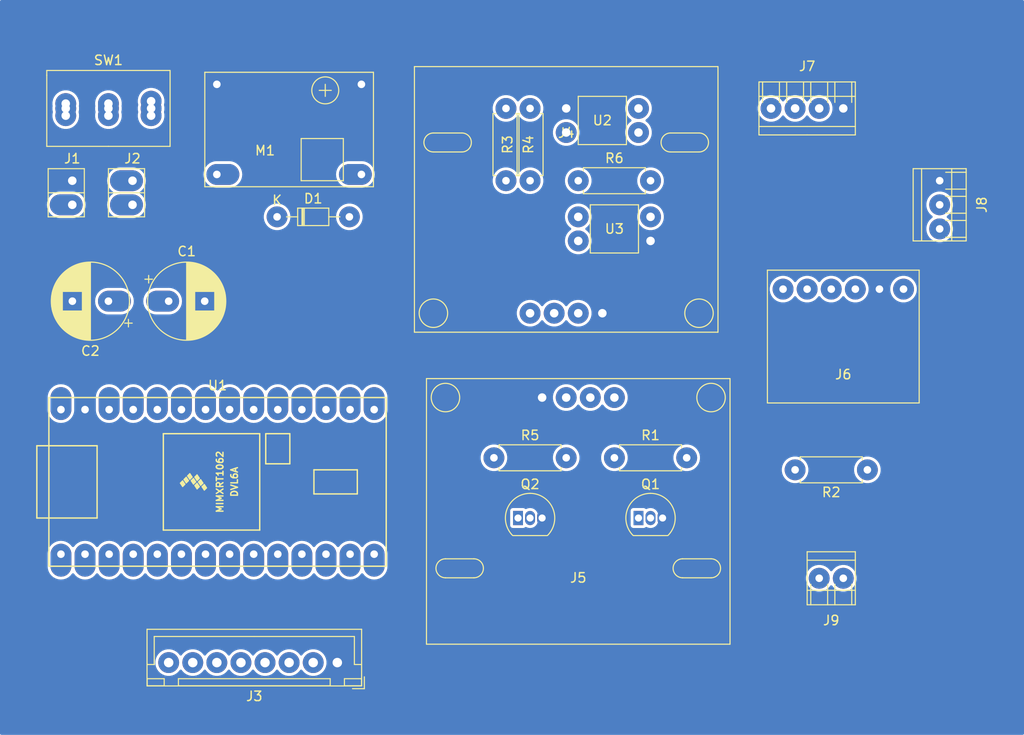
<source format=kicad_pcb>
(kicad_pcb (version 20171130) (host pcbnew "(5.1.6)-1")

  (general
    (thickness 1.6)
    (drawings 0)
    (tracks 0)
    (zones 0)
    (modules 25)
    (nets 44)
  )

  (page A4)
  (layers
    (0 F.Cu signal)
    (31 B.Cu signal)
    (32 B.Adhes user)
    (33 F.Adhes user)
    (34 B.Paste user)
    (35 F.Paste user)
    (36 B.SilkS user)
    (37 F.SilkS user)
    (38 B.Mask user)
    (39 F.Mask user)
    (40 Dwgs.User user)
    (41 Cmts.User user)
    (42 Eco1.User user)
    (43 Eco2.User user)
    (44 Edge.Cuts user)
    (45 Margin user)
    (46 B.CrtYd user)
    (47 F.CrtYd user)
    (48 B.Fab user)
    (49 F.Fab user)
  )

  (setup
    (last_trace_width 0.25)
    (trace_clearance 0.2)
    (zone_clearance 0.508)
    (zone_45_only no)
    (trace_min 0.2)
    (via_size 0.8)
    (via_drill 0.4)
    (via_min_size 0.4)
    (via_min_drill 0.3)
    (uvia_size 0.3)
    (uvia_drill 0.1)
    (uvias_allowed no)
    (uvia_min_size 0.2)
    (uvia_min_drill 0.1)
    (edge_width 0.05)
    (segment_width 0.2)
    (pcb_text_width 0.3)
    (pcb_text_size 1.5 1.5)
    (mod_edge_width 0.12)
    (mod_text_size 1 1)
    (mod_text_width 0.15)
    (pad_size 1.524 1.524)
    (pad_drill 0.762)
    (pad_to_mask_clearance 0.05)
    (aux_axis_origin 0 0)
    (visible_elements FFFFFF7F)
    (pcbplotparams
      (layerselection 0x010fc_ffffffff)
      (usegerberextensions false)
      (usegerberattributes true)
      (usegerberadvancedattributes true)
      (creategerberjobfile true)
      (excludeedgelayer true)
      (linewidth 0.100000)
      (plotframeref false)
      (viasonmask false)
      (mode 1)
      (useauxorigin false)
      (hpglpennumber 1)
      (hpglpenspeed 20)
      (hpglpendiameter 15.000000)
      (psnegative false)
      (psa4output false)
      (plotreference true)
      (plotvalue true)
      (plotinvisibletext false)
      (padsonsilk false)
      (subtractmaskfromsilk false)
      (outputformat 1)
      (mirror false)
      (drillshape 1)
      (scaleselection 1)
      (outputdirectory ""))
  )

  (net 0 "")
  (net 1 GND)
  (net 2 +3V3)
  (net 3 +5V)
  (net 4 "Net-(D1-Pad1)")
  (net 5 "Net-(D1-Pad2)")
  (net 6 CAN_12V)
  (net 7 MOSI)
  (net 8 LCD_CS)
  (net 9 LCD_DC)
  (net 10 MISO)
  (net 11 SCLK)
  (net 12 T_CS)
  (net 13 RX3)
  (net 14 TX3)
  (net 15 TX4)
  (net 16 RX4)
  (net 17 CTX)
  (net 18 CRX)
  (net 19 CANH)
  (net 20 CANL)
  (net 21 +12V)
  (net 22 "Net-(J8-Pad2)")
  (net 23 "Net-(M1-Pad4)")
  (net 24 "Net-(Q1-Pad2)")
  (net 25 "Net-(Q2-Pad2)")
  (net 26 WIND_PULSE)
  (net 27 "Net-(R3-Pad1)")
  (net 28 RX2)
  (net 29 SPEED_PULSE)
  (net 30 "Net-(R6-Pad1)")
  (net 31 "Net-(SW1-Pad1)")
  (net 32 "Net-(U1-Pad20)")
  (net 33 "Net-(U1-Pad21)")
  (net 34 "Net-(U1-Pad22)")
  (net 35 "Net-(U1-Pad23)")
  (net 36 TX2)
  (net 37 "Net-(U1-Pad8)")
  (net 38 "Net-(U1-Pad4)")
  (net 39 "Net-(U1-Pad3)")
  (net 40 "Net-(U1-Pad2)")
  (net 41 "Net-(U1-Pad1)")
  (net 42 ST50_WIND_YELLOW)
  (net 43 ST50_LOG_GREEN)

  (net_class Default "This is the default net class."
    (clearance 0.2)
    (trace_width 0.25)
    (via_dia 0.8)
    (via_drill 0.4)
    (uvia_dia 0.3)
    (uvia_drill 0.1)
    (add_net +12V)
    (add_net +3V3)
    (add_net +5V)
    (add_net CANH)
    (add_net CANL)
    (add_net CAN_12V)
    (add_net CRX)
    (add_net CTX)
    (add_net GND)
    (add_net LCD_CS)
    (add_net LCD_DC)
    (add_net MISO)
    (add_net MOSI)
    (add_net "Net-(D1-Pad1)")
    (add_net "Net-(D1-Pad2)")
    (add_net "Net-(J8-Pad2)")
    (add_net "Net-(M1-Pad4)")
    (add_net "Net-(Q1-Pad2)")
    (add_net "Net-(Q2-Pad2)")
    (add_net "Net-(R3-Pad1)")
    (add_net "Net-(R6-Pad1)")
    (add_net "Net-(SW1-Pad1)")
    (add_net "Net-(U1-Pad1)")
    (add_net "Net-(U1-Pad2)")
    (add_net "Net-(U1-Pad20)")
    (add_net "Net-(U1-Pad21)")
    (add_net "Net-(U1-Pad22)")
    (add_net "Net-(U1-Pad23)")
    (add_net "Net-(U1-Pad3)")
    (add_net "Net-(U1-Pad4)")
    (add_net "Net-(U1-Pad8)")
    (add_net RX2)
    (add_net RX3)
    (add_net RX4)
    (add_net SCLK)
    (add_net SPEED_PULSE)
    (add_net ST50_LOG_GREEN)
    (add_net ST50_WIND_YELLOW)
    (add_net TX2)
    (add_net TX3)
    (add_net TX4)
    (add_net T_CS)
    (add_net WIND_PULSE)
  )

  (module 0_my_footprints:myDip4 (layer F.Cu) (tedit 68B5EAA0) (tstamp 68B6039D)
    (at 83.82 33.02 180)
    (descr "6-lead though-hole mounted DIP package, row spacing 7.62 mm (300 mils)")
    (tags "THT DIP DIL PDIP 2.54mm 7.62mm 300mil")
    (path /6822E37B)
    (fp_text reference U2 (at 0 0) (layer F.SilkS)
      (effects (font (size 1 1) (thickness 0.15)))
    )
    (fp_text value TLP521-1 (at 0 -6.35) (layer F.Fab)
      (effects (font (size 1 1) (thickness 0.15)))
    )
    (fp_text user %R (at 0 0) (layer F.Fab)
      (effects (font (size 1 1) (thickness 0.15)))
    )
    (fp_line (start 2.54 -2.54) (end -2.54 -2.54) (layer F.SilkS) (width 0.12))
    (fp_line (start 2.54 2.54) (end 2.54 -2.54) (layer F.SilkS) (width 0.12))
    (fp_line (start -2.54 2.54) (end 2.54 2.54) (layer F.SilkS) (width 0.12))
    (fp_line (start -2.54 -2.54) (end -2.54 2.54) (layer F.SilkS) (width 0.12))
    (pad 4 thru_hole circle (at 3.81 -1.27 180) (size 2.2 2.2) (drill 0.9) (layers *.Cu *.Mask)
      (net 28 RX2))
    (pad 3 thru_hole circle (at 3.81 1.27 180) (size 2.2 2.2) (drill 0.9) (layers *.Cu *.Mask)
      (net 1 GND))
    (pad 2 thru_hole circle (at -3.81 1.27 180) (size 2.2 2.2) (drill 0.9) (layers *.Cu *.Mask)
      (net 30 "Net-(R6-Pad1)"))
    (pad 1 thru_hole circle (at -3.81 -1.27 180) (size 2.2 2.2) (drill 0.9) (layers *.Cu *.Mask)
      (net 21 +12V))
    (model ${KISYS3DMOD}/Package_DIP.3dshapes/DIP-4_W7.62mm.wrl
      (offset (xyz -3.72 1.27 0))
      (scale (xyz 1 1 1))
      (rotate (xyz 0 0 0))
    )
  )

  (module 0_my_footprints:myDip4 (layer F.Cu) (tedit 68B5EAA0) (tstamp 68B603A9)
    (at 85.09 44.45)
    (descr "6-lead though-hole mounted DIP package, row spacing 7.62 mm (300 mils)")
    (tags "THT DIP DIL PDIP 2.54mm 7.62mm 300mil")
    (path /68235388)
    (fp_text reference U3 (at 0 0) (layer F.SilkS)
      (effects (font (size 1 1) (thickness 0.15)))
    )
    (fp_text value TLP521-1 (at 0 -6.35) (layer F.Fab)
      (effects (font (size 1 1) (thickness 0.15)))
    )
    (fp_text user %R (at 0 0) (layer F.Fab)
      (effects (font (size 1 1) (thickness 0.15)))
    )
    (fp_line (start 2.54 -2.54) (end -2.54 -2.54) (layer F.SilkS) (width 0.12))
    (fp_line (start 2.54 2.54) (end 2.54 -2.54) (layer F.SilkS) (width 0.12))
    (fp_line (start -2.54 2.54) (end 2.54 2.54) (layer F.SilkS) (width 0.12))
    (fp_line (start -2.54 -2.54) (end -2.54 2.54) (layer F.SilkS) (width 0.12))
    (pad 4 thru_hole circle (at 3.81 -1.27) (size 2.2 2.2) (drill 0.9) (layers *.Cu *.Mask)
      (net 22 "Net-(J8-Pad2)"))
    (pad 3 thru_hole circle (at 3.81 1.27) (size 2.2 2.2) (drill 0.9) (layers *.Cu *.Mask)
      (net 1 GND))
    (pad 2 thru_hole circle (at -3.81 1.27) (size 2.2 2.2) (drill 0.9) (layers *.Cu *.Mask)
      (net 36 TX2))
    (pad 1 thru_hole circle (at -3.81 -1.27) (size 2.2 2.2) (drill 0.9) (layers *.Cu *.Mask)
      (net 27 "Net-(R3-Pad1)"))
    (model ${KISYS3DMOD}/Package_DIP.3dshapes/DIP-4_W7.62mm.wrl
      (offset (xyz -3.72 1.27 0))
      (scale (xyz 1 1 1))
      (rotate (xyz 0 0 0))
    )
  )

  (module 0_my_footprints2:CP_my100uf (layer F.Cu) (tedit 669520F6) (tstamp 68B5ECB0)
    (at 38.1 52.07)
    (descr "CP, Radial series, Radial, pin pitch=3.80mm, , diameter=8mm, Electrolytic Capacitor")
    (tags "CP Radial series Radial pin pitch 3.80mm  diameter 8mm Electrolytic Capacitor")
    (path /61F8466C)
    (fp_text reference C1 (at 1.9 -5.25) (layer F.SilkS)
      (effects (font (size 1 1) (thickness 0.15)))
    )
    (fp_text value 100uf (at 1.9 5.25) (layer F.Fab)
      (effects (font (size 1 1) (thickness 0.15)))
    )
    (fp_text user %R (at 1.9 0) (layer F.Fab)
      (effects (font (size 1 1) (thickness 0.15)))
    )
    (fp_circle (center 1.9 0) (end 5.9 0) (layer F.Fab) (width 0.1))
    (fp_circle (center 1.9 0) (end 6.02 0) (layer F.SilkS) (width 0.12))
    (fp_circle (center 1.9 0) (end 6.15 0) (layer F.CrtYd) (width 0.05))
    (fp_line (start -1.526759 -1.7475) (end -0.726759 -1.7475) (layer F.Fab) (width 0.1))
    (fp_line (start -1.126759 -2.1475) (end -1.126759 -1.3475) (layer F.Fab) (width 0.1))
    (fp_line (start 1.9 -4.08) (end 1.9 4.08) (layer F.SilkS) (width 0.12))
    (fp_line (start 1.94 -4.08) (end 1.94 4.08) (layer F.SilkS) (width 0.12))
    (fp_line (start 1.98 -4.08) (end 1.98 4.08) (layer F.SilkS) (width 0.12))
    (fp_line (start 2.02 -4.079) (end 2.02 4.079) (layer F.SilkS) (width 0.12))
    (fp_line (start 2.06 -4.077) (end 2.06 4.077) (layer F.SilkS) (width 0.12))
    (fp_line (start 2.1 -4.076) (end 2.1 4.076) (layer F.SilkS) (width 0.12))
    (fp_line (start 2.14 -4.074) (end 2.14 4.074) (layer F.SilkS) (width 0.12))
    (fp_line (start 2.18 -4.071) (end 2.18 4.071) (layer F.SilkS) (width 0.12))
    (fp_line (start 2.22 -4.068) (end 2.22 4.068) (layer F.SilkS) (width 0.12))
    (fp_line (start 2.26 -4.065) (end 2.26 4.065) (layer F.SilkS) (width 0.12))
    (fp_line (start 2.3 -4.061) (end 2.3 4.061) (layer F.SilkS) (width 0.12))
    (fp_line (start 2.34 -4.057) (end 2.34 4.057) (layer F.SilkS) (width 0.12))
    (fp_line (start 2.38 -4.052) (end 2.38 4.052) (layer F.SilkS) (width 0.12))
    (fp_line (start 2.42 -4.048) (end 2.42 4.048) (layer F.SilkS) (width 0.12))
    (fp_line (start 2.46 -4.042) (end 2.46 4.042) (layer F.SilkS) (width 0.12))
    (fp_line (start 2.5 -4.037) (end 2.5 4.037) (layer F.SilkS) (width 0.12))
    (fp_line (start 2.54 -4.03) (end 2.54 4.03) (layer F.SilkS) (width 0.12))
    (fp_line (start 2.58 -4.024) (end 2.58 4.024) (layer F.SilkS) (width 0.12))
    (fp_line (start 2.621 -4.017) (end 2.621 4.017) (layer F.SilkS) (width 0.12))
    (fp_line (start 2.661 -4.01) (end 2.661 4.01) (layer F.SilkS) (width 0.12))
    (fp_line (start 2.701 -4.002) (end 2.701 4.002) (layer F.SilkS) (width 0.12))
    (fp_line (start 2.741 -3.994) (end 2.741 3.994) (layer F.SilkS) (width 0.12))
    (fp_line (start 2.781 -3.985) (end 2.781 -1.04) (layer F.SilkS) (width 0.12))
    (fp_line (start 2.781 1.04) (end 2.781 3.985) (layer F.SilkS) (width 0.12))
    (fp_line (start 2.821 -3.976) (end 2.821 -1.04) (layer F.SilkS) (width 0.12))
    (fp_line (start 2.821 1.04) (end 2.821 3.976) (layer F.SilkS) (width 0.12))
    (fp_line (start 2.861 -3.967) (end 2.861 -1.04) (layer F.SilkS) (width 0.12))
    (fp_line (start 2.861 1.04) (end 2.861 3.967) (layer F.SilkS) (width 0.12))
    (fp_line (start 2.901 -3.957) (end 2.901 -1.04) (layer F.SilkS) (width 0.12))
    (fp_line (start 2.901 1.04) (end 2.901 3.957) (layer F.SilkS) (width 0.12))
    (fp_line (start 2.941 -3.947) (end 2.941 -1.04) (layer F.SilkS) (width 0.12))
    (fp_line (start 2.941 1.04) (end 2.941 3.947) (layer F.SilkS) (width 0.12))
    (fp_line (start 2.981 -3.936) (end 2.981 -1.04) (layer F.SilkS) (width 0.12))
    (fp_line (start 2.981 1.04) (end 2.981 3.936) (layer F.SilkS) (width 0.12))
    (fp_line (start 3.021 -3.925) (end 3.021 -1.04) (layer F.SilkS) (width 0.12))
    (fp_line (start 3.021 1.04) (end 3.021 3.925) (layer F.SilkS) (width 0.12))
    (fp_line (start 3.061 -3.914) (end 3.061 -1.04) (layer F.SilkS) (width 0.12))
    (fp_line (start 3.061 1.04) (end 3.061 3.914) (layer F.SilkS) (width 0.12))
    (fp_line (start 3.101 -3.902) (end 3.101 -1.04) (layer F.SilkS) (width 0.12))
    (fp_line (start 3.101 1.04) (end 3.101 3.902) (layer F.SilkS) (width 0.12))
    (fp_line (start 3.141 -3.889) (end 3.141 -1.04) (layer F.SilkS) (width 0.12))
    (fp_line (start 3.141 1.04) (end 3.141 3.889) (layer F.SilkS) (width 0.12))
    (fp_line (start 3.181 -3.877) (end 3.181 -1.04) (layer F.SilkS) (width 0.12))
    (fp_line (start 3.181 1.04) (end 3.181 3.877) (layer F.SilkS) (width 0.12))
    (fp_line (start 3.221 -3.863) (end 3.221 -1.04) (layer F.SilkS) (width 0.12))
    (fp_line (start 3.221 1.04) (end 3.221 3.863) (layer F.SilkS) (width 0.12))
    (fp_line (start 3.261 -3.85) (end 3.261 -1.04) (layer F.SilkS) (width 0.12))
    (fp_line (start 3.261 1.04) (end 3.261 3.85) (layer F.SilkS) (width 0.12))
    (fp_line (start 3.301 -3.835) (end 3.301 -1.04) (layer F.SilkS) (width 0.12))
    (fp_line (start 3.301 1.04) (end 3.301 3.835) (layer F.SilkS) (width 0.12))
    (fp_line (start 3.341 -3.821) (end 3.341 -1.04) (layer F.SilkS) (width 0.12))
    (fp_line (start 3.341 1.04) (end 3.341 3.821) (layer F.SilkS) (width 0.12))
    (fp_line (start 3.381 -3.805) (end 3.381 -1.04) (layer F.SilkS) (width 0.12))
    (fp_line (start 3.381 1.04) (end 3.381 3.805) (layer F.SilkS) (width 0.12))
    (fp_line (start 3.421 -3.79) (end 3.421 -1.04) (layer F.SilkS) (width 0.12))
    (fp_line (start 3.421 1.04) (end 3.421 3.79) (layer F.SilkS) (width 0.12))
    (fp_line (start 3.461 -3.774) (end 3.461 -1.04) (layer F.SilkS) (width 0.12))
    (fp_line (start 3.461 1.04) (end 3.461 3.774) (layer F.SilkS) (width 0.12))
    (fp_line (start 3.501 -3.757) (end 3.501 -1.04) (layer F.SilkS) (width 0.12))
    (fp_line (start 3.501 1.04) (end 3.501 3.757) (layer F.SilkS) (width 0.12))
    (fp_line (start 3.541 -3.74) (end 3.541 -1.04) (layer F.SilkS) (width 0.12))
    (fp_line (start 3.541 1.04) (end 3.541 3.74) (layer F.SilkS) (width 0.12))
    (fp_line (start 3.581 -3.722) (end 3.581 -1.04) (layer F.SilkS) (width 0.12))
    (fp_line (start 3.581 1.04) (end 3.581 3.722) (layer F.SilkS) (width 0.12))
    (fp_line (start 3.621 -3.704) (end 3.621 -1.04) (layer F.SilkS) (width 0.12))
    (fp_line (start 3.621 1.04) (end 3.621 3.704) (layer F.SilkS) (width 0.12))
    (fp_line (start 3.661 -3.686) (end 3.661 -1.04) (layer F.SilkS) (width 0.12))
    (fp_line (start 3.661 1.04) (end 3.661 3.686) (layer F.SilkS) (width 0.12))
    (fp_line (start 3.701 -3.666) (end 3.701 -1.04) (layer F.SilkS) (width 0.12))
    (fp_line (start 3.701 1.04) (end 3.701 3.666) (layer F.SilkS) (width 0.12))
    (fp_line (start 3.741 -3.647) (end 3.741 -1.04) (layer F.SilkS) (width 0.12))
    (fp_line (start 3.741 1.04) (end 3.741 3.647) (layer F.SilkS) (width 0.12))
    (fp_line (start 3.781 -3.627) (end 3.781 -1.04) (layer F.SilkS) (width 0.12))
    (fp_line (start 3.781 1.04) (end 3.781 3.627) (layer F.SilkS) (width 0.12))
    (fp_line (start 3.821 -3.606) (end 3.821 -1.04) (layer F.SilkS) (width 0.12))
    (fp_line (start 3.821 1.04) (end 3.821 3.606) (layer F.SilkS) (width 0.12))
    (fp_line (start 3.861 -3.584) (end 3.861 -1.04) (layer F.SilkS) (width 0.12))
    (fp_line (start 3.861 1.04) (end 3.861 3.584) (layer F.SilkS) (width 0.12))
    (fp_line (start 3.901 -3.562) (end 3.901 -1.04) (layer F.SilkS) (width 0.12))
    (fp_line (start 3.901 1.04) (end 3.901 3.562) (layer F.SilkS) (width 0.12))
    (fp_line (start 3.941 -3.54) (end 3.941 -1.04) (layer F.SilkS) (width 0.12))
    (fp_line (start 3.941 1.04) (end 3.941 3.54) (layer F.SilkS) (width 0.12))
    (fp_line (start 3.981 -3.517) (end 3.981 -1.04) (layer F.SilkS) (width 0.12))
    (fp_line (start 3.981 1.04) (end 3.981 3.517) (layer F.SilkS) (width 0.12))
    (fp_line (start 4.021 -3.493) (end 4.021 -1.04) (layer F.SilkS) (width 0.12))
    (fp_line (start 4.021 1.04) (end 4.021 3.493) (layer F.SilkS) (width 0.12))
    (fp_line (start 4.061 -3.469) (end 4.061 -1.04) (layer F.SilkS) (width 0.12))
    (fp_line (start 4.061 1.04) (end 4.061 3.469) (layer F.SilkS) (width 0.12))
    (fp_line (start 4.101 -3.444) (end 4.101 -1.04) (layer F.SilkS) (width 0.12))
    (fp_line (start 4.101 1.04) (end 4.101 3.444) (layer F.SilkS) (width 0.12))
    (fp_line (start 4.141 -3.418) (end 4.141 -1.04) (layer F.SilkS) (width 0.12))
    (fp_line (start 4.141 1.04) (end 4.141 3.418) (layer F.SilkS) (width 0.12))
    (fp_line (start 4.181 -3.392) (end 4.181 -1.04) (layer F.SilkS) (width 0.12))
    (fp_line (start 4.181 1.04) (end 4.181 3.392) (layer F.SilkS) (width 0.12))
    (fp_line (start 4.221 -3.365) (end 4.221 -1.04) (layer F.SilkS) (width 0.12))
    (fp_line (start 4.221 1.04) (end 4.221 3.365) (layer F.SilkS) (width 0.12))
    (fp_line (start 4.261 -3.338) (end 4.261 -1.04) (layer F.SilkS) (width 0.12))
    (fp_line (start 4.261 1.04) (end 4.261 3.338) (layer F.SilkS) (width 0.12))
    (fp_line (start 4.301 -3.309) (end 4.301 -1.04) (layer F.SilkS) (width 0.12))
    (fp_line (start 4.301 1.04) (end 4.301 3.309) (layer F.SilkS) (width 0.12))
    (fp_line (start 4.341 -3.28) (end 4.341 -1.04) (layer F.SilkS) (width 0.12))
    (fp_line (start 4.341 1.04) (end 4.341 3.28) (layer F.SilkS) (width 0.12))
    (fp_line (start 4.381 -3.25) (end 4.381 -1.04) (layer F.SilkS) (width 0.12))
    (fp_line (start 4.381 1.04) (end 4.381 3.25) (layer F.SilkS) (width 0.12))
    (fp_line (start 4.421 -3.22) (end 4.421 -1.04) (layer F.SilkS) (width 0.12))
    (fp_line (start 4.421 1.04) (end 4.421 3.22) (layer F.SilkS) (width 0.12))
    (fp_line (start 4.461 -3.189) (end 4.461 -1.04) (layer F.SilkS) (width 0.12))
    (fp_line (start 4.461 1.04) (end 4.461 3.189) (layer F.SilkS) (width 0.12))
    (fp_line (start 4.501 -3.156) (end 4.501 -1.04) (layer F.SilkS) (width 0.12))
    (fp_line (start 4.501 1.04) (end 4.501 3.156) (layer F.SilkS) (width 0.12))
    (fp_line (start 4.541 -3.124) (end 4.541 -1.04) (layer F.SilkS) (width 0.12))
    (fp_line (start 4.541 1.04) (end 4.541 3.124) (layer F.SilkS) (width 0.12))
    (fp_line (start 4.581 -3.09) (end 4.581 -1.04) (layer F.SilkS) (width 0.12))
    (fp_line (start 4.581 1.04) (end 4.581 3.09) (layer F.SilkS) (width 0.12))
    (fp_line (start 4.621 -3.055) (end 4.621 -1.04) (layer F.SilkS) (width 0.12))
    (fp_line (start 4.621 1.04) (end 4.621 3.055) (layer F.SilkS) (width 0.12))
    (fp_line (start 4.661 -3.019) (end 4.661 -1.04) (layer F.SilkS) (width 0.12))
    (fp_line (start 4.661 1.04) (end 4.661 3.019) (layer F.SilkS) (width 0.12))
    (fp_line (start 4.701 -2.983) (end 4.701 -1.04) (layer F.SilkS) (width 0.12))
    (fp_line (start 4.701 1.04) (end 4.701 2.983) (layer F.SilkS) (width 0.12))
    (fp_line (start 4.741 -2.945) (end 4.741 -1.04) (layer F.SilkS) (width 0.12))
    (fp_line (start 4.741 1.04) (end 4.741 2.945) (layer F.SilkS) (width 0.12))
    (fp_line (start 4.781 -2.907) (end 4.781 -1.04) (layer F.SilkS) (width 0.12))
    (fp_line (start 4.781 1.04) (end 4.781 2.907) (layer F.SilkS) (width 0.12))
    (fp_line (start 4.821 -2.867) (end 4.821 -1.04) (layer F.SilkS) (width 0.12))
    (fp_line (start 4.821 1.04) (end 4.821 2.867) (layer F.SilkS) (width 0.12))
    (fp_line (start 4.861 -2.826) (end 4.861 2.826) (layer F.SilkS) (width 0.12))
    (fp_line (start 4.901 -2.784) (end 4.901 2.784) (layer F.SilkS) (width 0.12))
    (fp_line (start 4.941 -2.741) (end 4.941 2.741) (layer F.SilkS) (width 0.12))
    (fp_line (start 4.981 -2.697) (end 4.981 2.697) (layer F.SilkS) (width 0.12))
    (fp_line (start 5.021 -2.651) (end 5.021 2.651) (layer F.SilkS) (width 0.12))
    (fp_line (start 5.061 -2.604) (end 5.061 2.604) (layer F.SilkS) (width 0.12))
    (fp_line (start 5.101 -2.556) (end 5.101 2.556) (layer F.SilkS) (width 0.12))
    (fp_line (start 5.141 -2.505) (end 5.141 2.505) (layer F.SilkS) (width 0.12))
    (fp_line (start 5.181 -2.454) (end 5.181 2.454) (layer F.SilkS) (width 0.12))
    (fp_line (start 5.221 -2.4) (end 5.221 2.4) (layer F.SilkS) (width 0.12))
    (fp_line (start 5.261 -2.345) (end 5.261 2.345) (layer F.SilkS) (width 0.12))
    (fp_line (start 5.301 -2.287) (end 5.301 2.287) (layer F.SilkS) (width 0.12))
    (fp_line (start 5.341 -2.228) (end 5.341 2.228) (layer F.SilkS) (width 0.12))
    (fp_line (start 5.381 -2.166) (end 5.381 2.166) (layer F.SilkS) (width 0.12))
    (fp_line (start 5.421 -2.102) (end 5.421 2.102) (layer F.SilkS) (width 0.12))
    (fp_line (start 5.461 -2.034) (end 5.461 2.034) (layer F.SilkS) (width 0.12))
    (fp_line (start 5.501 -1.964) (end 5.501 1.964) (layer F.SilkS) (width 0.12))
    (fp_line (start 5.541 -1.89) (end 5.541 1.89) (layer F.SilkS) (width 0.12))
    (fp_line (start 5.581 -1.813) (end 5.581 1.813) (layer F.SilkS) (width 0.12))
    (fp_line (start 5.621 -1.731) (end 5.621 1.731) (layer F.SilkS) (width 0.12))
    (fp_line (start 5.661 -1.645) (end 5.661 1.645) (layer F.SilkS) (width 0.12))
    (fp_line (start 5.701 -1.552) (end 5.701 1.552) (layer F.SilkS) (width 0.12))
    (fp_line (start 5.741 -1.453) (end 5.741 1.453) (layer F.SilkS) (width 0.12))
    (fp_line (start 5.781 -1.346) (end 5.781 1.346) (layer F.SilkS) (width 0.12))
    (fp_line (start 5.821 -1.229) (end 5.821 1.229) (layer F.SilkS) (width 0.12))
    (fp_line (start 5.861 -1.098) (end 5.861 1.098) (layer F.SilkS) (width 0.12))
    (fp_line (start 5.901 -0.948) (end 5.901 0.948) (layer F.SilkS) (width 0.12))
    (fp_line (start 5.941 -0.768) (end 5.941 0.768) (layer F.SilkS) (width 0.12))
    (fp_line (start 5.981 -0.533) (end 5.981 0.533) (layer F.SilkS) (width 0.12))
    (fp_line (start -2.509698 -2.315) (end -1.709698 -2.315) (layer F.SilkS) (width 0.12))
    (fp_line (start -2.109698 -2.715) (end -2.109698 -1.915) (layer F.SilkS) (width 0.12))
    (pad 2 thru_hole oval (at 3.8 0) (size 3.47 2.2) (drill 0.8 (offset 0.535 0)) (layers *.Cu *.Mask)
      (net 1 GND))
    (pad 1 thru_hole oval (at 0 0) (size 3.47 2.2) (drill 0.8 (offset -0.635 0)) (layers *.Cu *.Mask)
      (net 2 +3V3))
    (model ${KISYS3DMOD}/Capacitor_THT.3dshapes/CP_Radial_D8.0mm_P3.80mm.wrl
      (at (xyz 0 0 0))
      (scale (xyz 1 1 1))
      (rotate (xyz 0 0 0))
    )
  )

  (module 0_my_footprints2:CP_my100uf (layer F.Cu) (tedit 669520F6) (tstamp 68B5ED59)
    (at 31.75 52.07 180)
    (descr "CP, Radial series, Radial, pin pitch=3.80mm, , diameter=8mm, Electrolytic Capacitor")
    (tags "CP Radial series Radial pin pitch 3.80mm  diameter 8mm Electrolytic Capacitor")
    (path /68D022FD)
    (fp_text reference C2 (at 1.9 -5.25) (layer F.SilkS)
      (effects (font (size 1 1) (thickness 0.15)))
    )
    (fp_text value 100uf (at 1.9 5.25) (layer F.Fab)
      (effects (font (size 1 1) (thickness 0.15)))
    )
    (fp_line (start -2.109698 -2.715) (end -2.109698 -1.915) (layer F.SilkS) (width 0.12))
    (fp_line (start -2.509698 -2.315) (end -1.709698 -2.315) (layer F.SilkS) (width 0.12))
    (fp_line (start 5.981 -0.533) (end 5.981 0.533) (layer F.SilkS) (width 0.12))
    (fp_line (start 5.941 -0.768) (end 5.941 0.768) (layer F.SilkS) (width 0.12))
    (fp_line (start 5.901 -0.948) (end 5.901 0.948) (layer F.SilkS) (width 0.12))
    (fp_line (start 5.861 -1.098) (end 5.861 1.098) (layer F.SilkS) (width 0.12))
    (fp_line (start 5.821 -1.229) (end 5.821 1.229) (layer F.SilkS) (width 0.12))
    (fp_line (start 5.781 -1.346) (end 5.781 1.346) (layer F.SilkS) (width 0.12))
    (fp_line (start 5.741 -1.453) (end 5.741 1.453) (layer F.SilkS) (width 0.12))
    (fp_line (start 5.701 -1.552) (end 5.701 1.552) (layer F.SilkS) (width 0.12))
    (fp_line (start 5.661 -1.645) (end 5.661 1.645) (layer F.SilkS) (width 0.12))
    (fp_line (start 5.621 -1.731) (end 5.621 1.731) (layer F.SilkS) (width 0.12))
    (fp_line (start 5.581 -1.813) (end 5.581 1.813) (layer F.SilkS) (width 0.12))
    (fp_line (start 5.541 -1.89) (end 5.541 1.89) (layer F.SilkS) (width 0.12))
    (fp_line (start 5.501 -1.964) (end 5.501 1.964) (layer F.SilkS) (width 0.12))
    (fp_line (start 5.461 -2.034) (end 5.461 2.034) (layer F.SilkS) (width 0.12))
    (fp_line (start 5.421 -2.102) (end 5.421 2.102) (layer F.SilkS) (width 0.12))
    (fp_line (start 5.381 -2.166) (end 5.381 2.166) (layer F.SilkS) (width 0.12))
    (fp_line (start 5.341 -2.228) (end 5.341 2.228) (layer F.SilkS) (width 0.12))
    (fp_line (start 5.301 -2.287) (end 5.301 2.287) (layer F.SilkS) (width 0.12))
    (fp_line (start 5.261 -2.345) (end 5.261 2.345) (layer F.SilkS) (width 0.12))
    (fp_line (start 5.221 -2.4) (end 5.221 2.4) (layer F.SilkS) (width 0.12))
    (fp_line (start 5.181 -2.454) (end 5.181 2.454) (layer F.SilkS) (width 0.12))
    (fp_line (start 5.141 -2.505) (end 5.141 2.505) (layer F.SilkS) (width 0.12))
    (fp_line (start 5.101 -2.556) (end 5.101 2.556) (layer F.SilkS) (width 0.12))
    (fp_line (start 5.061 -2.604) (end 5.061 2.604) (layer F.SilkS) (width 0.12))
    (fp_line (start 5.021 -2.651) (end 5.021 2.651) (layer F.SilkS) (width 0.12))
    (fp_line (start 4.981 -2.697) (end 4.981 2.697) (layer F.SilkS) (width 0.12))
    (fp_line (start 4.941 -2.741) (end 4.941 2.741) (layer F.SilkS) (width 0.12))
    (fp_line (start 4.901 -2.784) (end 4.901 2.784) (layer F.SilkS) (width 0.12))
    (fp_line (start 4.861 -2.826) (end 4.861 2.826) (layer F.SilkS) (width 0.12))
    (fp_line (start 4.821 1.04) (end 4.821 2.867) (layer F.SilkS) (width 0.12))
    (fp_line (start 4.821 -2.867) (end 4.821 -1.04) (layer F.SilkS) (width 0.12))
    (fp_line (start 4.781 1.04) (end 4.781 2.907) (layer F.SilkS) (width 0.12))
    (fp_line (start 4.781 -2.907) (end 4.781 -1.04) (layer F.SilkS) (width 0.12))
    (fp_line (start 4.741 1.04) (end 4.741 2.945) (layer F.SilkS) (width 0.12))
    (fp_line (start 4.741 -2.945) (end 4.741 -1.04) (layer F.SilkS) (width 0.12))
    (fp_line (start 4.701 1.04) (end 4.701 2.983) (layer F.SilkS) (width 0.12))
    (fp_line (start 4.701 -2.983) (end 4.701 -1.04) (layer F.SilkS) (width 0.12))
    (fp_line (start 4.661 1.04) (end 4.661 3.019) (layer F.SilkS) (width 0.12))
    (fp_line (start 4.661 -3.019) (end 4.661 -1.04) (layer F.SilkS) (width 0.12))
    (fp_line (start 4.621 1.04) (end 4.621 3.055) (layer F.SilkS) (width 0.12))
    (fp_line (start 4.621 -3.055) (end 4.621 -1.04) (layer F.SilkS) (width 0.12))
    (fp_line (start 4.581 1.04) (end 4.581 3.09) (layer F.SilkS) (width 0.12))
    (fp_line (start 4.581 -3.09) (end 4.581 -1.04) (layer F.SilkS) (width 0.12))
    (fp_line (start 4.541 1.04) (end 4.541 3.124) (layer F.SilkS) (width 0.12))
    (fp_line (start 4.541 -3.124) (end 4.541 -1.04) (layer F.SilkS) (width 0.12))
    (fp_line (start 4.501 1.04) (end 4.501 3.156) (layer F.SilkS) (width 0.12))
    (fp_line (start 4.501 -3.156) (end 4.501 -1.04) (layer F.SilkS) (width 0.12))
    (fp_line (start 4.461 1.04) (end 4.461 3.189) (layer F.SilkS) (width 0.12))
    (fp_line (start 4.461 -3.189) (end 4.461 -1.04) (layer F.SilkS) (width 0.12))
    (fp_line (start 4.421 1.04) (end 4.421 3.22) (layer F.SilkS) (width 0.12))
    (fp_line (start 4.421 -3.22) (end 4.421 -1.04) (layer F.SilkS) (width 0.12))
    (fp_line (start 4.381 1.04) (end 4.381 3.25) (layer F.SilkS) (width 0.12))
    (fp_line (start 4.381 -3.25) (end 4.381 -1.04) (layer F.SilkS) (width 0.12))
    (fp_line (start 4.341 1.04) (end 4.341 3.28) (layer F.SilkS) (width 0.12))
    (fp_line (start 4.341 -3.28) (end 4.341 -1.04) (layer F.SilkS) (width 0.12))
    (fp_line (start 4.301 1.04) (end 4.301 3.309) (layer F.SilkS) (width 0.12))
    (fp_line (start 4.301 -3.309) (end 4.301 -1.04) (layer F.SilkS) (width 0.12))
    (fp_line (start 4.261 1.04) (end 4.261 3.338) (layer F.SilkS) (width 0.12))
    (fp_line (start 4.261 -3.338) (end 4.261 -1.04) (layer F.SilkS) (width 0.12))
    (fp_line (start 4.221 1.04) (end 4.221 3.365) (layer F.SilkS) (width 0.12))
    (fp_line (start 4.221 -3.365) (end 4.221 -1.04) (layer F.SilkS) (width 0.12))
    (fp_line (start 4.181 1.04) (end 4.181 3.392) (layer F.SilkS) (width 0.12))
    (fp_line (start 4.181 -3.392) (end 4.181 -1.04) (layer F.SilkS) (width 0.12))
    (fp_line (start 4.141 1.04) (end 4.141 3.418) (layer F.SilkS) (width 0.12))
    (fp_line (start 4.141 -3.418) (end 4.141 -1.04) (layer F.SilkS) (width 0.12))
    (fp_line (start 4.101 1.04) (end 4.101 3.444) (layer F.SilkS) (width 0.12))
    (fp_line (start 4.101 -3.444) (end 4.101 -1.04) (layer F.SilkS) (width 0.12))
    (fp_line (start 4.061 1.04) (end 4.061 3.469) (layer F.SilkS) (width 0.12))
    (fp_line (start 4.061 -3.469) (end 4.061 -1.04) (layer F.SilkS) (width 0.12))
    (fp_line (start 4.021 1.04) (end 4.021 3.493) (layer F.SilkS) (width 0.12))
    (fp_line (start 4.021 -3.493) (end 4.021 -1.04) (layer F.SilkS) (width 0.12))
    (fp_line (start 3.981 1.04) (end 3.981 3.517) (layer F.SilkS) (width 0.12))
    (fp_line (start 3.981 -3.517) (end 3.981 -1.04) (layer F.SilkS) (width 0.12))
    (fp_line (start 3.941 1.04) (end 3.941 3.54) (layer F.SilkS) (width 0.12))
    (fp_line (start 3.941 -3.54) (end 3.941 -1.04) (layer F.SilkS) (width 0.12))
    (fp_line (start 3.901 1.04) (end 3.901 3.562) (layer F.SilkS) (width 0.12))
    (fp_line (start 3.901 -3.562) (end 3.901 -1.04) (layer F.SilkS) (width 0.12))
    (fp_line (start 3.861 1.04) (end 3.861 3.584) (layer F.SilkS) (width 0.12))
    (fp_line (start 3.861 -3.584) (end 3.861 -1.04) (layer F.SilkS) (width 0.12))
    (fp_line (start 3.821 1.04) (end 3.821 3.606) (layer F.SilkS) (width 0.12))
    (fp_line (start 3.821 -3.606) (end 3.821 -1.04) (layer F.SilkS) (width 0.12))
    (fp_line (start 3.781 1.04) (end 3.781 3.627) (layer F.SilkS) (width 0.12))
    (fp_line (start 3.781 -3.627) (end 3.781 -1.04) (layer F.SilkS) (width 0.12))
    (fp_line (start 3.741 1.04) (end 3.741 3.647) (layer F.SilkS) (width 0.12))
    (fp_line (start 3.741 -3.647) (end 3.741 -1.04) (layer F.SilkS) (width 0.12))
    (fp_line (start 3.701 1.04) (end 3.701 3.666) (layer F.SilkS) (width 0.12))
    (fp_line (start 3.701 -3.666) (end 3.701 -1.04) (layer F.SilkS) (width 0.12))
    (fp_line (start 3.661 1.04) (end 3.661 3.686) (layer F.SilkS) (width 0.12))
    (fp_line (start 3.661 -3.686) (end 3.661 -1.04) (layer F.SilkS) (width 0.12))
    (fp_line (start 3.621 1.04) (end 3.621 3.704) (layer F.SilkS) (width 0.12))
    (fp_line (start 3.621 -3.704) (end 3.621 -1.04) (layer F.SilkS) (width 0.12))
    (fp_line (start 3.581 1.04) (end 3.581 3.722) (layer F.SilkS) (width 0.12))
    (fp_line (start 3.581 -3.722) (end 3.581 -1.04) (layer F.SilkS) (width 0.12))
    (fp_line (start 3.541 1.04) (end 3.541 3.74) (layer F.SilkS) (width 0.12))
    (fp_line (start 3.541 -3.74) (end 3.541 -1.04) (layer F.SilkS) (width 0.12))
    (fp_line (start 3.501 1.04) (end 3.501 3.757) (layer F.SilkS) (width 0.12))
    (fp_line (start 3.501 -3.757) (end 3.501 -1.04) (layer F.SilkS) (width 0.12))
    (fp_line (start 3.461 1.04) (end 3.461 3.774) (layer F.SilkS) (width 0.12))
    (fp_line (start 3.461 -3.774) (end 3.461 -1.04) (layer F.SilkS) (width 0.12))
    (fp_line (start 3.421 1.04) (end 3.421 3.79) (layer F.SilkS) (width 0.12))
    (fp_line (start 3.421 -3.79) (end 3.421 -1.04) (layer F.SilkS) (width 0.12))
    (fp_line (start 3.381 1.04) (end 3.381 3.805) (layer F.SilkS) (width 0.12))
    (fp_line (start 3.381 -3.805) (end 3.381 -1.04) (layer F.SilkS) (width 0.12))
    (fp_line (start 3.341 1.04) (end 3.341 3.821) (layer F.SilkS) (width 0.12))
    (fp_line (start 3.341 -3.821) (end 3.341 -1.04) (layer F.SilkS) (width 0.12))
    (fp_line (start 3.301 1.04) (end 3.301 3.835) (layer F.SilkS) (width 0.12))
    (fp_line (start 3.301 -3.835) (end 3.301 -1.04) (layer F.SilkS) (width 0.12))
    (fp_line (start 3.261 1.04) (end 3.261 3.85) (layer F.SilkS) (width 0.12))
    (fp_line (start 3.261 -3.85) (end 3.261 -1.04) (layer F.SilkS) (width 0.12))
    (fp_line (start 3.221 1.04) (end 3.221 3.863) (layer F.SilkS) (width 0.12))
    (fp_line (start 3.221 -3.863) (end 3.221 -1.04) (layer F.SilkS) (width 0.12))
    (fp_line (start 3.181 1.04) (end 3.181 3.877) (layer F.SilkS) (width 0.12))
    (fp_line (start 3.181 -3.877) (end 3.181 -1.04) (layer F.SilkS) (width 0.12))
    (fp_line (start 3.141 1.04) (end 3.141 3.889) (layer F.SilkS) (width 0.12))
    (fp_line (start 3.141 -3.889) (end 3.141 -1.04) (layer F.SilkS) (width 0.12))
    (fp_line (start 3.101 1.04) (end 3.101 3.902) (layer F.SilkS) (width 0.12))
    (fp_line (start 3.101 -3.902) (end 3.101 -1.04) (layer F.SilkS) (width 0.12))
    (fp_line (start 3.061 1.04) (end 3.061 3.914) (layer F.SilkS) (width 0.12))
    (fp_line (start 3.061 -3.914) (end 3.061 -1.04) (layer F.SilkS) (width 0.12))
    (fp_line (start 3.021 1.04) (end 3.021 3.925) (layer F.SilkS) (width 0.12))
    (fp_line (start 3.021 -3.925) (end 3.021 -1.04) (layer F.SilkS) (width 0.12))
    (fp_line (start 2.981 1.04) (end 2.981 3.936) (layer F.SilkS) (width 0.12))
    (fp_line (start 2.981 -3.936) (end 2.981 -1.04) (layer F.SilkS) (width 0.12))
    (fp_line (start 2.941 1.04) (end 2.941 3.947) (layer F.SilkS) (width 0.12))
    (fp_line (start 2.941 -3.947) (end 2.941 -1.04) (layer F.SilkS) (width 0.12))
    (fp_line (start 2.901 1.04) (end 2.901 3.957) (layer F.SilkS) (width 0.12))
    (fp_line (start 2.901 -3.957) (end 2.901 -1.04) (layer F.SilkS) (width 0.12))
    (fp_line (start 2.861 1.04) (end 2.861 3.967) (layer F.SilkS) (width 0.12))
    (fp_line (start 2.861 -3.967) (end 2.861 -1.04) (layer F.SilkS) (width 0.12))
    (fp_line (start 2.821 1.04) (end 2.821 3.976) (layer F.SilkS) (width 0.12))
    (fp_line (start 2.821 -3.976) (end 2.821 -1.04) (layer F.SilkS) (width 0.12))
    (fp_line (start 2.781 1.04) (end 2.781 3.985) (layer F.SilkS) (width 0.12))
    (fp_line (start 2.781 -3.985) (end 2.781 -1.04) (layer F.SilkS) (width 0.12))
    (fp_line (start 2.741 -3.994) (end 2.741 3.994) (layer F.SilkS) (width 0.12))
    (fp_line (start 2.701 -4.002) (end 2.701 4.002) (layer F.SilkS) (width 0.12))
    (fp_line (start 2.661 -4.01) (end 2.661 4.01) (layer F.SilkS) (width 0.12))
    (fp_line (start 2.621 -4.017) (end 2.621 4.017) (layer F.SilkS) (width 0.12))
    (fp_line (start 2.58 -4.024) (end 2.58 4.024) (layer F.SilkS) (width 0.12))
    (fp_line (start 2.54 -4.03) (end 2.54 4.03) (layer F.SilkS) (width 0.12))
    (fp_line (start 2.5 -4.037) (end 2.5 4.037) (layer F.SilkS) (width 0.12))
    (fp_line (start 2.46 -4.042) (end 2.46 4.042) (layer F.SilkS) (width 0.12))
    (fp_line (start 2.42 -4.048) (end 2.42 4.048) (layer F.SilkS) (width 0.12))
    (fp_line (start 2.38 -4.052) (end 2.38 4.052) (layer F.SilkS) (width 0.12))
    (fp_line (start 2.34 -4.057) (end 2.34 4.057) (layer F.SilkS) (width 0.12))
    (fp_line (start 2.3 -4.061) (end 2.3 4.061) (layer F.SilkS) (width 0.12))
    (fp_line (start 2.26 -4.065) (end 2.26 4.065) (layer F.SilkS) (width 0.12))
    (fp_line (start 2.22 -4.068) (end 2.22 4.068) (layer F.SilkS) (width 0.12))
    (fp_line (start 2.18 -4.071) (end 2.18 4.071) (layer F.SilkS) (width 0.12))
    (fp_line (start 2.14 -4.074) (end 2.14 4.074) (layer F.SilkS) (width 0.12))
    (fp_line (start 2.1 -4.076) (end 2.1 4.076) (layer F.SilkS) (width 0.12))
    (fp_line (start 2.06 -4.077) (end 2.06 4.077) (layer F.SilkS) (width 0.12))
    (fp_line (start 2.02 -4.079) (end 2.02 4.079) (layer F.SilkS) (width 0.12))
    (fp_line (start 1.98 -4.08) (end 1.98 4.08) (layer F.SilkS) (width 0.12))
    (fp_line (start 1.94 -4.08) (end 1.94 4.08) (layer F.SilkS) (width 0.12))
    (fp_line (start 1.9 -4.08) (end 1.9 4.08) (layer F.SilkS) (width 0.12))
    (fp_line (start -1.126759 -2.1475) (end -1.126759 -1.3475) (layer F.Fab) (width 0.1))
    (fp_line (start -1.526759 -1.7475) (end -0.726759 -1.7475) (layer F.Fab) (width 0.1))
    (fp_circle (center 1.9 0) (end 6.15 0) (layer F.CrtYd) (width 0.05))
    (fp_circle (center 1.9 0) (end 6.02 0) (layer F.SilkS) (width 0.12))
    (fp_circle (center 1.9 0) (end 5.9 0) (layer F.Fab) (width 0.1))
    (fp_text user %R (at 1.9 0) (layer F.Fab)
      (effects (font (size 1 1) (thickness 0.15)))
    )
    (pad 1 thru_hole oval (at 0 0 180) (size 3.47 2.2) (drill 0.8 (offset -0.635 0)) (layers *.Cu *.Mask)
      (net 3 +5V))
    (pad 2 thru_hole oval (at 3.8 0 180) (size 3.47 2.2) (drill 0.8 (offset 0.535 0)) (layers *.Cu *.Mask)
      (net 1 GND))
    (model ${KISYS3DMOD}/Capacitor_THT.3dshapes/CP_Radial_D8.0mm_P3.80mm.wrl
      (at (xyz 0 0 0))
      (scale (xyz 1 1 1))
      (rotate (xyz 0 0 0))
    )
  )

  (module 0_my_footprints:myZenerDiode (layer F.Cu) (tedit 671510CB) (tstamp 68B5ED78)
    (at 49.53 43.18)
    (descr "Diode, DO-34_SOD68 series, Axial, Horizontal, pin pitch=7.62mm, , length*diameter=3.04*1.6mm^2, , https://www.nxp.com/docs/en/data-sheet/KTY83_SER.pdf")
    (tags "Diode DO-34_SOD68 series Axial Horizontal pin pitch 7.62mm  length 3.04mm diameter 1.6mm")
    (path /67022BE0)
    (fp_text reference D1 (at 3.81 -1.92) (layer F.SilkS)
      (effects (font (size 1 1) (thickness 0.15)))
    )
    (fp_text value 1N4003 (at 3.81 1.92) (layer F.Fab)
      (effects (font (size 1 1) (thickness 0.15)))
    )
    (fp_line (start 2.29 -0.8) (end 2.29 0.8) (layer F.Fab) (width 0.1))
    (fp_line (start 2.29 0.8) (end 5.33 0.8) (layer F.Fab) (width 0.1))
    (fp_line (start 5.33 0.8) (end 5.33 -0.8) (layer F.Fab) (width 0.1))
    (fp_line (start 5.33 -0.8) (end 2.29 -0.8) (layer F.Fab) (width 0.1))
    (fp_line (start 0 0) (end 2.29 0) (layer F.Fab) (width 0.1))
    (fp_line (start 7.62 0) (end 5.33 0) (layer F.Fab) (width 0.1))
    (fp_line (start 2.746 -0.8) (end 2.746 0.8) (layer F.Fab) (width 0.1))
    (fp_line (start 2.846 -0.8) (end 2.846 0.8) (layer F.Fab) (width 0.1))
    (fp_line (start 2.646 -0.8) (end 2.646 0.8) (layer F.Fab) (width 0.1))
    (fp_line (start 2.17 -0.92) (end 2.17 0.92) (layer F.SilkS) (width 0.12))
    (fp_line (start 2.17 0.92) (end 5.45 0.92) (layer F.SilkS) (width 0.12))
    (fp_line (start 5.45 0.92) (end 5.45 -0.92) (layer F.SilkS) (width 0.12))
    (fp_line (start 5.45 -0.92) (end 2.17 -0.92) (layer F.SilkS) (width 0.12))
    (fp_line (start 0.99 0) (end 2.17 0) (layer F.SilkS) (width 0.12))
    (fp_line (start 6.63 0) (end 5.45 0) (layer F.SilkS) (width 0.12))
    (fp_line (start 2.746 -0.92) (end 2.746 0.92) (layer F.SilkS) (width 0.12))
    (fp_line (start 2.866 -0.92) (end 2.866 0.92) (layer F.SilkS) (width 0.12))
    (fp_line (start 2.626 -0.92) (end 2.626 0.92) (layer F.SilkS) (width 0.12))
    (fp_line (start -1 -1.05) (end -1 1.05) (layer F.CrtYd) (width 0.05))
    (fp_line (start -1 1.05) (end 8.63 1.05) (layer F.CrtYd) (width 0.05))
    (fp_line (start 8.63 1.05) (end 8.63 -1.05) (layer F.CrtYd) (width 0.05))
    (fp_line (start 8.63 -1.05) (end -1 -1.05) (layer F.CrtYd) (width 0.05))
    (fp_text user %R (at 4.038 0) (layer F.Fab)
      (effects (font (size 0.608 0.608) (thickness 0.0912)))
    )
    (fp_text user K (at 0 -1.75) (layer F.Fab)
      (effects (font (size 1 1) (thickness 0.15)))
    )
    (fp_text user K (at 0 -1.75) (layer F.SilkS)
      (effects (font (size 1 1) (thickness 0.15)))
    )
    (pad 1 thru_hole circle (at 0 0) (size 2.2 2.2) (drill 0.8) (layers *.Cu *.Mask)
      (net 4 "Net-(D1-Pad1)"))
    (pad 2 thru_hole circle (at 7.62 0) (size 2.2 2.2) (drill 0.8) (layers *.Cu *.Mask)
      (net 5 "Net-(D1-Pad2)"))
    (model ${KISYS3DMOD}/Diode_THT.3dshapes/D_DO-34_SOD68_P7.62mm_Horizontal.wrl
      (at (xyz 0 0 0))
      (scale (xyz 1 1 1))
      (rotate (xyz 0 0 0))
    )
  )

  (module 0_my_footprints2:pinHeader1x2 (layer F.Cu) (tedit 66364B91) (tstamp 68B5ED83)
    (at 27.94 39.37)
    (descr "pinHeader with bigger pads")
    (path /66E63795)
    (fp_text reference J1 (at 0 -2.33) (layer F.SilkS)
      (effects (font (size 1 1) (thickness 0.15)))
    )
    (fp_text value 12V_TEST (at 0 4.87) (layer F.Fab)
      (effects (font (size 1 1) (thickness 0.15)))
    )
    (fp_line (start -2.54 -1.27) (end -2.54 3.81) (layer F.SilkS) (width 0.12))
    (fp_line (start -2.54 3.81) (end 1.27 3.81) (layer F.SilkS) (width 0.12))
    (fp_line (start 1.27 3.81) (end 1.27 -1.27) (layer F.SilkS) (width 0.12))
    (fp_line (start 1.27 -1.27) (end -2.54 -1.27) (layer F.SilkS) (width 0.12))
    (fp_line (start -2.54 1.27) (end 1.27 1.27) (layer F.SilkS) (width 0.12))
    (pad 2 thru_hole oval (at 0 2.54) (size 3.47 2.2) (drill 0.9 (offset -0.635 0)) (layers *.Cu *.Mask)
      (net 6 CAN_12V))
    (pad 1 thru_hole oval (at 0 0) (size 3.47 2.2) (drill 0.9 (offset -0.635 0)) (layers *.Cu *.Mask)
      (net 1 GND))
    (model ${KISYS3DMOD}/Connector_PinHeader_2.54mm.3dshapes/PinHeader_1x02_P2.54mm_Vertical.wrl
      (at (xyz 0 0 0))
      (scale (xyz 1 1 1))
      (rotate (xyz 0 0 0))
    )
  )

  (module 0_my_footprints2:pinHeader1x2 (layer F.Cu) (tedit 66364B91) (tstamp 68B5ED8E)
    (at 34.29 39.37)
    (descr "pinHeader with bigger pads")
    (path /66D2CE52)
    (fp_text reference J2 (at 0 -2.33) (layer F.SilkS)
      (effects (font (size 1 1) (thickness 0.15)))
    )
    (fp_text value 5V_JUMP (at 0 4.87) (layer F.Fab)
      (effects (font (size 1 1) (thickness 0.15)))
    )
    (fp_line (start -2.54 1.27) (end 1.27 1.27) (layer F.SilkS) (width 0.12))
    (fp_line (start 1.27 -1.27) (end -2.54 -1.27) (layer F.SilkS) (width 0.12))
    (fp_line (start 1.27 3.81) (end 1.27 -1.27) (layer F.SilkS) (width 0.12))
    (fp_line (start -2.54 3.81) (end 1.27 3.81) (layer F.SilkS) (width 0.12))
    (fp_line (start -2.54 -1.27) (end -2.54 3.81) (layer F.SilkS) (width 0.12))
    (pad 1 thru_hole oval (at 0 0) (size 3.47 2.2) (drill 0.9 (offset -0.635 0)) (layers *.Cu *.Mask)
      (net 4 "Net-(D1-Pad1)"))
    (pad 2 thru_hole oval (at 0 2.54) (size 3.47 2.2) (drill 0.9 (offset -0.635 0)) (layers *.Cu *.Mask)
      (net 3 +5V))
    (model ${KISYS3DMOD}/Connector_PinHeader_2.54mm.3dshapes/PinHeader_1x02_P2.54mm_Vertical.wrl
      (at (xyz 0 0 0))
      (scale (xyz 1 1 1))
      (rotate (xyz 0 0 0))
    )
  )

  (module 0_my_footprints:myJSTx08 (layer F.Cu) (tedit 63C19EB8) (tstamp 68B5EDBD)
    (at 55.88 90.17 180)
    (descr "JST XH series connector, B8B-XH-A (http://www.jst-mfg.com/product/pdf/eng/eXH.pdf), generated with kicad-footprint-generator")
    (tags "connector JST XH vertical")
    (path /679456F8)
    (fp_text reference J3 (at 8.75 -3.55) (layer F.SilkS)
      (effects (font (size 1 1) (thickness 0.15)))
    )
    (fp_text value TE_DISPLAY (at 8.75 4.6) (layer F.Fab)
      (effects (font (size 1 1) (thickness 0.15)))
    )
    (fp_line (start -2.85 -2.75) (end -2.85 -1.5) (layer F.SilkS) (width 0.12))
    (fp_line (start -1.6 -2.75) (end -2.85 -2.75) (layer F.SilkS) (width 0.12))
    (fp_line (start 19.3 2.75) (end 8.75 2.75) (layer F.SilkS) (width 0.12))
    (fp_line (start 19.3 -0.2) (end 19.3 2.75) (layer F.SilkS) (width 0.12))
    (fp_line (start 20.05 -0.2) (end 19.3 -0.2) (layer F.SilkS) (width 0.12))
    (fp_line (start -1.8 2.75) (end 8.75 2.75) (layer F.SilkS) (width 0.12))
    (fp_line (start -1.8 -0.2) (end -1.8 2.75) (layer F.SilkS) (width 0.12))
    (fp_line (start -2.55 -0.2) (end -1.8 -0.2) (layer F.SilkS) (width 0.12))
    (fp_line (start 20.05 -2.45) (end 18.25 -2.45) (layer F.SilkS) (width 0.12))
    (fp_line (start 20.05 -1.7) (end 20.05 -2.45) (layer F.SilkS) (width 0.12))
    (fp_line (start 18.25 -1.7) (end 20.05 -1.7) (layer F.SilkS) (width 0.12))
    (fp_line (start 18.25 -2.45) (end 18.25 -1.7) (layer F.SilkS) (width 0.12))
    (fp_line (start -0.75 -2.45) (end -2.55 -2.45) (layer F.SilkS) (width 0.12))
    (fp_line (start -0.75 -1.7) (end -0.75 -2.45) (layer F.SilkS) (width 0.12))
    (fp_line (start -2.55 -1.7) (end -0.75 -1.7) (layer F.SilkS) (width 0.12))
    (fp_line (start -2.55 -2.45) (end -2.55 -1.7) (layer F.SilkS) (width 0.12))
    (fp_line (start 16.75 -2.45) (end 0.75 -2.45) (layer F.SilkS) (width 0.12))
    (fp_line (start 16.75 -1.7) (end 16.75 -2.45) (layer F.SilkS) (width 0.12))
    (fp_line (start 0.75 -1.7) (end 16.75 -1.7) (layer F.SilkS) (width 0.12))
    (fp_line (start 0.75 -2.45) (end 0.75 -1.7) (layer F.SilkS) (width 0.12))
    (fp_line (start 0 -1.35) (end 0.625 -2.35) (layer F.Fab) (width 0.1))
    (fp_line (start -0.625 -2.35) (end 0 -1.35) (layer F.Fab) (width 0.1))
    (fp_line (start 20.45 -2.85) (end -2.95 -2.85) (layer F.CrtYd) (width 0.05))
    (fp_line (start 20.45 3.9) (end 20.45 -2.85) (layer F.CrtYd) (width 0.05))
    (fp_line (start -2.95 3.9) (end 20.45 3.9) (layer F.CrtYd) (width 0.05))
    (fp_line (start -2.95 -2.85) (end -2.95 3.9) (layer F.CrtYd) (width 0.05))
    (fp_line (start 20.06 -2.46) (end -2.56 -2.46) (layer F.SilkS) (width 0.12))
    (fp_line (start 20.06 3.51) (end 20.06 -2.46) (layer F.SilkS) (width 0.12))
    (fp_line (start -2.56 3.51) (end 20.06 3.51) (layer F.SilkS) (width 0.12))
    (fp_line (start -2.56 -2.46) (end -2.56 3.51) (layer F.SilkS) (width 0.12))
    (fp_line (start 19.95 -2.35) (end -2.45 -2.35) (layer F.Fab) (width 0.1))
    (fp_line (start 19.95 3.4) (end 19.95 -2.35) (layer F.Fab) (width 0.1))
    (fp_line (start -2.45 3.4) (end 19.95 3.4) (layer F.Fab) (width 0.1))
    (fp_line (start -2.45 -2.35) (end -2.45 3.4) (layer F.Fab) (width 0.1))
    (fp_text user %R (at 8.75 2.7) (layer F.Fab)
      (effects (font (size 1 1) (thickness 0.15)))
    )
    (pad 1 thru_hole circle (at 0 0 180) (size 2.2 2.2) (drill 1) (layers *.Cu *.Mask)
      (net 1 GND))
    (pad 2 thru_hole circle (at 2.54 0 180) (size 2.2 2.2) (drill 1) (layers *.Cu *.Mask)
      (net 7 MOSI))
    (pad 3 thru_hole circle (at 5.08 0 180) (size 2.2 2.2) (drill 1) (layers *.Cu *.Mask)
      (net 8 LCD_CS))
    (pad 4 thru_hole circle (at 7.62 0 180) (size 2.2 2.2) (drill 1) (layers *.Cu *.Mask)
      (net 9 LCD_DC))
    (pad 5 thru_hole circle (at 10.16 0 180) (size 2.2 2.2) (drill 1) (layers *.Cu *.Mask)
      (net 10 MISO))
    (pad 6 thru_hole circle (at 12.7 0 180) (size 2.2 2.2) (drill 1) (layers *.Cu *.Mask)
      (net 11 SCLK))
    (pad 7 thru_hole circle (at 15.24 0 180) (size 2.2 2.2) (drill 1) (layers *.Cu *.Mask)
      (net 12 T_CS))
    (pad 8 thru_hole circle (at 17.78 0 180) (size 2.2 2.2) (drill 1) (layers *.Cu *.Mask)
      (net 3 +5V))
    (model ${KISYS3DMOD}/Connector_JST.3dshapes/JST_XH_B8B-XH-A_1x08_P2.50mm_Vertical.wrl
      (at (xyz 0 0 0))
      (scale (xyz 1 1 1))
      (rotate (xyz 0 0 0))
    )
  )

  (module 0_my_footprints:RS232_Module (layer F.Cu) (tedit 68B5DBCE) (tstamp 68B5EDD3)
    (at 80.01 53.34)
    (path /68C63622)
    (fp_text reference J4 (at 0 -19) (layer F.SilkS)
      (effects (font (size 1 1) (thickness 0.15)))
    )
    (fp_text value RS232-1 (at 0 -21.59) (layer F.Fab)
      (effects (font (size 1 1) (thickness 0.15)))
    )
    (fp_line (start -14 -17) (end -11 -17) (layer F.SilkS) (width 0.12))
    (fp_line (start -14 -19) (end -11 -19) (layer F.SilkS) (width 0.12))
    (fp_line (start 11 -17) (end 14 -17) (layer F.SilkS) (width 0.12))
    (fp_line (start 11 -19) (end 14 -19) (layer F.SilkS) (width 0.12))
    (fp_circle (center -14 0) (end -12.5 0) (layer F.SilkS) (width 0.12))
    (fp_circle (center 14 0) (end 15.5 0) (layer F.SilkS) (width 0.12))
    (fp_line (start -16 -26) (end -16 2) (layer F.SilkS) (width 0.12))
    (fp_line (start 16 -26) (end -16 -26) (layer F.SilkS) (width 0.12))
    (fp_line (start 16 2) (end 16 -26) (layer F.SilkS) (width 0.12))
    (fp_line (start -16 2) (end 16 2) (layer F.SilkS) (width 0.12))
    (fp_arc (start 14 -18) (end 14 -17) (angle -180) (layer F.SilkS) (width 0.12))
    (fp_arc (start 11 -18) (end 11 -19) (angle -180) (layer F.SilkS) (width 0.12))
    (fp_arc (start -14 -18) (end -14 -19) (angle -180) (layer F.SilkS) (width 0.12))
    (fp_arc (start -11 -18) (end -11 -17) (angle -180) (layer F.SilkS) (width 0.12))
    (pad 1 thru_hole circle (at -3.81 0) (size 2.2 2.2) (drill 0.9) (layers *.Cu *.Mask)
      (net 2 +3V3))
    (pad 2 thru_hole circle (at -1.27 0) (size 2.2 2.2) (drill 0.9) (layers *.Cu *.Mask)
      (net 13 RX3))
    (pad 3 thru_hole circle (at 1.27 0) (size 2.2 2.2) (drill 0.9) (layers *.Cu *.Mask)
      (net 14 TX3))
    (pad 4 thru_hole circle (at 3.81 0) (size 2.2 2.2) (drill 0.9) (layers *.Cu *.Mask)
      (net 1 GND))
    (model C:/src/kiCad/libraries/my_3d_files/RS232_Module.step
      (offset (xyz -26 -11.5 11.4))
      (scale (xyz 1 1 1))
      (rotate (xyz 0 0 0))
    )
  )

  (module 0_my_footprints:RS232_Module (layer F.Cu) (tedit 68B5DBCE) (tstamp 68B5EDE9)
    (at 81.28 62.23 180)
    (path /68C66C08)
    (fp_text reference J5 (at 0 -19) (layer F.SilkS)
      (effects (font (size 1 1) (thickness 0.15)))
    )
    (fp_text value RS232-2 (at 0 -21.59) (layer F.Fab)
      (effects (font (size 1 1) (thickness 0.15)))
    )
    (fp_arc (start -11 -18) (end -11 -17) (angle -180) (layer F.SilkS) (width 0.12))
    (fp_arc (start -14 -18) (end -14 -19) (angle -180) (layer F.SilkS) (width 0.12))
    (fp_arc (start 11 -18) (end 11 -19) (angle -180) (layer F.SilkS) (width 0.12))
    (fp_arc (start 14 -18) (end 14 -17) (angle -180) (layer F.SilkS) (width 0.12))
    (fp_line (start -16 2) (end 16 2) (layer F.SilkS) (width 0.12))
    (fp_line (start 16 2) (end 16 -26) (layer F.SilkS) (width 0.12))
    (fp_line (start 16 -26) (end -16 -26) (layer F.SilkS) (width 0.12))
    (fp_line (start -16 -26) (end -16 2) (layer F.SilkS) (width 0.12))
    (fp_circle (center 14 0) (end 15.5 0) (layer F.SilkS) (width 0.12))
    (fp_circle (center -14 0) (end -12.5 0) (layer F.SilkS) (width 0.12))
    (fp_line (start 11 -19) (end 14 -19) (layer F.SilkS) (width 0.12))
    (fp_line (start 11 -17) (end 14 -17) (layer F.SilkS) (width 0.12))
    (fp_line (start -14 -19) (end -11 -19) (layer F.SilkS) (width 0.12))
    (fp_line (start -14 -17) (end -11 -17) (layer F.SilkS) (width 0.12))
    (pad 4 thru_hole circle (at 3.81 0 180) (size 2.2 2.2) (drill 0.9) (layers *.Cu *.Mask)
      (net 1 GND))
    (pad 3 thru_hole circle (at 1.27 0 180) (size 2.2 2.2) (drill 0.9) (layers *.Cu *.Mask)
      (net 15 TX4))
    (pad 2 thru_hole circle (at -1.27 0 180) (size 2.2 2.2) (drill 0.9) (layers *.Cu *.Mask)
      (net 16 RX4))
    (pad 1 thru_hole circle (at -3.81 0 180) (size 2.2 2.2) (drill 0.9) (layers *.Cu *.Mask)
      (net 2 +3V3))
    (model C:/src/kiCad/libraries/my_3d_files/RS232_Module.step
      (offset (xyz -26 -11.5 11.4))
      (scale (xyz 1 1 1))
      (rotate (xyz 0 0 0))
    )
  )

  (module 0_my_footprints:CANBUS_Module1 (layer F.Cu) (tedit 68B5DEF3) (tstamp 68B5EDF7)
    (at 109.22 50.8 180)
    (path /68C7D765)
    (fp_text reference J6 (at 0 -9) (layer F.SilkS)
      (effects (font (size 1 1) (thickness 0.15)))
    )
    (fp_text value CAN_MODULE (at 1 -5) (layer F.Fab)
      (effects (font (size 1 1) (thickness 0.15)))
    )
    (fp_line (start -8 -12) (end -8 2) (layer F.SilkS) (width 0.12))
    (fp_line (start 8 -12) (end -8 -12) (layer F.SilkS) (width 0.12))
    (fp_line (start 8 2) (end 8 -12) (layer F.SilkS) (width 0.12))
    (fp_line (start -8 2) (end 8 2) (layer F.SilkS) (width 0.12))
    (pad 1 thru_hole circle (at -6.35 0 180) (size 2.2 2.2) (drill 0.8) (layers *.Cu *.Mask)
      (net 2 +3V3))
    (pad 2 thru_hole circle (at -3.81 0 180) (size 2.2 2.2) (drill 0.8) (layers *.Cu *.Mask)
      (net 1 GND))
    (pad 3 thru_hole circle (at -1.27 0 180) (size 2.2 2.2) (drill 0.8) (layers *.Cu *.Mask)
      (net 17 CTX))
    (pad 4 thru_hole circle (at 1.27 0 180) (size 2.2 2.2) (drill 0.8) (layers *.Cu *.Mask)
      (net 18 CRX))
    (pad 5 thru_hole circle (at 3.81 0 180) (size 2.2 2.2) (drill 0.8) (layers *.Cu *.Mask)
      (net 19 CANH))
    (pad 6 thru_hole circle (at 6.35 0 180) (size 2.2 2.2) (drill 0.8) (layers *.Cu *.Mask)
      (net 20 CANL))
    (model C:/src/kiCad/libraries/my_3d_files/CANBUS_Module1.step
      (offset (xyz -10.14 -3.3 12))
      (scale (xyz 1 1 1))
      (rotate (xyz 0 0 0))
    )
  )

  (module 0_my_footprints:myTerminalBlock_2.54x04 (layer F.Cu) (tedit 68B5D4B1) (tstamp 68B5EE12)
    (at 105.41 31.75)
    (tags "Terminal Block 5.08mm")
    (path /68DEB69F)
    (fp_text reference J7 (at 0 -4.445) (layer F.SilkS)
      (effects (font (size 1 1) (thickness 0.15)))
    )
    (fp_text value NMEA200 (at 0.508 5.08) (layer F.Fab)
      (effects (font (size 1 1) (thickness 0.15)))
    )
    (fp_line (start 5.08 2.794) (end 0 2.794) (layer F.SilkS) (width 0.12))
    (fp_line (start 0 -2.794) (end 5.08 -2.794) (layer F.SilkS) (width 0.12))
    (fp_line (start 0.381 -2.794) (end 0.381 -0.635) (layer F.SilkS) (width 0.12))
    (fp_line (start 5.08 -2.794) (end 5.08 2.794) (layer F.SilkS) (width 0.12))
    (fp_line (start 2.159 -2.794) (end 2.159 -0.635) (layer F.SilkS) (width 0.12))
    (fp_line (start 0 1.905) (end 5.08 1.905) (layer F.SilkS) (width 0.12))
    (fp_line (start 2.921 -2.794) (end 2.921 -0.635) (layer F.SilkS) (width 0.12))
    (fp_line (start 0 -1.27) (end 5.08 -1.27) (layer F.SilkS) (width 0.12))
    (fp_line (start 4.699 -2.794) (end 4.699 -0.635) (layer F.SilkS) (width 0.12))
    (fp_line (start -5.08 -2.794) (end 0 -2.794) (layer F.SilkS) (width 0.12))
    (fp_line (start 0 2.794) (end -5.08 2.794) (layer F.SilkS) (width 0.12))
    (fp_line (start -5.08 2.794) (end -5.08 -2.794) (layer F.SilkS) (width 0.12))
    (fp_line (start -5.08 1.905) (end 0 1.905) (layer F.SilkS) (width 0.12))
    (fp_line (start -5.08 -1.27) (end 0 -1.27) (layer F.SilkS) (width 0.12))
    (fp_line (start -4.699 -2.794) (end -4.699 -0.635) (layer F.SilkS) (width 0.12))
    (fp_line (start -2.921 -2.794) (end -2.921 -0.635) (layer F.SilkS) (width 0.12))
    (fp_line (start -2.159 -2.794) (end -2.159 -0.635) (layer F.SilkS) (width 0.12))
    (fp_line (start -0.381 -2.794) (end -0.381 -0.635) (layer F.SilkS) (width 0.12))
    (fp_text user %R (at 0 -4.318) (layer F.Fab)
      (effects (font (size 1 1) (thickness 0.15)))
    )
    (pad 1 thru_hole circle (at -3.81 0) (size 2.2 2.2) (drill 0.9) (layers *.Cu *.Mask)
      (net 6 CAN_12V))
    (pad 2 thru_hole circle (at -1.27 0) (size 2.2 2.2) (drill 0.9) (layers *.Cu *.Mask)
      (net 20 CANL))
    (pad 3 thru_hole circle (at 1.27 0) (size 2.2 2.2) (drill 0.9) (layers *.Cu *.Mask)
      (net 19 CANH))
    (pad 4 thru_hole circle (at 3.81 0) (size 2.2 2.2) (drill 0.9) (layers *.Cu *.Mask)
      (net 1 GND))
    (model C:/src/kiCad/libraries/my_3d_files/myTerminalBlock_2.54x04.step
      (offset (xyz 3.8 3.08 0))
      (scale (xyz 1 1 1))
      (rotate (xyz 0 0 90))
    )
  )

  (module 0_my_footprints:myTerminalBlock_2.54x03 (layer F.Cu) (tedit 68B1E5C8) (tstamp 68B5EE26)
    (at 119.38 41.91 270)
    (tags "Terminal Block 5.08mm")
    (path /68C4B86A)
    (fp_text reference J8 (at 0 -4.445 90) (layer F.SilkS)
      (effects (font (size 1 1) (thickness 0.15)))
    )
    (fp_text value Seatalk (at 0.508 5.08 90) (layer F.Fab)
      (effects (font (size 1 1) (thickness 0.15)))
    )
    (fp_line (start 1.651 -2.794) (end 1.651 -0.635) (layer F.SilkS) (width 0.12))
    (fp_line (start 3.429 -2.794) (end 3.429 -0.635) (layer F.SilkS) (width 0.12))
    (fp_line (start 0.889 -2.794) (end 0.889 -0.635) (layer F.SilkS) (width 0.12))
    (fp_line (start -0.889 -2.794) (end -0.889 -0.635) (layer F.SilkS) (width 0.12))
    (fp_line (start -1.651 -2.794) (end -1.651 -0.635) (layer F.SilkS) (width 0.12))
    (fp_line (start -3.429 -2.794) (end -3.429 -0.635) (layer F.SilkS) (width 0.12))
    (fp_line (start -3.81 -1.27) (end 3.81 -1.27) (layer F.SilkS) (width 0.12))
    (fp_line (start -3.81 1.905) (end 3.81 1.905) (layer F.SilkS) (width 0.12))
    (fp_line (start -3.81 2.794) (end -3.81 -2.794) (layer F.SilkS) (width 0.12))
    (fp_line (start 3.81 2.794) (end -3.81 2.794) (layer F.SilkS) (width 0.12))
    (fp_line (start 3.81 -2.794) (end 3.81 2.794) (layer F.SilkS) (width 0.12))
    (fp_line (start -3.81 -2.794) (end 3.81 -2.794) (layer F.SilkS) (width 0.12))
    (fp_text user %R (at 0 -4.318 90) (layer F.Fab)
      (effects (font (size 1 1) (thickness 0.15)))
    )
    (pad 1 thru_hole circle (at -2.54 0 270) (size 2.2 2.2) (drill 0.8) (layers *.Cu *.Mask)
      (net 1 GND))
    (pad 2 thru_hole circle (at 0 0 270) (size 2.2 2.2) (drill 0.8) (layers *.Cu *.Mask)
      (net 22 "Net-(J8-Pad2)"))
    (pad 3 thru_hole circle (at 2.54 0 270) (size 2.2 2.2) (drill 0.8) (layers *.Cu *.Mask)
      (net 21 +12V))
    (model C:/src/kiCad/libraries/my_3d_files/myTerminalBlock_2.54x03.step
      (offset (xyz 2.54 3.04 0))
      (scale (xyz 1 1 1))
      (rotate (xyz 0 0 90))
    )
  )

  (module 0_my_footprints2:buck-mini360 (layer F.Cu) (tedit 669533C6) (tstamp 68B5EE39)
    (at 43.18 29.21)
    (path /61B26C43)
    (fp_text reference M1 (at 5.08 6.985) (layer F.SilkS)
      (effects (font (size 1 1) (thickness 0.15)))
    )
    (fp_text value BUCK01 (at 9.525 3.81) (layer F.Fab)
      (effects (font (size 1 1) (thickness 0.15)))
    )
    (fp_line (start 10.795 0.635) (end 12.065 0.635) (layer F.SilkS) (width 0.12))
    (fp_line (start 11.43 0) (end 11.43 1.27) (layer F.SilkS) (width 0.12))
    (fp_circle (center 11.43 0.635) (end 10.795 -0.635) (layer F.SilkS) (width 0.12))
    (fp_line (start 13.335 5.715) (end 8.89 5.715) (layer F.SilkS) (width 0.12))
    (fp_line (start 13.335 10.16) (end 13.335 5.715) (layer F.SilkS) (width 0.12))
    (fp_line (start 8.89 10.16) (end 13.335 10.16) (layer F.SilkS) (width 0.12))
    (fp_line (start 8.89 5.715) (end 8.89 10.16) (layer F.SilkS) (width 0.12))
    (fp_line (start -1.27 10.795) (end -1.27 -1.27) (layer F.SilkS) (width 0.12))
    (fp_line (start 16.51 10.795) (end -1.27 10.795) (layer F.SilkS) (width 0.12))
    (fp_line (start 16.51 -1.27) (end 16.51 10.795) (layer F.SilkS) (width 0.12))
    (fp_line (start 16.51 -1.27) (end -1.27 -1.27) (layer F.SilkS) (width 0.12))
    (pad 1 thru_hole oval (at 0 0) (size 3.47 2.2) (drill 0.8 (offset 0.635 0)) (layers *.Cu *.Mask)
      (net 1 GND))
    (pad 2 thru_hole oval (at 15.24 0) (size 3.47 2.2) (drill 0.8 (offset -0.635 0)) (layers *.Cu *.Mask)
      (net 1 GND))
    (pad 3 thru_hole oval (at 15.24 9.5) (size 3.47 2.2) (drill 0.8 (offset -0.635 0)) (layers *.Cu *.Mask)
      (net 5 "Net-(D1-Pad2)"))
    (pad 4 thru_hole oval (at 0 9.5) (size 3.47 2.2) (drill 0.8 (offset 0.635 0)) (layers *.Cu *.Mask)
      (net 23 "Net-(M1-Pad4)"))
    (model C:/src/kiCad/libraries/my_3d_files/dsn-mini-360.step
      (offset (xyz 7.6 -4.76 2))
      (scale (xyz 1 1 1))
      (rotate (xyz 0 0 -90))
    )
  )

  (module Package_TO_SOT_THT:TO-92_Inline (layer F.Cu) (tedit 5A1DD157) (tstamp 68B5EE4B)
    (at 87.63 74.93)
    (descr "TO-92 leads in-line, narrow, oval pads, drill 0.75mm (see NXP sot054_po.pdf)")
    (tags "to-92 sc-43 sc-43a sot54 PA33 transistor")
    (path /6889436F)
    (fp_text reference Q1 (at 1.27 -3.56) (layer F.SilkS)
      (effects (font (size 1 1) (thickness 0.15)))
    )
    (fp_text value BC547 (at 1.27 2.79) (layer F.Fab)
      (effects (font (size 1 1) (thickness 0.15)))
    )
    (fp_line (start 4 2.01) (end -1.46 2.01) (layer F.CrtYd) (width 0.05))
    (fp_line (start 4 2.01) (end 4 -2.73) (layer F.CrtYd) (width 0.05))
    (fp_line (start -1.46 -2.73) (end -1.46 2.01) (layer F.CrtYd) (width 0.05))
    (fp_line (start -1.46 -2.73) (end 4 -2.73) (layer F.CrtYd) (width 0.05))
    (fp_line (start -0.5 1.75) (end 3 1.75) (layer F.Fab) (width 0.1))
    (fp_line (start -0.53 1.85) (end 3.07 1.85) (layer F.SilkS) (width 0.12))
    (fp_text user %R (at 1.27 -3.56) (layer F.Fab)
      (effects (font (size 1 1) (thickness 0.15)))
    )
    (fp_arc (start 1.27 0) (end 1.27 -2.48) (angle 135) (layer F.Fab) (width 0.1))
    (fp_arc (start 1.27 0) (end 1.27 -2.6) (angle -135) (layer F.SilkS) (width 0.12))
    (fp_arc (start 1.27 0) (end 1.27 -2.48) (angle -135) (layer F.Fab) (width 0.1))
    (fp_arc (start 1.27 0) (end 1.27 -2.6) (angle 135) (layer F.SilkS) (width 0.12))
    (pad 2 thru_hole oval (at 1.27 0) (size 1.05 1.5) (drill 0.75) (layers *.Cu *.Mask)
      (net 24 "Net-(Q1-Pad2)"))
    (pad 3 thru_hole oval (at 2.54 0) (size 1.05 1.5) (drill 0.75) (layers *.Cu *.Mask)
      (net 1 GND))
    (pad 1 thru_hole rect (at 0 0) (size 1.05 1.5) (drill 0.75) (layers *.Cu *.Mask)
      (net 42 ST50_WIND_YELLOW))
    (model ${KISYS3DMOD}/Package_TO_SOT_THT.3dshapes/TO-92_Inline.wrl
      (at (xyz 0 0 0))
      (scale (xyz 1 1 1))
      (rotate (xyz 0 0 0))
    )
  )

  (module Package_TO_SOT_THT:TO-92_Inline (layer F.Cu) (tedit 5A1DD157) (tstamp 68B5EE5D)
    (at 74.93 74.93)
    (descr "TO-92 leads in-line, narrow, oval pads, drill 0.75mm (see NXP sot054_po.pdf)")
    (tags "to-92 sc-43 sc-43a sot54 PA33 transistor")
    (path /68890C7D)
    (fp_text reference Q2 (at 1.27 -3.56) (layer F.SilkS)
      (effects (font (size 1 1) (thickness 0.15)))
    )
    (fp_text value BC547 (at 1.27 2.79) (layer F.Fab)
      (effects (font (size 1 1) (thickness 0.15)))
    )
    (fp_arc (start 1.27 0) (end 1.27 -2.6) (angle 135) (layer F.SilkS) (width 0.12))
    (fp_arc (start 1.27 0) (end 1.27 -2.48) (angle -135) (layer F.Fab) (width 0.1))
    (fp_arc (start 1.27 0) (end 1.27 -2.6) (angle -135) (layer F.SilkS) (width 0.12))
    (fp_arc (start 1.27 0) (end 1.27 -2.48) (angle 135) (layer F.Fab) (width 0.1))
    (fp_text user %R (at 1.27 -3.56) (layer F.Fab)
      (effects (font (size 1 1) (thickness 0.15)))
    )
    (fp_line (start -0.53 1.85) (end 3.07 1.85) (layer F.SilkS) (width 0.12))
    (fp_line (start -0.5 1.75) (end 3 1.75) (layer F.Fab) (width 0.1))
    (fp_line (start -1.46 -2.73) (end 4 -2.73) (layer F.CrtYd) (width 0.05))
    (fp_line (start -1.46 -2.73) (end -1.46 2.01) (layer F.CrtYd) (width 0.05))
    (fp_line (start 4 2.01) (end 4 -2.73) (layer F.CrtYd) (width 0.05))
    (fp_line (start 4 2.01) (end -1.46 2.01) (layer F.CrtYd) (width 0.05))
    (pad 1 thru_hole rect (at 0 0) (size 1.05 1.5) (drill 0.75) (layers *.Cu *.Mask)
      (net 43 ST50_LOG_GREEN))
    (pad 3 thru_hole oval (at 2.54 0) (size 1.05 1.5) (drill 0.75) (layers *.Cu *.Mask)
      (net 1 GND))
    (pad 2 thru_hole oval (at 1.27 0) (size 1.05 1.5) (drill 0.75) (layers *.Cu *.Mask)
      (net 25 "Net-(Q2-Pad2)"))
    (model ${KISYS3DMOD}/Package_TO_SOT_THT.3dshapes/TO-92_Inline.wrl
      (at (xyz 0 0 0))
      (scale (xyz 1 1 1))
      (rotate (xyz 0 0 0))
    )
  )

  (module 0_my_footprints:myResistor (layer F.Cu) (tedit 663A7FBA) (tstamp 68B5EE74)
    (at 85.09 68.58)
    (descr "Resistor, Axial_DIN0207 series, Axial, Horizontal, pin pitch=7.62mm, 0.25W = 1/4W, length*diameter=6.3*2.5mm^2, http://cdn-reichelt.de/documents/datenblatt/B400/1_4W%23YAG.pdf")
    (tags "Resistor Axial_DIN0207 series Axial Horizontal pin pitch 7.62mm 0.25W = 1/4W length 6.3mm diameter 2.5mm")
    (path /68894377)
    (fp_text reference R1 (at 3.81 -2.37) (layer F.SilkS)
      (effects (font (size 1 1) (thickness 0.15)))
    )
    (fp_text value 100 (at 3.81 2.37) (layer F.Fab)
      (effects (font (size 1 1) (thickness 0.15)))
    )
    (fp_line (start 0.66 -1.25) (end 0.66 1.25) (layer F.Fab) (width 0.1))
    (fp_line (start 0.66 1.25) (end 6.96 1.25) (layer F.Fab) (width 0.1))
    (fp_line (start 6.96 1.25) (end 6.96 -1.25) (layer F.Fab) (width 0.1))
    (fp_line (start 6.96 -1.25) (end 0.66 -1.25) (layer F.Fab) (width 0.1))
    (fp_line (start 0 0) (end 0.66 0) (layer F.Fab) (width 0.1))
    (fp_line (start 7.62 0) (end 6.96 0) (layer F.Fab) (width 0.1))
    (fp_line (start 0.54 -1.04) (end 0.54 -1.37) (layer F.SilkS) (width 0.12))
    (fp_line (start 0.54 -1.37) (end 7.08 -1.37) (layer F.SilkS) (width 0.12))
    (fp_line (start 7.08 -1.37) (end 7.08 -1.04) (layer F.SilkS) (width 0.12))
    (fp_line (start 0.54 1.04) (end 0.54 1.37) (layer F.SilkS) (width 0.12))
    (fp_line (start 0.54 1.37) (end 7.08 1.37) (layer F.SilkS) (width 0.12))
    (fp_line (start 7.08 1.37) (end 7.08 1.04) (layer F.SilkS) (width 0.12))
    (fp_line (start -1.05 -1.5) (end -1.05 1.5) (layer F.CrtYd) (width 0.05))
    (fp_line (start -1.05 1.5) (end 8.67 1.5) (layer F.CrtYd) (width 0.05))
    (fp_line (start 8.67 1.5) (end 8.67 -1.5) (layer F.CrtYd) (width 0.05))
    (fp_line (start 8.67 -1.5) (end -1.05 -1.5) (layer F.CrtYd) (width 0.05))
    (fp_text user %R (at 3.81 0) (layer F.Fab)
      (effects (font (size 1 1) (thickness 0.15)))
    )
    (pad 1 thru_hole circle (at 0 0) (size 2.2 2.2) (drill 0.8) (layers *.Cu *.Mask)
      (net 24 "Net-(Q1-Pad2)"))
    (pad 2 thru_hole circle (at 7.62 0) (size 2.2 2.2) (drill 0.8) (layers *.Cu *.Mask)
      (net 26 WIND_PULSE))
    (model ${KISYS3DMOD}/Resistor_THT.3dshapes/R_Axial_DIN0207_L6.3mm_D2.5mm_P7.62mm_Horizontal.wrl
      (at (xyz 0 0 0))
      (scale (xyz 1 1 1))
      (rotate (xyz 0 0 0))
    )
  )

  (module 0_my_footprints:myResistor (layer F.Cu) (tedit 663A7FBA) (tstamp 68B5EE8B)
    (at 111.76 69.85 180)
    (descr "Resistor, Axial_DIN0207 series, Axial, Horizontal, pin pitch=7.62mm, 0.25W = 1/4W, length*diameter=6.3*2.5mm^2, http://cdn-reichelt.de/documents/datenblatt/B400/1_4W%23YAG.pdf")
    (tags "Resistor Axial_DIN0207 series Axial Horizontal pin pitch 7.62mm 0.25W = 1/4W length 6.3mm diameter 2.5mm")
    (path /68897211)
    (fp_text reference R2 (at 3.81 -2.37) (layer F.SilkS)
      (effects (font (size 1 1) (thickness 0.15)))
    )
    (fp_text value 220 (at 3.81 2.37) (layer F.Fab)
      (effects (font (size 1 1) (thickness 0.15)))
    )
    (fp_text user %R (at 3.81 0) (layer F.Fab)
      (effects (font (size 1 1) (thickness 0.15)))
    )
    (fp_line (start 8.67 -1.5) (end -1.05 -1.5) (layer F.CrtYd) (width 0.05))
    (fp_line (start 8.67 1.5) (end 8.67 -1.5) (layer F.CrtYd) (width 0.05))
    (fp_line (start -1.05 1.5) (end 8.67 1.5) (layer F.CrtYd) (width 0.05))
    (fp_line (start -1.05 -1.5) (end -1.05 1.5) (layer F.CrtYd) (width 0.05))
    (fp_line (start 7.08 1.37) (end 7.08 1.04) (layer F.SilkS) (width 0.12))
    (fp_line (start 0.54 1.37) (end 7.08 1.37) (layer F.SilkS) (width 0.12))
    (fp_line (start 0.54 1.04) (end 0.54 1.37) (layer F.SilkS) (width 0.12))
    (fp_line (start 7.08 -1.37) (end 7.08 -1.04) (layer F.SilkS) (width 0.12))
    (fp_line (start 0.54 -1.37) (end 7.08 -1.37) (layer F.SilkS) (width 0.12))
    (fp_line (start 0.54 -1.04) (end 0.54 -1.37) (layer F.SilkS) (width 0.12))
    (fp_line (start 7.62 0) (end 6.96 0) (layer F.Fab) (width 0.1))
    (fp_line (start 0 0) (end 0.66 0) (layer F.Fab) (width 0.1))
    (fp_line (start 6.96 -1.25) (end 0.66 -1.25) (layer F.Fab) (width 0.1))
    (fp_line (start 6.96 1.25) (end 6.96 -1.25) (layer F.Fab) (width 0.1))
    (fp_line (start 0.66 1.25) (end 6.96 1.25) (layer F.Fab) (width 0.1))
    (fp_line (start 0.66 -1.25) (end 0.66 1.25) (layer F.Fab) (width 0.1))
    (pad 2 thru_hole circle (at 7.62 0 180) (size 2.2 2.2) (drill 0.8) (layers *.Cu *.Mask)
      (net 3 +5V))
    (pad 1 thru_hole circle (at 0 0 180) (size 2.2 2.2) (drill 0.8) (layers *.Cu *.Mask)
      (net 42 ST50_WIND_YELLOW))
    (model ${KISYS3DMOD}/Resistor_THT.3dshapes/R_Axial_DIN0207_L6.3mm_D2.5mm_P7.62mm_Horizontal.wrl
      (at (xyz 0 0 0))
      (scale (xyz 1 1 1))
      (rotate (xyz 0 0 0))
    )
  )

  (module 0_my_footprints:myResistor (layer F.Cu) (tedit 663A7FBA) (tstamp 68B5EEA2)
    (at 76.2 39.37 90)
    (descr "Resistor, Axial_DIN0207 series, Axial, Horizontal, pin pitch=7.62mm, 0.25W = 1/4W, length*diameter=6.3*2.5mm^2, http://cdn-reichelt.de/documents/datenblatt/B400/1_4W%23YAG.pdf")
    (tags "Resistor Axial_DIN0207 series Axial Horizontal pin pitch 7.62mm 0.25W = 1/4W length 6.3mm diameter 2.5mm")
    (path /68236F3F)
    (fp_text reference R3 (at 3.81 -2.37 90) (layer F.SilkS)
      (effects (font (size 1 1) (thickness 0.15)))
    )
    (fp_text value 220 (at 3.81 2.37 90) (layer F.Fab)
      (effects (font (size 1 1) (thickness 0.15)))
    )
    (fp_line (start 0.66 -1.25) (end 0.66 1.25) (layer F.Fab) (width 0.1))
    (fp_line (start 0.66 1.25) (end 6.96 1.25) (layer F.Fab) (width 0.1))
    (fp_line (start 6.96 1.25) (end 6.96 -1.25) (layer F.Fab) (width 0.1))
    (fp_line (start 6.96 -1.25) (end 0.66 -1.25) (layer F.Fab) (width 0.1))
    (fp_line (start 0 0) (end 0.66 0) (layer F.Fab) (width 0.1))
    (fp_line (start 7.62 0) (end 6.96 0) (layer F.Fab) (width 0.1))
    (fp_line (start 0.54 -1.04) (end 0.54 -1.37) (layer F.SilkS) (width 0.12))
    (fp_line (start 0.54 -1.37) (end 7.08 -1.37) (layer F.SilkS) (width 0.12))
    (fp_line (start 7.08 -1.37) (end 7.08 -1.04) (layer F.SilkS) (width 0.12))
    (fp_line (start 0.54 1.04) (end 0.54 1.37) (layer F.SilkS) (width 0.12))
    (fp_line (start 0.54 1.37) (end 7.08 1.37) (layer F.SilkS) (width 0.12))
    (fp_line (start 7.08 1.37) (end 7.08 1.04) (layer F.SilkS) (width 0.12))
    (fp_line (start -1.05 -1.5) (end -1.05 1.5) (layer F.CrtYd) (width 0.05))
    (fp_line (start -1.05 1.5) (end 8.67 1.5) (layer F.CrtYd) (width 0.05))
    (fp_line (start 8.67 1.5) (end 8.67 -1.5) (layer F.CrtYd) (width 0.05))
    (fp_line (start 8.67 -1.5) (end -1.05 -1.5) (layer F.CrtYd) (width 0.05))
    (fp_text user %R (at 3.81 0 90) (layer F.Fab)
      (effects (font (size 1 1) (thickness 0.15)))
    )
    (pad 1 thru_hole circle (at 0 0 90) (size 2.2 2.2) (drill 0.8) (layers *.Cu *.Mask)
      (net 27 "Net-(R3-Pad1)"))
    (pad 2 thru_hole circle (at 7.62 0 90) (size 2.2 2.2) (drill 0.8) (layers *.Cu *.Mask)
      (net 2 +3V3))
    (model ${KISYS3DMOD}/Resistor_THT.3dshapes/R_Axial_DIN0207_L6.3mm_D2.5mm_P7.62mm_Horizontal.wrl
      (at (xyz 0 0 0))
      (scale (xyz 1 1 1))
      (rotate (xyz 0 0 0))
    )
  )

  (module 0_my_footprints:myResistor (layer F.Cu) (tedit 663A7FBA) (tstamp 68B5EEB9)
    (at 73.66 31.75 270)
    (descr "Resistor, Axial_DIN0207 series, Axial, Horizontal, pin pitch=7.62mm, 0.25W = 1/4W, length*diameter=6.3*2.5mm^2, http://cdn-reichelt.de/documents/datenblatt/B400/1_4W%23YAG.pdf")
    (tags "Resistor Axial_DIN0207 series Axial Horizontal pin pitch 7.62mm 0.25W = 1/4W length 6.3mm diameter 2.5mm")
    (path /6822159F)
    (fp_text reference R4 (at 3.81 -2.37 90) (layer F.SilkS)
      (effects (font (size 1 1) (thickness 0.15)))
    )
    (fp_text value 4.7K (at 3.81 2.37 90) (layer F.Fab)
      (effects (font (size 1 1) (thickness 0.15)))
    )
    (fp_text user %R (at 3.81 0 90) (layer F.Fab)
      (effects (font (size 1 1) (thickness 0.15)))
    )
    (fp_line (start 8.67 -1.5) (end -1.05 -1.5) (layer F.CrtYd) (width 0.05))
    (fp_line (start 8.67 1.5) (end 8.67 -1.5) (layer F.CrtYd) (width 0.05))
    (fp_line (start -1.05 1.5) (end 8.67 1.5) (layer F.CrtYd) (width 0.05))
    (fp_line (start -1.05 -1.5) (end -1.05 1.5) (layer F.CrtYd) (width 0.05))
    (fp_line (start 7.08 1.37) (end 7.08 1.04) (layer F.SilkS) (width 0.12))
    (fp_line (start 0.54 1.37) (end 7.08 1.37) (layer F.SilkS) (width 0.12))
    (fp_line (start 0.54 1.04) (end 0.54 1.37) (layer F.SilkS) (width 0.12))
    (fp_line (start 7.08 -1.37) (end 7.08 -1.04) (layer F.SilkS) (width 0.12))
    (fp_line (start 0.54 -1.37) (end 7.08 -1.37) (layer F.SilkS) (width 0.12))
    (fp_line (start 0.54 -1.04) (end 0.54 -1.37) (layer F.SilkS) (width 0.12))
    (fp_line (start 7.62 0) (end 6.96 0) (layer F.Fab) (width 0.1))
    (fp_line (start 0 0) (end 0.66 0) (layer F.Fab) (width 0.1))
    (fp_line (start 6.96 -1.25) (end 0.66 -1.25) (layer F.Fab) (width 0.1))
    (fp_line (start 6.96 1.25) (end 6.96 -1.25) (layer F.Fab) (width 0.1))
    (fp_line (start 0.66 1.25) (end 6.96 1.25) (layer F.Fab) (width 0.1))
    (fp_line (start 0.66 -1.25) (end 0.66 1.25) (layer F.Fab) (width 0.1))
    (pad 2 thru_hole circle (at 7.62 0 270) (size 2.2 2.2) (drill 0.8) (layers *.Cu *.Mask)
      (net 28 RX2))
    (pad 1 thru_hole circle (at 0 0 270) (size 2.2 2.2) (drill 0.8) (layers *.Cu *.Mask)
      (net 2 +3V3))
    (model ${KISYS3DMOD}/Resistor_THT.3dshapes/R_Axial_DIN0207_L6.3mm_D2.5mm_P7.62mm_Horizontal.wrl
      (at (xyz 0 0 0))
      (scale (xyz 1 1 1))
      (rotate (xyz 0 0 0))
    )
  )

  (module 0_my_footprints:myResistor (layer F.Cu) (tedit 663A7FBA) (tstamp 68B5EED0)
    (at 72.39 68.58)
    (descr "Resistor, Axial_DIN0207 series, Axial, Horizontal, pin pitch=7.62mm, 0.25W = 1/4W, length*diameter=6.3*2.5mm^2, http://cdn-reichelt.de/documents/datenblatt/B400/1_4W%23YAG.pdf")
    (tags "Resistor Axial_DIN0207 series Axial Horizontal pin pitch 7.62mm 0.25W = 1/4W length 6.3mm diameter 2.5mm")
    (path /688AFEB1)
    (fp_text reference R5 (at 3.81 -2.37) (layer F.SilkS)
      (effects (font (size 1 1) (thickness 0.15)))
    )
    (fp_text value 100 (at 3.81 2.37) (layer F.Fab)
      (effects (font (size 1 1) (thickness 0.15)))
    )
    (fp_text user %R (at 3.81 0) (layer F.Fab)
      (effects (font (size 1 1) (thickness 0.15)))
    )
    (fp_line (start 8.67 -1.5) (end -1.05 -1.5) (layer F.CrtYd) (width 0.05))
    (fp_line (start 8.67 1.5) (end 8.67 -1.5) (layer F.CrtYd) (width 0.05))
    (fp_line (start -1.05 1.5) (end 8.67 1.5) (layer F.CrtYd) (width 0.05))
    (fp_line (start -1.05 -1.5) (end -1.05 1.5) (layer F.CrtYd) (width 0.05))
    (fp_line (start 7.08 1.37) (end 7.08 1.04) (layer F.SilkS) (width 0.12))
    (fp_line (start 0.54 1.37) (end 7.08 1.37) (layer F.SilkS) (width 0.12))
    (fp_line (start 0.54 1.04) (end 0.54 1.37) (layer F.SilkS) (width 0.12))
    (fp_line (start 7.08 -1.37) (end 7.08 -1.04) (layer F.SilkS) (width 0.12))
    (fp_line (start 0.54 -1.37) (end 7.08 -1.37) (layer F.SilkS) (width 0.12))
    (fp_line (start 0.54 -1.04) (end 0.54 -1.37) (layer F.SilkS) (width 0.12))
    (fp_line (start 7.62 0) (end 6.96 0) (layer F.Fab) (width 0.1))
    (fp_line (start 0 0) (end 0.66 0) (layer F.Fab) (width 0.1))
    (fp_line (start 6.96 -1.25) (end 0.66 -1.25) (layer F.Fab) (width 0.1))
    (fp_line (start 6.96 1.25) (end 6.96 -1.25) (layer F.Fab) (width 0.1))
    (fp_line (start 0.66 1.25) (end 6.96 1.25) (layer F.Fab) (width 0.1))
    (fp_line (start 0.66 -1.25) (end 0.66 1.25) (layer F.Fab) (width 0.1))
    (pad 2 thru_hole circle (at 7.62 0) (size 2.2 2.2) (drill 0.8) (layers *.Cu *.Mask)
      (net 29 SPEED_PULSE))
    (pad 1 thru_hole circle (at 0 0) (size 2.2 2.2) (drill 0.8) (layers *.Cu *.Mask)
      (net 25 "Net-(Q2-Pad2)"))
    (model ${KISYS3DMOD}/Resistor_THT.3dshapes/R_Axial_DIN0207_L6.3mm_D2.5mm_P7.62mm_Horizontal.wrl
      (at (xyz 0 0 0))
      (scale (xyz 1 1 1))
      (rotate (xyz 0 0 0))
    )
  )

  (module 0_my_footprints:myResistor (layer F.Cu) (tedit 663A7FBA) (tstamp 68B5EEE7)
    (at 81.28 39.37)
    (descr "Resistor, Axial_DIN0207 series, Axial, Horizontal, pin pitch=7.62mm, 0.25W = 1/4W, length*diameter=6.3*2.5mm^2, http://cdn-reichelt.de/documents/datenblatt/B400/1_4W%23YAG.pdf")
    (tags "Resistor Axial_DIN0207 series Axial Horizontal pin pitch 7.62mm 0.25W = 1/4W length 6.3mm diameter 2.5mm")
    (path /68211A3C)
    (fp_text reference R6 (at 3.81 -2.37) (layer F.SilkS)
      (effects (font (size 1 1) (thickness 0.15)))
    )
    (fp_text value 4.7K (at 3.81 2.37) (layer F.Fab)
      (effects (font (size 1 1) (thickness 0.15)))
    )
    (fp_line (start 0.66 -1.25) (end 0.66 1.25) (layer F.Fab) (width 0.1))
    (fp_line (start 0.66 1.25) (end 6.96 1.25) (layer F.Fab) (width 0.1))
    (fp_line (start 6.96 1.25) (end 6.96 -1.25) (layer F.Fab) (width 0.1))
    (fp_line (start 6.96 -1.25) (end 0.66 -1.25) (layer F.Fab) (width 0.1))
    (fp_line (start 0 0) (end 0.66 0) (layer F.Fab) (width 0.1))
    (fp_line (start 7.62 0) (end 6.96 0) (layer F.Fab) (width 0.1))
    (fp_line (start 0.54 -1.04) (end 0.54 -1.37) (layer F.SilkS) (width 0.12))
    (fp_line (start 0.54 -1.37) (end 7.08 -1.37) (layer F.SilkS) (width 0.12))
    (fp_line (start 7.08 -1.37) (end 7.08 -1.04) (layer F.SilkS) (width 0.12))
    (fp_line (start 0.54 1.04) (end 0.54 1.37) (layer F.SilkS) (width 0.12))
    (fp_line (start 0.54 1.37) (end 7.08 1.37) (layer F.SilkS) (width 0.12))
    (fp_line (start 7.08 1.37) (end 7.08 1.04) (layer F.SilkS) (width 0.12))
    (fp_line (start -1.05 -1.5) (end -1.05 1.5) (layer F.CrtYd) (width 0.05))
    (fp_line (start -1.05 1.5) (end 8.67 1.5) (layer F.CrtYd) (width 0.05))
    (fp_line (start 8.67 1.5) (end 8.67 -1.5) (layer F.CrtYd) (width 0.05))
    (fp_line (start 8.67 -1.5) (end -1.05 -1.5) (layer F.CrtYd) (width 0.05))
    (fp_text user %R (at 3.81 0) (layer F.Fab)
      (effects (font (size 1 1) (thickness 0.15)))
    )
    (pad 1 thru_hole circle (at 0 0) (size 2.2 2.2) (drill 0.8) (layers *.Cu *.Mask)
      (net 30 "Net-(R6-Pad1)"))
    (pad 2 thru_hole circle (at 7.62 0) (size 2.2 2.2) (drill 0.8) (layers *.Cu *.Mask)
      (net 22 "Net-(J8-Pad2)"))
    (model ${KISYS3DMOD}/Resistor_THT.3dshapes/R_Axial_DIN0207_L6.3mm_D2.5mm_P7.62mm_Horizontal.wrl
      (at (xyz 0 0 0))
      (scale (xyz 1 1 1))
      (rotate (xyz 0 0 0))
    )
  )

  (module 0_my_footprints2:SW_DPDT_BLUE_LEVER (layer F.Cu) (tedit 669535B2) (tstamp 68B5EEFA)
    (at 31.75 31.75 180)
    (path /66CFD48E)
    (fp_text reference SW1 (at 0 5.08) (layer F.SilkS)
      (effects (font (size 1 1) (thickness 0.15)))
    )
    (fp_text value ON/OFF (at 0 -5.08) (layer F.Fab)
      (effects (font (size 1 1) (thickness 0.15)))
    )
    (fp_line (start 0 -4) (end 6.5 -4) (layer F.SilkS) (width 0.12))
    (fp_line (start 6.5 -4) (end 6.5 3.5) (layer F.SilkS) (width 0.12))
    (fp_line (start 6.5 3.5) (end 6.5 4) (layer F.SilkS) (width 0.12))
    (fp_line (start 6.5 4) (end -6.5 4) (layer F.SilkS) (width 0.12))
    (fp_line (start -6.5 4) (end -6.5 -4) (layer F.SilkS) (width 0.12))
    (fp_line (start -6.5 -4) (end 0 -4) (layer F.SilkS) (width 0.12))
    (pad 3 thru_hole circle (at 4.5 0.508 180) (size 2.2 2.2) (drill 0.9) (layers *.Cu *.Mask)
      (net 6 CAN_12V))
    (pad 3 thru_hole circle (at 4.5 -0.762 180) (size 2.2 2.2) (drill 0.9) (layers *.Cu *.Mask)
      (net 6 CAN_12V))
    (pad 2 thru_hole circle (at 0 0.508 180) (size 2.2 2.2) (drill 0.9) (layers *.Cu *.Mask)
      (net 23 "Net-(M1-Pad4)"))
    (pad 2 thru_hole circle (at 0 -0.762 180) (size 2.2 2.2) (drill 0.9) (layers *.Cu *.Mask)
      (net 23 "Net-(M1-Pad4)"))
    (pad 1 thru_hole circle (at -4.5 0.762 180) (size 2.2 2.2) (drill 0.9) (layers *.Cu *.Mask)
      (net 31 "Net-(SW1-Pad1)"))
    (pad 1 thru_hole circle (at -4.5 -0.762 180) (size 2.2 2.2) (drill 0.9) (layers *.Cu *.Mask)
      (net 31 "Net-(SW1-Pad1)"))
    (pad 1 thru_hole circle (at -4.5 0 180) (size 2.2 2.2) (drill 0.9) (layers *.Cu *.Mask)
      (net 31 "Net-(SW1-Pad1)"))
    (pad 2 thru_hole circle (at 0 0 180) (size 2.2 2.2) (drill 0.9) (layers *.Cu *.Mask)
      (net 23 "Net-(M1-Pad4)"))
    (pad 3 thru_hole circle (at 4.5 0 180) (size 2.2 2.2) (drill 0.9) (layers *.Cu *.Mask)
      (net 6 CAN_12V))
    (model C:/src/kiCad/libraries/my_3d_files/switch_blue.step
      (offset (xyz 0 0 10))
      (scale (xyz 1 1 1))
      (rotate (xyz 0 0 90))
    )
  )

  (module 0_my_teensy:teensy40 (layer F.Cu) (tedit 663B03C7) (tstamp 68B5EF3A)
    (at 26.745001 78.74)
    (descr "modified teensy 4.0 with bigger pads")
    (path /681E4C83)
    (fp_text reference U1 (at 16.51 -17.78) (layer F.SilkS)
      (effects (font (size 1 1) (thickness 0.15)))
    )
    (fp_text value myTeensy4.0 (at 16.51 2.54) (layer F.Fab)
      (effects (font (size 1 1) (thickness 0.15)))
    )
    (fp_poly (pts (xy 12.573 -7.493) (xy 12.827 -7.747) (xy 13.081 -7.366) (xy 12.827 -7.112)) (layer F.SilkS) (width 0.1))
    (fp_poly (pts (xy 12.954 -7.874) (xy 13.208 -8.128) (xy 13.462 -7.747) (xy 13.208 -7.493)) (layer F.SilkS) (width 0.1))
    (fp_poly (pts (xy 14.859 -7.112) (xy 15.113 -7.366) (xy 15.367 -6.985) (xy 15.113 -6.731)) (layer F.SilkS) (width 0.1))
    (fp_poly (pts (xy 14.478 -7.62) (xy 14.732 -7.874) (xy 14.986 -7.493) (xy 14.732 -7.239)) (layer F.SilkS) (width 0.1))
    (fp_poly (pts (xy 14.097 -8.128) (xy 14.351 -8.382) (xy 14.605 -8.001) (xy 14.351 -7.747)) (layer F.SilkS) (width 0.1))
    (fp_poly (pts (xy 14.097 -7.239) (xy 14.351 -7.493) (xy 14.605 -7.112) (xy 14.351 -6.858)) (layer F.SilkS) (width 0.1))
    (fp_poly (pts (xy 13.716 -7.747) (xy 13.97 -8.001) (xy 14.224 -7.62) (xy 13.97 -7.366)) (layer F.SilkS) (width 0.1))
    (fp_poly (pts (xy 13.335 -8.255) (xy 13.589 -8.509) (xy 13.843 -8.128) (xy 13.589 -7.874)) (layer F.SilkS) (width 0.1))
    (fp_line (start 21.59 -9.525) (end 21.59 -12.7) (layer F.SilkS) (width 0.15))
    (fp_line (start 24.13 -9.525) (end 21.59 -9.525) (layer F.SilkS) (width 0.15))
    (fp_line (start 24.13 -12.7) (end 24.13 -9.525) (layer F.SilkS) (width 0.15))
    (fp_line (start 21.59 -12.7) (end 24.13 -12.7) (layer F.SilkS) (width 0.15))
    (fp_line (start -1.27 1.27) (end -1.27 -16.51) (layer F.SilkS) (width 0.15))
    (fp_line (start 34.29 1.27) (end -1.27 1.27) (layer F.SilkS) (width 0.15))
    (fp_line (start 34.29 -16.51) (end 34.29 1.27) (layer F.SilkS) (width 0.15))
    (fp_line (start -1.27 -16.51) (end 34.29 -16.51) (layer F.SilkS) (width 0.15))
    (fp_line (start 20.955 -2.54) (end 10.795 -2.54) (layer F.SilkS) (width 0.15))
    (fp_line (start 20.955 -12.7) (end 10.795 -12.7) (layer F.SilkS) (width 0.15))
    (fp_line (start 10.795 -12.7) (end 10.795 -2.54) (layer F.SilkS) (width 0.15))
    (fp_line (start 20.955 -2.54) (end 20.955 -12.7) (layer F.SilkS) (width 0.15))
    (fp_line (start 26.67 -8.89) (end 31.242 -8.89) (layer F.SilkS) (width 0.15))
    (fp_line (start 26.67 -6.35) (end 26.67 -8.89) (layer F.SilkS) (width 0.15))
    (fp_line (start 31.242 -6.35) (end 26.67 -6.35) (layer F.SilkS) (width 0.15))
    (fp_line (start 31.242 -8.89) (end 31.242 -6.35) (layer F.SilkS) (width 0.15))
    (fp_line (start 3.81 -3.81) (end -1.27 -3.81) (layer F.SilkS) (width 0.15))
    (fp_line (start 3.81 -11.43) (end -1.27 -11.43) (layer F.SilkS) (width 0.15))
    (fp_line (start 3.81 -3.81) (end 3.81 -11.43) (layer F.SilkS) (width 0.15))
    (fp_line (start -2.54 -11.43) (end -1.27 -11.43) (layer F.SilkS) (width 0.15))
    (fp_line (start -2.54 -3.81) (end -2.54 -11.43) (layer F.SilkS) (width 0.15))
    (fp_line (start -1.27 -3.81) (end -2.54 -3.81) (layer F.SilkS) (width 0.15))
    (fp_text user MIMXRT1062 (at 16.764 -7.62 90) (layer F.SilkS)
      (effects (font (size 0.7 0.7) (thickness 0.15)))
    )
    (fp_text user DVL6A (at 18.288 -7.62 90) (layer F.SilkS)
      (effects (font (size 0.7 0.7) (thickness 0.15)))
    )
    (pad 15 thru_hole oval (at 33.02 -15.24) (size 2.2 3.47) (drill 0.8 (offset 0 -0.635)) (layers *.Cu *.Mask)
      (net 11 SCLK))
    (pad 14 thru_hole oval (at 33.02 0) (size 2.2 3.47) (drill 0.8 (offset 0 0.635)) (layers *.Cu *.Mask)
      (net 10 MISO))
    (pad 16 thru_hole oval (at 30.48 -15.24) (size 2.2 3.47) (drill 0.8 (offset 0 -0.635)) (layers *.Cu *.Mask)
      (net 14 TX3))
    (pad 17 thru_hole oval (at 27.94 -15.24) (size 2.2 3.47) (drill 0.8 (offset 0 -0.635)) (layers *.Cu *.Mask)
      (net 13 RX3))
    (pad 18 thru_hole oval (at 25.4 -15.24) (size 2.2 3.47) (drill 0.8 (offset 0 -0.635)) (layers *.Cu *.Mask)
      (net 16 RX4))
    (pad 19 thru_hole oval (at 22.86 -15.24) (size 2.2 3.47) (drill 0.8 (offset 0 -0.635)) (layers *.Cu *.Mask)
      (net 15 TX4))
    (pad 20 thru_hole oval (at 20.32 -15.24) (size 2.2 3.47) (drill 0.8 (offset 0 -0.635)) (layers *.Cu *.Mask)
      (net 32 "Net-(U1-Pad20)"))
    (pad 21 thru_hole oval (at 17.78 -15.24) (size 2.2 3.47) (drill 0.8 (offset 0 -0.635)) (layers *.Cu *.Mask)
      (net 33 "Net-(U1-Pad21)"))
    (pad 22 thru_hole oval (at 15.24 -15.24) (size 2.2 3.47) (drill 0.8 (offset 0 -0.635)) (layers *.Cu *.Mask)
      (net 34 "Net-(U1-Pad22)"))
    (pad 23 thru_hole oval (at 12.7 -15.24) (size 2.2 3.47) (drill 0.8 (offset 0 -0.635)) (layers *.Cu *.Mask)
      (net 35 "Net-(U1-Pad23)"))
    (pad 24 thru_hole oval (at 10.16 -15.24) (size 2.2 3.47) (drill 0.8 (offset 0 -0.635)) (layers *.Cu *.Mask)
      (net 18 CRX))
    (pad 25 thru_hole oval (at 7.62 -15.24) (size 2.2 3.47) (drill 0.8 (offset 0 -0.635)) (layers *.Cu *.Mask)
      (net 17 CTX))
    (pad 26 thru_hole oval (at 5.08 -15.24) (size 2.2 3.47) (drill 0.8 (offset 0 -0.635)) (layers *.Cu *.Mask)
      (net 2 +3V3))
    (pad 27 thru_hole oval (at 2.54 -15.24) (size 2.2 3.47) (drill 0.8 (offset 0 -0.635)) (layers *.Cu *.Mask)
      (net 1 GND))
    (pad 28 thru_hole oval (at 0 -15.24) (size 2.2 3.47) (drill 0.8 (offset 0 -0.635)) (layers *.Cu *.Mask)
      (net 3 +5V))
    (pad 13 thru_hole oval (at 30.48 0) (size 2.2 3.47) (drill 0.8 (offset 0 0.635)) (layers *.Cu *.Mask)
      (net 7 MOSI))
    (pad 12 thru_hole oval (at 27.94 0) (size 2.2 3.47) (drill 0.8 (offset 0 0.635)) (layers *.Cu *.Mask)
      (net 8 LCD_CS))
    (pad 11 thru_hole oval (at 25.4 0) (size 2.2 3.47) (drill 0.8 (offset 0 0.635)) (layers *.Cu *.Mask)
      (net 9 LCD_DC))
    (pad 10 thru_hole oval (at 22.86 0) (size 2.2 3.47) (drill 0.8 (offset 0 0.635)) (layers *.Cu *.Mask)
      (net 36 TX2))
    (pad 9 thru_hole oval (at 20.32 0) (size 2.2 3.47) (drill 0.8 (offset 0 0.635)) (layers *.Cu *.Mask)
      (net 28 RX2))
    (pad 8 thru_hole oval (at 17.78 0) (size 2.2 3.47) (drill 0.8 (offset 0 0.635)) (layers *.Cu *.Mask)
      (net 37 "Net-(U1-Pad8)"))
    (pad 7 thru_hole oval (at 15.24 0) (size 2.2 3.47) (drill 0.8 (offset 0 0.635)) (layers *.Cu *.Mask)
      (net 26 WIND_PULSE))
    (pad 6 thru_hole oval (at 12.7 0) (size 2.2 3.47) (drill 0.8 (offset 0 0.635)) (layers *.Cu *.Mask)
      (net 29 SPEED_PULSE))
    (pad 5 thru_hole oval (at 10.16 0) (size 2.2 3.47) (drill 0.8 (offset 0 0.635)) (layers *.Cu *.Mask)
      (net 12 T_CS))
    (pad 4 thru_hole oval (at 7.62 0) (size 2.2 3.47) (drill 0.8 (offset 0 0.635)) (layers *.Cu *.Mask)
      (net 38 "Net-(U1-Pad4)"))
    (pad 3 thru_hole oval (at 5.08 0) (size 2.2 3.47) (drill 0.8 (offset 0 0.635)) (layers *.Cu *.Mask)
      (net 39 "Net-(U1-Pad3)"))
    (pad 2 thru_hole oval (at 2.54 0) (size 2.2 3.47) (drill 0.8 (offset 0 0.635)) (layers *.Cu *.Mask)
      (net 40 "Net-(U1-Pad2)"))
    (pad 1 thru_hole oval (at 0 0) (size 2.2 3.47) (drill 0.8 (offset 0 0.635)) (layers *.Cu *.Mask)
      (net 41 "Net-(U1-Pad1)"))
    (model C:/src/kiCad/libraries/my_3d_files/Teensy_4.0_Assembly.STEP
      (offset (xyz 49.5 17.01 -2))
      (scale (xyz 1 1 1))
      (rotate (xyz -90 0 0))
    )
    (model C:/src/kiCad/libraries/my_3d_files/pinSockets/myPinSocket_1x14.step
      (at (xyz 0 0 0))
      (scale (xyz 1 1 1))
      (rotate (xyz 0 0 -90))
    )
    (model C:/src/kiCad/libraries/my_3d_files/pinSockets/myPinSocket_1x14.step
      (offset (xyz 0 15.24 0))
      (scale (xyz 1 1 1))
      (rotate (xyz 0 0 -90))
    )
    (model C:/src/kiCad/libraries/my_3d_files/pinSockets/myPinSocket_1x01.step
      (offset (xyz 33.02 2.54 0))
      (scale (xyz 1 1 1))
      (rotate (xyz 0 0 0))
    )
  )

  (module 0_my_footprints:myTerminalBlock_2.54x02 (layer F.Cu) (tedit 68B1E49D) (tstamp 68B60037)
    (at 107.95 81.28 180)
    (tags "Terminal Block 5.08mm")
    (path /68B721B4)
    (fp_text reference J9 (at 0 -4.445) (layer F.SilkS)
      (effects (font (size 1 1) (thickness 0.15)))
    )
    (fp_text value TEST_ST50 (at 0.508 5.08) (layer F.Fab)
      (effects (font (size 1 1) (thickness 0.15)))
    )
    (fp_line (start 2.159 -2.794) (end 2.159 -0.635) (layer F.SilkS) (width 0.12))
    (fp_line (start 0.381 -2.794) (end 0.381 -0.635) (layer F.SilkS) (width 0.12))
    (fp_line (start -0.381 -2.794) (end -0.381 -0.635) (layer F.SilkS) (width 0.12))
    (fp_line (start -2.159 -2.794) (end -2.159 -0.635) (layer F.SilkS) (width 0.12))
    (fp_line (start -2.54 -1.27) (end 2.54 -1.27) (layer F.SilkS) (width 0.12))
    (fp_line (start -2.54 1.905) (end 2.54 1.905) (layer F.SilkS) (width 0.12))
    (fp_line (start -2.54 2.794) (end -2.54 -2.794) (layer F.SilkS) (width 0.12))
    (fp_line (start 2.54 2.794) (end -2.54 2.794) (layer F.SilkS) (width 0.12))
    (fp_line (start 2.54 -2.794) (end 2.54 2.794) (layer F.SilkS) (width 0.12))
    (fp_line (start -2.54 -2.794) (end 2.54 -2.794) (layer F.SilkS) (width 0.12))
    (fp_text user %R (at 0 -4.318) (layer F.Fab)
      (effects (font (size 1 1) (thickness 0.15)))
    )
    (pad 1 thru_hole circle (at -1.27 0 180) (size 2.2 2.2) (drill 0.8) (layers *.Cu *.Mask)
      (net 43 ST50_LOG_GREEN))
    (pad 2 thru_hole circle (at 1.27 0 180) (size 2.2 2.2) (drill 0.8) (layers *.Cu *.Mask)
      (net 42 ST50_WIND_YELLOW))
    (model C:/src/kiCad/libraries/my_3d_files/myTerminalBlock_2.54x02.step
      (offset (xyz 1.27 3.04 0))
      (scale (xyz 1 1 1))
      (rotate (xyz 0 0 90))
    )
  )

  (zone (net 1) (net_name GND) (layer B.Cu) (tstamp 0) (hatch edge 0.508)
    (connect_pads yes (clearance 0.3))
    (min_thickness 0.3)
    (fill yes (arc_segments 32) (thermal_gap 0.508) (thermal_bridge_width 0.508))
    (polygon
      (pts
        (xy 128.27 97.79) (xy 20.32 97.79) (xy 20.32 20.32) (xy 128.27 20.32)
      )
    )
    (filled_polygon
      (pts
        (xy 128.12 97.64) (xy 20.47 97.64) (xy 20.47 90.017338) (xy 36.55 90.017338) (xy 36.55 90.322662)
        (xy 36.609565 90.622118) (xy 36.726408 90.9042) (xy 36.896036 91.158068) (xy 37.111932 91.373964) (xy 37.3658 91.543592)
        (xy 37.647882 91.660435) (xy 37.947338 91.72) (xy 38.252662 91.72) (xy 38.552118 91.660435) (xy 38.8342 91.543592)
        (xy 39.088068 91.373964) (xy 39.303964 91.158068) (xy 39.37 91.059237) (xy 39.436036 91.158068) (xy 39.651932 91.373964)
        (xy 39.9058 91.543592) (xy 40.187882 91.660435) (xy 40.487338 91.72) (xy 40.792662 91.72) (xy 41.092118 91.660435)
        (xy 41.3742 91.543592) (xy 41.628068 91.373964) (xy 41.843964 91.158068) (xy 41.91 91.059237) (xy 41.976036 91.158068)
        (xy 42.191932 91.373964) (xy 42.4458 91.543592) (xy 42.727882 91.660435) (xy 43.027338 91.72) (xy 43.332662 91.72)
        (xy 43.632118 91.660435) (xy 43.9142 91.543592) (xy 44.168068 91.373964) (xy 44.383964 91.158068) (xy 44.45 91.059237)
        (xy 44.516036 91.158068) (xy 44.731932 91.373964) (xy 44.9858 91.543592) (xy 45.267882 91.660435) (xy 45.567338 91.72)
        (xy 45.872662 91.72) (xy 46.172118 91.660435) (xy 46.4542 91.543592) (xy 46.708068 91.373964) (xy 46.923964 91.158068)
        (xy 46.99 91.059237) (xy 47.056036 91.158068) (xy 47.271932 91.373964) (xy 47.5258 91.543592) (xy 47.807882 91.660435)
        (xy 48.107338 91.72) (xy 48.412662 91.72) (xy 48.712118 91.660435) (xy 48.9942 91.543592) (xy 49.248068 91.373964)
        (xy 49.463964 91.158068) (xy 49.53 91.059237) (xy 49.596036 91.158068) (xy 49.811932 91.373964) (xy 50.0658 91.543592)
        (xy 50.347882 91.660435) (xy 50.647338 91.72) (xy 50.952662 91.72) (xy 51.252118 91.660435) (xy 51.5342 91.543592)
        (xy 51.788068 91.373964) (xy 52.003964 91.158068) (xy 52.07 91.059237) (xy 52.136036 91.158068) (xy 52.351932 91.373964)
        (xy 52.6058 91.543592) (xy 52.887882 91.660435) (xy 53.187338 91.72) (xy 53.492662 91.72) (xy 53.792118 91.660435)
        (xy 54.0742 91.543592) (xy 54.328068 91.373964) (xy 54.543964 91.158068) (xy 54.713592 90.9042) (xy 54.830435 90.622118)
        (xy 54.89 90.322662) (xy 54.89 90.017338) (xy 54.830435 89.717882) (xy 54.713592 89.4358) (xy 54.543964 89.181932)
        (xy 54.328068 88.966036) (xy 54.0742 88.796408) (xy 53.792118 88.679565) (xy 53.492662 88.62) (xy 53.187338 88.62)
        (xy 52.887882 88.679565) (xy 52.6058 88.796408) (xy 52.351932 88.966036) (xy 52.136036 89.181932) (xy 52.07 89.280763)
        (xy 52.003964 89.181932) (xy 51.788068 88.966036) (xy 51.5342 88.796408) (xy 51.252118 88.679565) (xy 50.952662 88.62)
        (xy 50.647338 88.62) (xy 50.347882 88.679565) (xy 50.0658 88.796408) (xy 49.811932 88.966036) (xy 49.596036 89.181932)
        (xy 49.53 89.280763) (xy 49.463964 89.181932) (xy 49.248068 88.966036) (xy 48.9942 88.796408) (xy 48.712118 88.679565)
        (xy 48.412662 88.62) (xy 48.107338 88.62) (xy 47.807882 88.679565) (xy 47.5258 88.796408) (xy 47.271932 88.966036)
        (xy 47.056036 89.181932) (xy 46.99 89.280763) (xy 46.923964 89.181932) (xy 46.708068 88.966036) (xy 46.4542 88.796408)
        (xy 46.172118 88.679565) (xy 45.872662 88.62) (xy 45.567338 88.62) (xy 45.267882 88.679565) (xy 44.9858 88.796408)
        (xy 44.731932 88.966036) (xy 44.516036 89.181932) (xy 44.45 89.280763) (xy 44.383964 89.181932) (xy 44.168068 88.966036)
        (xy 43.9142 88.796408) (xy 43.632118 88.679565) (xy 43.332662 88.62) (xy 43.027338 88.62) (xy 42.727882 88.679565)
        (xy 42.4458 88.796408) (xy 42.191932 88.966036) (xy 41.976036 89.181932) (xy 41.91 89.280763) (xy 41.843964 89.181932)
        (xy 41.628068 88.966036) (xy 41.3742 88.796408) (xy 41.092118 88.679565) (xy 40.792662 88.62) (xy 40.487338 88.62)
        (xy 40.187882 88.679565) (xy 39.9058 88.796408) (xy 39.651932 88.966036) (xy 39.436036 89.181932) (xy 39.37 89.280763)
        (xy 39.303964 89.181932) (xy 39.088068 88.966036) (xy 38.8342 88.796408) (xy 38.552118 88.679565) (xy 38.252662 88.62)
        (xy 37.947338 88.62) (xy 37.647882 88.679565) (xy 37.3658 88.796408) (xy 37.111932 88.966036) (xy 36.896036 89.181932)
        (xy 36.726408 89.4358) (xy 36.609565 89.717882) (xy 36.55 90.017338) (xy 20.47 90.017338) (xy 20.47 78.663863)
        (xy 25.195001 78.663863) (xy 25.195001 80.086138) (xy 25.217429 80.313853) (xy 25.30606 80.606029) (xy 25.449989 80.8753)
        (xy 25.643684 81.111318) (xy 25.879702 81.305013) (xy 26.148973 81.448941) (xy 26.441149 81.537572) (xy 26.745001 81.567499)
        (xy 27.048854 81.537572) (xy 27.34103 81.448941) (xy 27.610301 81.305013) (xy 27.846319 81.111318) (xy 28.015002 80.905778)
        (xy 28.183684 81.111318) (xy 28.419702 81.305013) (xy 28.688973 81.448941) (xy 28.981149 81.537572) (xy 29.285001 81.567499)
        (xy 29.588854 81.537572) (xy 29.88103 81.448941) (xy 30.150301 81.305013) (xy 30.386319 81.111318) (xy 30.555002 80.905778)
        (xy 30.723684 81.111318) (xy 30.959702 81.305013) (xy 31.228973 81.448941) (xy 31.521149 81.537572) (xy 31.825001 81.567499)
        (xy 32.128854 81.537572) (xy 32.42103 81.448941) (xy 32.690301 81.305013) (xy 32.926319 81.111318) (xy 33.095002 80.905778)
        (xy 33.263684 81.111318) (xy 33.499702 81.305013) (xy 33.768973 81.448941) (xy 34.061149 81.537572) (xy 34.365001 81.567499)
        (xy 34.668854 81.537572) (xy 34.96103 81.448941) (xy 35.230301 81.305013) (xy 35.466319 81.111318) (xy 35.635002 80.905778)
        (xy 35.803684 81.111318) (xy 36.039702 81.305013) (xy 36.308973 81.448941) (xy 36.601149 81.537572) (xy 36.905001 81.567499)
        (xy 37.208854 81.537572) (xy 37.50103 81.448941) (xy 37.770301 81.305013) (xy 38.006319 81.111318) (xy 38.175002 80.905778)
        (xy 38.343684 81.111318) (xy 38.579702 81.305013) (xy 38.848973 81.448941) (xy 39.141149 81.537572) (xy 39.445001 81.567499)
        (xy 39.748854 81.537572) (xy 40.04103 81.448941) (xy 40.310301 81.305013) (xy 40.546319 81.111318) (xy 40.715002 80.905778)
        (xy 40.883684 81.111318) (xy 41.119702 81.305013) (xy 41.388973 81.448941) (xy 41.681149 81.537572) (xy 41.985001 81.567499)
        (xy 42.288854 81.537572) (xy 42.58103 81.448941) (xy 42.850301 81.305013) (xy 43.086319 81.111318) (xy 43.255002 80.905778)
        (xy 43.423684 81.111318) (xy 43.659702 81.305013) (xy 43.928973 81.448941) (xy 44.221149 81.537572) (xy 44.525001 81.567499)
        (xy 44.828854 81.537572) (xy 45.12103 81.448941) (xy 45.390301 81.305013) (xy 45.626319 81.111318) (xy 45.795002 80.905778)
        (xy 45.963684 81.111318) (xy 46.199702 81.305013) (xy 46.468973 81.448941) (xy 46.761149 81.537572) (xy 47.065001 81.567499)
        (xy 47.368854 81.537572) (xy 47.66103 81.448941) (xy 47.930301 81.305013) (xy 48.166319 81.111318) (xy 48.335002 80.905778)
        (xy 48.503684 81.111318) (xy 48.739702 81.305013) (xy 49.008973 81.448941) (xy 49.301149 81.537572) (xy 49.605001 81.567499)
        (xy 49.908854 81.537572) (xy 50.20103 81.448941) (xy 50.470301 81.305013) (xy 50.706319 81.111318) (xy 50.875002 80.905778)
        (xy 51.043684 81.111318) (xy 51.279702 81.305013) (xy 51.548973 81.448941) (xy 51.841149 81.537572) (xy 52.145001 81.567499)
        (xy 52.448854 81.537572) (xy 52.74103 81.448941) (xy 53.010301 81.305013) (xy 53.246319 81.111318) (xy 53.415002 80.905778)
        (xy 53.583684 81.111318) (xy 53.819702 81.305013) (xy 54.088973 81.448941) (xy 54.381149 81.537572) (xy 54.685001 81.567499)
        (xy 54.988854 81.537572) (xy 55.28103 81.448941) (xy 55.550301 81.305013) (xy 55.786319 81.111318) (xy 55.955002 80.905778)
        (xy 56.123684 81.111318) (xy 56.359702 81.305013) (xy 56.628973 81.448941) (xy 56.921149 81.537572) (xy 57.225001 81.567499)
        (xy 57.528854 81.537572) (xy 57.82103 81.448941) (xy 58.090301 81.305013) (xy 58.326319 81.111318) (xy 58.495002 80.905778)
        (xy 58.663684 81.111318) (xy 58.899702 81.305013) (xy 59.168973 81.448941) (xy 59.461149 81.537572) (xy 59.765001 81.567499)
        (xy 60.068854 81.537572) (xy 60.36103 81.448941) (xy 60.630301 81.305013) (xy 60.846798 81.127338) (xy 105.13 81.127338)
        (xy 105.13 81.432662) (xy 105.189565 81.732118) (xy 105.306408 82.0142) (xy 105.476036 82.268068) (xy 105.691932 82.483964)
        (xy 105.9458 82.653592) (xy 106.227882 82.770435) (xy 106.527338 82.83) (xy 106.832662 82.83) (xy 107.132118 82.770435)
        (xy 107.4142 82.653592) (xy 107.668068 82.483964) (xy 107.883964 82.268068) (xy 107.95 82.169237) (xy 108.016036 82.268068)
        (xy 108.231932 82.483964) (xy 108.4858 82.653592) (xy 108.767882 82.770435) (xy 109.067338 82.83) (xy 109.372662 82.83)
        (xy 109.672118 82.770435) (xy 109.9542 82.653592) (xy 110.208068 82.483964) (xy 110.423964 82.268068) (xy 110.593592 82.0142)
        (xy 110.710435 81.732118) (xy 110.77 81.432662) (xy 110.77 81.127338) (xy 110.710435 80.827882) (xy 110.593592 80.5458)
        (xy 110.423964 80.291932) (xy 110.208068 80.076036) (xy 109.9542 79.906408) (xy 109.672118 79.789565) (xy 109.372662 79.73)
        (xy 109.067338 79.73) (xy 108.767882 79.789565) (xy 108.4858 79.906408) (xy 108.231932 80.076036) (xy 108.016036 80.291932)
        (xy 107.95 80.390763) (xy 107.883964 80.291932) (xy 107.668068 80.076036) (xy 107.4142 79.906408) (xy 107.132118 79.789565)
        (xy 106.832662 79.73) (xy 106.527338 79.73) (xy 106.227882 79.789565) (xy 105.9458 79.906408) (xy 105.691932 80.076036)
        (xy 105.476036 80.291932) (xy 105.306408 80.5458) (xy 105.189565 80.827882) (xy 105.13 81.127338) (xy 60.846798 81.127338)
        (xy 60.866319 81.111318) (xy 61.060014 80.8753) (xy 61.203942 80.606029) (xy 61.292573 80.313853) (xy 61.315001 80.086138)
        (xy 61.315001 78.663862) (xy 61.292573 78.436147) (xy 61.203942 78.143971) (xy 61.060014 77.8747) (xy 60.866319 77.638682)
        (xy 60.6303 77.444987) (xy 60.361029 77.301059) (xy 60.068853 77.212428) (xy 59.765001 77.182501) (xy 59.461148 77.212428)
        (xy 59.168972 77.301059) (xy 58.899701 77.444987) (xy 58.663683 77.638682) (xy 58.495001 77.844222) (xy 58.326319 77.638682)
        (xy 58.0903 77.444987) (xy 57.821029 77.301059) (xy 57.528853 77.212428) (xy 57.225001 77.182501) (xy 56.921148 77.212428)
        (xy 56.628972 77.301059) (xy 56.359701 77.444987) (xy 56.123683 77.638682) (xy 55.955001 77.844222) (xy 55.786319 77.638682)
        (xy 55.5503 77.444987) (xy 55.281029 77.301059) (xy 54.988853 77.212428) (xy 54.685001 77.182501) (xy 54.381148 77.212428)
        (xy 54.088972 77.301059) (xy 53.819701 77.444987) (xy 53.583683 77.638682) (xy 53.415001 77.844222) (xy 53.246319 77.638682)
        (xy 53.0103 77.444987) (xy 52.741029 77.301059) (xy 52.448853 77.212428) (xy 52.145001 77.182501) (xy 51.841148 77.212428)
        (xy 51.548972 77.301059) (xy 51.279701 77.444987) (xy 51.043683 77.638682) (xy 50.875001 77.844222) (xy 50.706319 77.638682)
        (xy 50.4703 77.444987) (xy 50.201029 77.301059) (xy 49.908853 77.212428) (xy 49.605001 77.182501) (xy 49.301148 77.212428)
        (xy 49.008972 77.301059) (xy 48.739701 77.444987) (xy 48.503683 77.638682) (xy 48.335001 77.844222) (xy 48.166319 77.638682)
        (xy 47.9303 77.444987) (xy 47.661029 77.301059) (xy 47.368853 77.212428) (xy 47.065001 77.182501) (xy 46.761148 77.212428)
        (xy 46.468972 77.301059) (xy 46.199701 77.444987) (xy 45.963683 77.638682) (xy 45.795001 77.844222) (xy 45.626319 77.638682)
        (xy 45.3903 77.444987) (xy 45.121029 77.301059) (xy 44.828853 77.212428) (xy 44.525001 77.182501) (xy 44.221148 77.212428)
        (xy 43.928972 77.301059) (xy 43.659701 77.444987) (xy 43.423683 77.638682) (xy 43.255001 77.844222) (xy 43.086319 77.638682)
        (xy 42.8503 77.444987) (xy 42.581029 77.301059) (xy 42.288853 77.212428) (xy 41.985001 77.182501) (xy 41.681148 77.212428)
        (xy 41.388972 77.301059) (xy 41.119701 77.444987) (xy 40.883683 77.638682) (xy 40.715001 77.844222) (xy 40.546319 77.638682)
        (xy 40.3103 77.444987) (xy 40.041029 77.301059) (xy 39.748853 77.212428) (xy 39.445001 77.182501) (xy 39.141148 77.212428)
        (xy 38.848972 77.301059) (xy 38.579701 77.444987) (xy 38.343683 77.638682) (xy 38.175001 77.844222) (xy 38.006319 77.638682)
        (xy 37.7703 77.444987) (xy 37.501029 77.301059) (xy 37.208853 77.212428) (xy 36.905001 77.182501) (xy 36.601148 77.212428)
        (xy 36.308972 77.301059) (xy 36.039701 77.444987) (xy 35.803683 77.638682) (xy 35.635001 77.844222) (xy 35.466319 77.638682)
        (xy 35.2303 77.444987) (xy 34.961029 77.301059) (xy 34.668853 77.212428) (xy 34.365001 77.182501) (xy 34.061148 77.212428)
        (xy 33.768972 77.301059) (xy 33.499701 77.444987) (xy 33.263683 77.638682) (xy 33.095001 77.844222) (xy 32.926319 77.638682)
        (xy 32.6903 77.444987) (xy 32.421029 77.301059) (xy 32.128853 77.212428) (xy 31.825001 77.182501) (xy 31.521148 77.212428)
        (xy 31.228972 77.301059) (xy 30.959701 77.444987) (xy 30.723683 77.638682) (xy 30.555001 77.844222) (xy 30.386319 77.638682)
        (xy 30.1503 77.444987) (xy 29.881029 77.301059) (xy 29.588853 77.212428) (xy 29.285001 77.182501) (xy 28.981148 77.212428)
        (xy 28.688972 77.301059) (xy 28.419701 77.444987) (xy 28.183683 77.638682) (xy 28.015001 77.844222) (xy 27.846319 77.638682)
        (xy 27.6103 77.444987) (xy 27.341029 77.301059) (xy 27.048853 77.212428) (xy 26.745001 77.182501) (xy 26.441148 77.212428)
        (xy 26.148972 77.301059) (xy 25.879701 77.444987) (xy 25.643683 77.638682) (xy 25.449988 77.874701) (xy 25.30606 78.143972)
        (xy 25.217429 78.436148) (xy 25.195001 78.663863) (xy 20.47 78.663863) (xy 20.47 74.18) (xy 73.952823 74.18)
        (xy 73.952823 75.68) (xy 73.961511 75.768215) (xy 73.987243 75.853041) (xy 74.029029 75.931216) (xy 74.085263 75.999737)
        (xy 74.153784 76.055971) (xy 74.231959 76.097757) (xy 74.316785 76.123489) (xy 74.405 76.132177) (xy 75.455 76.132177)
        (xy 75.543215 76.123489) (xy 75.628041 76.097757) (xy 75.706216 76.055971) (xy 75.750021 76.020021) (xy 75.82508 76.06014)
        (xy 76.008868 76.115892) (xy 76.2 76.134717) (xy 76.391133 76.115892) (xy 76.574921 76.06014) (xy 76.744302 75.969605)
        (xy 76.892765 75.847765) (xy 77.014605 75.699302) (xy 77.10514 75.529921) (xy 77.160892 75.346132) (xy 77.175 75.202891)
        (xy 77.175 74.657108) (xy 77.160892 74.513867) (xy 77.10514 74.330079) (xy 77.024923 74.18) (xy 86.652823 74.18)
        (xy 86.652823 75.68) (xy 86.661511 75.768215) (xy 86.687243 75.853041) (xy 86.729029 75.931216) (xy 86.785263 75.999737)
        (xy 86.853784 76.055971) (xy 86.931959 76.097757) (xy 87.016785 76.123489) (xy 87.105 76.132177) (xy 88.155 76.132177)
        (xy 88.243215 76.123489) (xy 88.328041 76.097757) (xy 88.406216 76.055971) (xy 88.450021 76.020021) (xy 88.52508 76.06014)
        (xy 88.708868 76.115892) (xy 88.9 76.134717) (xy 89.091133 76.115892) (xy 89.274921 76.06014) (xy 89.444302 75.969605)
        (xy 89.592765 75.847765) (xy 89.714605 75.699302) (xy 89.80514 75.529921) (xy 89.860892 75.346132) (xy 89.875 75.202891)
        (xy 89.875 74.657108) (xy 89.860892 74.513867) (xy 89.80514 74.330079) (xy 89.714605 74.160698) (xy 89.592765 74.012235)
        (xy 89.444302 73.890395) (xy 89.27492 73.79986) (xy 89.091132 73.744108) (xy 88.9 73.725283) (xy 88.708867 73.744108)
        (xy 88.525079 73.79986) (xy 88.450021 73.839979) (xy 88.406216 73.804029) (xy 88.328041 73.762243) (xy 88.243215 73.736511)
        (xy 88.155 73.727823) (xy 87.105 73.727823) (xy 87.016785 73.736511) (xy 86.931959 73.762243) (xy 86.853784 73.804029)
        (xy 86.785263 73.860263) (xy 86.729029 73.928784) (xy 86.687243 74.006959) (xy 86.661511 74.091785) (xy 86.652823 74.18)
        (xy 77.024923 74.18) (xy 77.014605 74.160698) (xy 76.892765 74.012235) (xy 76.744302 73.890395) (xy 76.57492 73.79986)
        (xy 76.391132 73.744108) (xy 76.2 73.725283) (xy 76.008867 73.744108) (xy 75.825079 73.79986) (xy 75.750021 73.839979)
        (xy 75.706216 73.804029) (xy 75.628041 73.762243) (xy 75.543215 73.736511) (xy 75.455 73.727823) (xy 74.405 73.727823)
        (xy 74.316785 73.736511) (xy 74.231959 73.762243) (xy 74.153784 73.804029) (xy 74.085263 73.860263) (xy 74.029029 73.928784)
        (xy 73.987243 74.006959) (xy 73.961511 74.091785) (xy 73.952823 74.18) (xy 20.47 74.18) (xy 20.47 68.427338)
        (xy 70.84 68.427338) (xy 70.84 68.732662) (xy 70.899565 69.032118) (xy 71.016408 69.3142) (xy 71.186036 69.568068)
        (xy 71.401932 69.783964) (xy 71.6558 69.953592) (xy 71.937882 70.070435) (xy 72.237338 70.13) (xy 72.542662 70.13)
        (xy 72.842118 70.070435) (xy 73.1242 69.953592) (xy 73.378068 69.783964) (xy 73.593964 69.568068) (xy 73.763592 69.3142)
        (xy 73.880435 69.032118) (xy 73.94 68.732662) (xy 73.94 68.427338) (xy 78.46 68.427338) (xy 78.46 68.732662)
        (xy 78.519565 69.032118) (xy 78.636408 69.3142) (xy 78.806036 69.568068) (xy 79.021932 69.783964) (xy 79.2758 69.953592)
        (xy 79.557882 70.070435) (xy 79.857338 70.13) (xy 80.162662 70.13) (xy 80.462118 70.070435) (xy 80.7442 69.953592)
        (xy 80.998068 69.783964) (xy 81.213964 69.568068) (xy 81.383592 69.3142) (xy 81.500435 69.032118) (xy 81.56 68.732662)
        (xy 81.56 68.427338) (xy 83.54 68.427338) (xy 83.54 68.732662) (xy 83.599565 69.032118) (xy 83.716408 69.3142)
        (xy 83.886036 69.568068) (xy 84.101932 69.783964) (xy 84.3558 69.953592) (xy 84.637882 70.070435) (xy 84.937338 70.13)
        (xy 85.242662 70.13) (xy 85.542118 70.070435) (xy 85.8242 69.953592) (xy 86.078068 69.783964) (xy 86.293964 69.568068)
        (xy 86.463592 69.3142) (xy 86.580435 69.032118) (xy 86.64 68.732662) (xy 86.64 68.427338) (xy 91.16 68.427338)
        (xy 91.16 68.732662) (xy 91.219565 69.032118) (xy 91.336408 69.3142) (xy 91.506036 69.568068) (xy 91.721932 69.783964)
        (xy 91.9758 69.953592) (xy 92.257882 70.070435) (xy 92.557338 70.13) (xy 92.862662 70.13) (xy 93.162118 70.070435)
        (xy 93.4442 69.953592) (xy 93.698068 69.783964) (xy 93.784694 69.697338) (xy 102.59 69.697338) (xy 102.59 70.002662)
        (xy 102.649565 70.302118) (xy 102.766408 70.5842) (xy 102.936036 70.838068) (xy 103.151932 71.053964) (xy 103.4058 71.223592)
        (xy 103.687882 71.340435) (xy 103.987338 71.4) (xy 104.292662 71.4) (xy 104.592118 71.340435) (xy 104.8742 71.223592)
        (xy 105.128068 71.053964) (xy 105.343964 70.838068) (xy 105.513592 70.5842) (xy 105.630435 70.302118) (xy 105.69 70.002662)
        (xy 105.69 69.697338) (xy 110.21 69.697338) (xy 110.21 70.002662) (xy 110.269565 70.302118) (xy 110.386408 70.5842)
        (xy 110.556036 70.838068) (xy 110.771932 71.053964) (xy 111.0258 71.223592) (xy 111.307882 71.340435) (xy 111.607338 71.4)
        (xy 111.912662 71.4) (xy 112.212118 71.340435) (xy 112.4942 71.223592) (xy 112.748068 71.053964) (xy 112.963964 70.838068)
        (xy 113.133592 70.5842) (xy 113.250435 70.302118) (xy 113.31 70.002662) (xy 113.31 69.697338) (xy 113.250435 69.397882)
        (xy 113.133592 69.1158) (xy 112.963964 68.861932) (xy 112.748068 68.646036) (xy 112.4942 68.476408) (xy 112.212118 68.359565)
        (xy 111.912662 68.3) (xy 111.607338 68.3) (xy 111.307882 68.359565) (xy 111.0258 68.476408) (xy 110.771932 68.646036)
        (xy 110.556036 68.861932) (xy 110.386408 69.1158) (xy 110.269565 69.397882) (xy 110.21 69.697338) (xy 105.69 69.697338)
        (xy 105.630435 69.397882) (xy 105.513592 69.1158) (xy 105.343964 68.861932) (xy 105.128068 68.646036) (xy 104.8742 68.476408)
        (xy 104.592118 68.359565) (xy 104.292662 68.3) (xy 103.987338 68.3) (xy 103.687882 68.359565) (xy 103.4058 68.476408)
        (xy 103.151932 68.646036) (xy 102.936036 68.861932) (xy 102.766408 69.1158) (xy 102.649565 69.397882) (xy 102.59 69.697338)
        (xy 93.784694 69.697338) (xy 93.913964 69.568068) (xy 94.083592 69.3142) (xy 94.200435 69.032118) (xy 94.26 68.732662)
        (xy 94.26 68.427338) (xy 94.200435 68.127882) (xy 94.083592 67.8458) (xy 93.913964 67.591932) (xy 93.698068 67.376036)
        (xy 93.4442 67.206408) (xy 93.162118 67.089565) (xy 92.862662 67.03) (xy 92.557338 67.03) (xy 92.257882 67.089565)
        (xy 91.9758 67.206408) (xy 91.721932 67.376036) (xy 91.506036 67.591932) (xy 91.336408 67.8458) (xy 91.219565 68.127882)
        (xy 91.16 68.427338) (xy 86.64 68.427338) (xy 86.580435 68.127882) (xy 86.463592 67.8458) (xy 86.293964 67.591932)
        (xy 86.078068 67.376036) (xy 85.8242 67.206408) (xy 85.542118 67.089565) (xy 85.242662 67.03) (xy 84.937338 67.03)
        (xy 84.637882 67.089565) (xy 84.3558 67.206408) (xy 84.101932 67.376036) (xy 83.886036 67.591932) (xy 83.716408 67.8458)
        (xy 83.599565 68.127882) (xy 83.54 68.427338) (xy 81.56 68.427338) (xy 81.500435 68.127882) (xy 81.383592 67.8458)
        (xy 81.213964 67.591932) (xy 80.998068 67.376036) (xy 80.7442 67.206408) (xy 80.462118 67.089565) (xy 80.162662 67.03)
        (xy 79.857338 67.03) (xy 79.557882 67.089565) (xy 79.2758 67.206408) (xy 79.021932 67.376036) (xy 78.806036 67.591932)
        (xy 78.636408 67.8458) (xy 78.519565 68.127882) (xy 78.46 68.427338) (xy 73.94 68.427338) (xy 73.880435 68.127882)
        (xy 73.763592 67.8458) (xy 73.593964 67.591932) (xy 73.378068 67.376036) (xy 73.1242 67.206408) (xy 72.842118 67.089565)
        (xy 72.542662 67.03) (xy 72.237338 67.03) (xy 71.937882 67.089565) (xy 71.6558 67.206408) (xy 71.401932 67.376036)
        (xy 71.186036 67.591932) (xy 71.016408 67.8458) (xy 70.899565 68.127882) (xy 70.84 68.427338) (xy 20.47 68.427338)
        (xy 20.47 62.153863) (xy 25.195001 62.153863) (xy 25.195001 63.576138) (xy 25.217429 63.803853) (xy 25.30606 64.096029)
        (xy 25.449989 64.3653) (xy 25.643684 64.601318) (xy 25.879702 64.795013) (xy 26.148973 64.938941) (xy 26.441149 65.027572)
        (xy 26.745001 65.057499) (xy 27.048854 65.027572) (xy 27.34103 64.938941) (xy 27.610301 64.795013) (xy 27.846319 64.601318)
        (xy 28.040014 64.3653) (xy 28.183942 64.096029) (xy 28.272573 63.803853) (xy 28.295001 63.576138) (xy 28.295001 62.153863)
        (xy 30.275001 62.153863) (xy 30.275001 63.576138) (xy 30.297429 63.803853) (xy 30.38606 64.096029) (xy 30.529989 64.3653)
        (xy 30.723684 64.601318) (xy 30.959702 64.795013) (xy 31.228973 64.938941) (xy 31.521149 65.027572) (xy 31.825001 65.057499)
        (xy 32.128854 65.027572) (xy 32.42103 64.938941) (xy 32.690301 64.795013) (xy 32.926319 64.601318) (xy 33.095001 64.395778)
        (xy 33.263684 64.601318) (xy 33.499702 64.795013) (xy 33.768973 64.938941) (xy 34.061149 65.027572) (xy 34.365001 65.057499)
        (xy 34.668854 65.027572) (xy 34.96103 64.938941) (xy 35.230301 64.795013) (xy 35.466319 64.601318) (xy 35.635001 64.395778)
        (xy 35.803684 64.601318) (xy 36.039702 64.795013) (xy 36.308973 64.938941) (xy 36.601149 65.027572) (xy 36.905001 65.057499)
        (xy 37.208854 65.027572) (xy 37.50103 64.938941) (xy 37.770301 64.795013) (xy 38.006319 64.601318) (xy 38.175001 64.395778)
        (xy 38.343684 64.601318) (xy 38.579702 64.795013) (xy 38.848973 64.938941) (xy 39.141149 65.027572) (xy 39.445001 65.057499)
        (xy 39.748854 65.027572) (xy 40.04103 64.938941) (xy 40.310301 64.795013) (xy 40.546319 64.601318) (xy 40.715001 64.395778)
        (xy 40.883684 64.601318) (xy 41.119702 64.795013) (xy 41.388973 64.938941) (xy 41.681149 65.027572) (xy 41.985001 65.057499)
        (xy 42.288854 65.027572) (xy 42.58103 64.938941) (xy 42.850301 64.795013) (xy 43.086319 64.601318) (xy 43.255001 64.395778)
        (xy 43.423684 64.601318) (xy 43.659702 64.795013) (xy 43.928973 64.938941) (xy 44.221149 65.027572) (xy 44.525001 65.057499)
        (xy 44.828854 65.027572) (xy 45.12103 64.938941) (xy 45.390301 64.795013) (xy 45.626319 64.601318) (xy 45.795001 64.395778)
        (xy 45.963684 64.601318) (xy 46.199702 64.795013) (xy 46.468973 64.938941) (xy 46.761149 65.027572) (xy 47.065001 65.057499)
        (xy 47.368854 65.027572) (xy 47.66103 64.938941) (xy 47.930301 64.795013) (xy 48.166319 64.601318) (xy 48.335001 64.395778)
        (xy 48.503684 64.601318) (xy 48.739702 64.795013) (xy 49.008973 64.938941) (xy 49.301149 65.027572) (xy 49.605001 65.057499)
        (xy 49.908854 65.027572) (xy 50.20103 64.938941) (xy 50.470301 64.795013) (xy 50.706319 64.601318) (xy 50.875001 64.395778)
        (xy 51.043684 64.601318) (xy 51.279702 64.795013) (xy 51.548973 64.938941) (xy 51.841149 65.027572) (xy 52.145001 65.057499)
        (xy 52.448854 65.027572) (xy 52.74103 64.938941) (xy 53.010301 64.795013) (xy 53.246319 64.601318) (xy 53.415001 64.395778)
        (xy 53.583684 64.601318) (xy 53.819702 64.795013) (xy 54.088973 64.938941) (xy 54.381149 65.027572) (xy 54.685001 65.057499)
        (xy 54.988854 65.027572) (xy 55.28103 64.938941) (xy 55.550301 64.795013) (xy 55.786319 64.601318) (xy 55.955001 64.395778)
        (xy 56.123684 64.601318) (xy 56.359702 64.795013) (xy 56.628973 64.938941) (xy 56.921149 65.027572) (xy 57.225001 65.057499)
        (xy 57.528854 65.027572) (xy 57.82103 64.938941) (xy 58.090301 64.795013) (xy 58.326319 64.601318) (xy 58.495001 64.395778)
        (xy 58.663684 64.601318) (xy 58.899702 64.795013) (xy 59.168973 64.938941) (xy 59.461149 65.027572) (xy 59.765001 65.057499)
        (xy 60.068854 65.027572) (xy 60.36103 64.938941) (xy 60.630301 64.795013) (xy 60.866319 64.601318) (xy 61.060014 64.3653)
        (xy 61.203942 64.096029) (xy 61.292573 63.803853) (xy 61.315001 63.576138) (xy 61.315001 62.153862) (xy 61.307465 62.077338)
        (xy 78.46 62.077338) (xy 78.46 62.382662) (xy 78.519565 62.682118) (xy 78.636408 62.9642) (xy 78.806036 63.218068)
        (xy 79.021932 63.433964) (xy 79.2758 63.603592) (xy 79.557882 63.720435) (xy 79.857338 63.78) (xy 80.162662 63.78)
        (xy 80.462118 63.720435) (xy 80.7442 63.603592) (xy 80.998068 63.433964) (xy 81.213964 63.218068) (xy 81.28 63.119237)
        (xy 81.346036 63.218068) (xy 81.561932 63.433964) (xy 81.8158 63.603592) (xy 82.097882 63.720435) (xy 82.397338 63.78)
        (xy 82.702662 63.78) (xy 83.002118 63.720435) (xy 83.2842 63.603592) (xy 83.538068 63.433964) (xy 83.753964 63.218068)
        (xy 83.82 63.119237) (xy 83.886036 63.218068) (xy 84.101932 63.433964) (xy 84.3558 63.603592) (xy 84.637882 63.720435)
        (xy 84.937338 63.78) (xy 85.242662 63.78) (xy 85.542118 63.720435) (xy 85.8242 63.603592) (xy 86.078068 63.433964)
        (xy 86.293964 63.218068) (xy 86.463592 62.9642) (xy 86.580435 62.682118) (xy 86.64 62.382662) (xy 86.64 62.077338)
        (xy 86.580435 61.777882) (xy 86.463592 61.4958) (xy 86.293964 61.241932) (xy 86.078068 61.026036) (xy 85.8242 60.856408)
        (xy 85.542118 60.739565) (xy 85.242662 60.68) (xy 84.937338 60.68) (xy 84.637882 60.739565) (xy 84.3558 60.856408)
        (xy 84.101932 61.026036) (xy 83.886036 61.241932) (xy 83.82 61.340763) (xy 83.753964 61.241932) (xy 83.538068 61.026036)
        (xy 83.2842 60.856408) (xy 83.002118 60.739565) (xy 82.702662 60.68) (xy 82.397338 60.68) (xy 82.097882 60.739565)
        (xy 81.8158 60.856408) (xy 81.561932 61.026036) (xy 81.346036 61.241932) (xy 81.28 61.340763) (xy 81.213964 61.241932)
        (xy 80.998068 61.026036) (xy 80.7442 60.856408) (xy 80.462118 60.739565) (xy 80.162662 60.68) (xy 79.857338 60.68)
        (xy 79.557882 60.739565) (xy 79.2758 60.856408) (xy 79.021932 61.026036) (xy 78.806036 61.241932) (xy 78.636408 61.4958)
        (xy 78.519565 61.777882) (xy 78.46 62.077338) (xy 61.307465 62.077338) (xy 61.292573 61.926147) (xy 61.203942 61.633971)
        (xy 61.060014 61.3647) (xy 60.866319 61.128682) (xy 60.6303 60.934987) (xy 60.361029 60.791059) (xy 60.068853 60.702428)
        (xy 59.765001 60.672501) (xy 59.461148 60.702428) (xy 59.168972 60.791059) (xy 58.899701 60.934987) (xy 58.663683 61.128682)
        (xy 58.495001 61.334222) (xy 58.326319 61.128682) (xy 58.0903 60.934987) (xy 57.821029 60.791059) (xy 57.528853 60.702428)
        (xy 57.225001 60.672501) (xy 56.921148 60.702428) (xy 56.628972 60.791059) (xy 56.359701 60.934987) (xy 56.123683 61.128682)
        (xy 55.955001 61.334222) (xy 55.786319 61.128682) (xy 55.5503 60.934987) (xy 55.281029 60.791059) (xy 54.988853 60.702428)
        (xy 54.685001 60.672501) (xy 54.381148 60.702428) (xy 54.088972 60.791059) (xy 53.819701 60.934987) (xy 53.583683 61.128682)
        (xy 53.415001 61.334222) (xy 53.246319 61.128682) (xy 53.0103 60.934987) (xy 52.741029 60.791059) (xy 52.448853 60.702428)
        (xy 52.145001 60.672501) (xy 51.841148 60.702428) (xy 51.548972 60.791059) (xy 51.279701 60.934987) (xy 51.043683 61.128682)
        (xy 50.875001 61.334222) (xy 50.706319 61.128682) (xy 50.4703 60.934987) (xy 50.201029 60.791059) (xy 49.908853 60.702428)
        (xy 49.605001 60.672501) (xy 49.301148 60.702428) (xy 49.008972 60.791059) (xy 48.739701 60.934987) (xy 48.503683 61.128682)
        (xy 48.335001 61.334222) (xy 48.166319 61.128682) (xy 47.9303 60.934987) (xy 47.661029 60.791059) (xy 47.368853 60.702428)
        (xy 47.065001 60.672501) (xy 46.761148 60.702428) (xy 46.468972 60.791059) (xy 46.199701 60.934987) (xy 45.963683 61.128682)
        (xy 45.795001 61.334222) (xy 45.626319 61.128682) (xy 45.3903 60.934987) (xy 45.121029 60.791059) (xy 44.828853 60.702428)
        (xy 44.525001 60.672501) (xy 44.221148 60.702428) (xy 43.928972 60.791059) (xy 43.659701 60.934987) (xy 43.423683 61.128682)
        (xy 43.255001 61.334222) (xy 43.086319 61.128682) (xy 42.8503 60.934987) (xy 42.581029 60.791059) (xy 42.288853 60.702428)
        (xy 41.985001 60.672501) (xy 41.681148 60.702428) (xy 41.388972 60.791059) (xy 41.119701 60.934987) (xy 40.883683 61.128682)
        (xy 40.715001 61.334222) (xy 40.546319 61.128682) (xy 40.3103 60.934987) (xy 40.041029 60.791059) (xy 39.748853 60.702428)
        (xy 39.445001 60.672501) (xy 39.141148 60.702428) (xy 38.848972 60.791059) (xy 38.579701 60.934987) (xy 38.343683 61.128682)
        (xy 38.175001 61.334222) (xy 38.006319 61.128682) (xy 37.7703 60.934987) (xy 37.501029 60.791059) (xy 37.208853 60.702428)
        (xy 36.905001 60.672501) (xy 36.601148 60.702428) (xy 36.308972 60.791059) (xy 36.039701 60.934987) (xy 35.803683 61.128682)
        (xy 35.635001 61.334222) (xy 35.466319 61.128682) (xy 35.2303 60.934987) (xy 34.961029 60.791059) (xy 34.668853 60.702428)
        (xy 34.365001 60.672501) (xy 34.061148 60.702428) (xy 33.768972 60.791059) (xy 33.499701 60.934987) (xy 33.263683 61.128682)
        (xy 33.095001 61.334222) (xy 32.926319 61.128682) (xy 32.6903 60.934987) (xy 32.421029 60.791059) (xy 32.128853 60.702428)
        (xy 31.825001 60.672501) (xy 31.521148 60.702428) (xy 31.228972 60.791059) (xy 30.959701 60.934987) (xy 30.723683 61.128682)
        (xy 30.529988 61.364701) (xy 30.38606 61.633972) (xy 30.297429 61.926148) (xy 30.275001 62.153863) (xy 28.295001 62.153863)
        (xy 28.295001 62.153862) (xy 28.272573 61.926147) (xy 28.183942 61.633971) (xy 28.040014 61.3647) (xy 27.846319 61.128682)
        (xy 27.6103 60.934987) (xy 27.341029 60.791059) (xy 27.048853 60.702428) (xy 26.745001 60.672501) (xy 26.441148 60.702428)
        (xy 26.148972 60.791059) (xy 25.879701 60.934987) (xy 25.643683 61.128682) (xy 25.449988 61.364701) (xy 25.30606 61.633972)
        (xy 25.217429 61.926148) (xy 25.195001 62.153863) (xy 20.47 62.153863) (xy 20.47 52.07) (xy 30.192501 52.07)
        (xy 30.222428 52.373853) (xy 30.311059 52.666029) (xy 30.454987 52.9353) (xy 30.648682 53.171318) (xy 30.8847 53.365013)
        (xy 31.153971 53.508941) (xy 31.446147 53.597572) (xy 31.673862 53.62) (xy 33.096138 53.62) (xy 33.323853 53.597572)
        (xy 33.616029 53.508941) (xy 33.8853 53.365013) (xy 34.121318 53.171318) (xy 34.315013 52.9353) (xy 34.458941 52.666029)
        (xy 34.547572 52.373853) (xy 34.577499 52.07) (xy 35.272501 52.07) (xy 35.302428 52.373853) (xy 35.391059 52.666029)
        (xy 35.534987 52.9353) (xy 35.728682 53.171318) (xy 35.9647 53.365013) (xy 36.233971 53.508941) (xy 36.526147 53.597572)
        (xy 36.753862 53.62) (xy 38.176138 53.62) (xy 38.403853 53.597572) (xy 38.696029 53.508941) (xy 38.9653 53.365013)
        (xy 39.181797 53.187338) (xy 74.65 53.187338) (xy 74.65 53.492662) (xy 74.709565 53.792118) (xy 74.826408 54.0742)
        (xy 74.996036 54.328068) (xy 75.211932 54.543964) (xy 75.4658 54.713592) (xy 75.747882 54.830435) (xy 76.047338 54.89)
        (xy 76.352662 54.89) (xy 76.652118 54.830435) (xy 76.9342 54.713592) (xy 77.188068 54.543964) (xy 77.403964 54.328068)
        (xy 77.47 54.229237) (xy 77.536036 54.328068) (xy 77.751932 54.543964) (xy 78.0058 54.713592) (xy 78.287882 54.830435)
        (xy 78.587338 54.89) (xy 78.892662 54.89) (xy 79.192118 54.830435) (xy 79.4742 54.713592) (xy 79.728068 54.543964)
        (xy 79.943964 54.328068) (xy 80.01 54.229237) (xy 80.076036 54.328068) (xy 80.291932 54.543964) (xy 80.5458 54.713592)
        (xy 80.827882 54.830435) (xy 81.127338 54.89) (xy 81.432662 54.89) (xy 81.732118 54.830435) (xy 82.0142 54.713592)
        (xy 82.268068 54.543964) (xy 82.483964 54.328068) (xy 82.653592 54.0742) (xy 82.770435 53.792118) (xy 82.83 53.492662)
        (xy 82.83 53.187338) (xy 82.770435 52.887882) (xy 82.653592 52.6058) (xy 82.483964 52.351932) (xy 82.268068 52.136036)
        (xy 82.0142 51.966408) (xy 81.732118 51.849565) (xy 81.432662 51.79) (xy 81.127338 51.79) (xy 80.827882 51.849565)
        (xy 80.5458 51.966408) (xy 80.291932 52.136036) (xy 80.076036 52.351932) (xy 80.01 52.450763) (xy 79.943964 52.351932)
        (xy 79.728068 52.136036) (xy 79.4742 51.966408) (xy 79.192118 51.849565) (xy 78.892662 51.79) (xy 78.587338 51.79)
        (xy 78.287882 51.849565) (xy 78.0058 51.966408) (xy 77.751932 52.136036) (xy 77.536036 52.351932) (xy 77.47 52.450763)
        (xy 77.403964 52.351932) (xy 77.188068 52.136036) (xy 76.9342 51.966408) (xy 76.652118 51.849565) (xy 76.352662 51.79)
        (xy 76.047338 51.79) (xy 75.747882 51.849565) (xy 75.4658 51.966408) (xy 75.211932 52.136036) (xy 74.996036 52.351932)
        (xy 74.826408 52.6058) (xy 74.709565 52.887882) (xy 74.65 53.187338) (xy 39.181797 53.187338) (xy 39.201318 53.171318)
        (xy 39.395013 52.9353) (xy 39.538941 52.666029) (xy 39.627572 52.373853) (xy 39.657499 52.07) (xy 39.627572 51.766147)
        (xy 39.538941 51.473971) (xy 39.395013 51.2047) (xy 39.201318 50.968682) (xy 38.9653 50.774987) (xy 38.726485 50.647338)
        (xy 101.32 50.647338) (xy 101.32 50.952662) (xy 101.379565 51.252118) (xy 101.496408 51.5342) (xy 101.666036 51.788068)
        (xy 101.881932 52.003964) (xy 102.1358 52.173592) (xy 102.417882 52.290435) (xy 102.717338 52.35) (xy 103.022662 52.35)
        (xy 103.322118 52.290435) (xy 103.6042 52.173592) (xy 103.858068 52.003964) (xy 104.073964 51.788068) (xy 104.14 51.689237)
        (xy 104.206036 51.788068) (xy 104.421932 52.003964) (xy 104.6758 52.173592) (xy 104.957882 52.290435) (xy 105.257338 52.35)
        (xy 105.562662 52.35) (xy 105.862118 52.290435) (xy 106.1442 52.173592) (xy 106.398068 52.003964) (xy 106.613964 51.788068)
        (xy 106.68 51.689237) (xy 106.746036 51.788068) (xy 106.961932 52.003964) (xy 107.2158 52.173592) (xy 107.497882 52.290435)
        (xy 107.797338 52.35) (xy 108.102662 52.35) (xy 108.402118 52.290435) (xy 108.6842 52.173592) (xy 108.938068 52.003964)
        (xy 109.153964 51.788068) (xy 109.22 51.689237) (xy 109.286036 51.788068) (xy 109.501932 52.003964) (xy 109.7558 52.173592)
        (xy 110.037882 52.290435) (xy 110.337338 52.35) (xy 110.642662 52.35) (xy 110.942118 52.290435) (xy 111.2242 52.173592)
        (xy 111.478068 52.003964) (xy 111.693964 51.788068) (xy 111.863592 51.5342) (xy 111.980435 51.252118) (xy 112.04 50.952662)
        (xy 112.04 50.647338) (xy 114.02 50.647338) (xy 114.02 50.952662) (xy 114.079565 51.252118) (xy 114.196408 51.5342)
        (xy 114.366036 51.788068) (xy 114.581932 52.003964) (xy 114.8358 52.173592) (xy 115.117882 52.290435) (xy 115.417338 52.35)
        (xy 115.722662 52.35) (xy 116.022118 52.290435) (xy 116.3042 52.173592) (xy 116.558068 52.003964) (xy 116.773964 51.788068)
        (xy 116.943592 51.5342) (xy 117.060435 51.252118) (xy 117.12 50.952662) (xy 117.12 50.647338) (xy 117.060435 50.347882)
        (xy 116.943592 50.0658) (xy 116.773964 49.811932) (xy 116.558068 49.596036) (xy 116.3042 49.426408) (xy 116.022118 49.309565)
        (xy 115.722662 49.25) (xy 115.417338 49.25) (xy 115.117882 49.309565) (xy 114.8358 49.426408) (xy 114.581932 49.596036)
        (xy 114.366036 49.811932) (xy 114.196408 50.0658) (xy 114.079565 50.347882) (xy 114.02 50.647338) (xy 112.04 50.647338)
        (xy 111.980435 50.347882) (xy 111.863592 50.0658) (xy 111.693964 49.811932) (xy 111.478068 49.596036) (xy 111.2242 49.426408)
        (xy 110.942118 49.309565) (xy 110.642662 49.25) (xy 110.337338 49.25) (xy 110.037882 49.309565) (xy 109.7558 49.426408)
        (xy 109.501932 49.596036) (xy 109.286036 49.811932) (xy 109.22 49.910763) (xy 109.153964 49.811932) (xy 108.938068 49.596036)
        (xy 108.6842 49.426408) (xy 108.402118 49.309565) (xy 108.102662 49.25) (xy 107.797338 49.25) (xy 107.497882 49.309565)
        (xy 107.2158 49.426408) (xy 106.961932 49.596036) (xy 106.746036 49.811932) (xy 106.68 49.910763) (xy 106.613964 49.811932)
        (xy 106.398068 49.596036) (xy 106.1442 49.426408) (xy 105.862118 49.309565) (xy 105.562662 49.25) (xy 105.257338 49.25)
        (xy 104.957882 49.309565) (xy 104.6758 49.426408) (xy 104.421932 49.596036) (xy 104.206036 49.811932) (xy 104.14 49.910763)
        (xy 104.073964 49.811932) (xy 103.858068 49.596036) (xy 103.6042 49.426408) (xy 103.322118 49.309565) (xy 103.022662 49.25)
        (xy 102.717338 49.25) (xy 102.417882 49.309565) (xy 102.1358 49.426408) (xy 101.881932 49.596036) (xy 101.666036 49.811932)
        (xy 101.496408 50.0658) (xy 101.379565 50.347882) (xy 101.32 50.647338) (xy 38.726485 50.647338) (xy 38.696029 50.631059)
        (xy 38.403853 50.542428) (xy 38.176138 50.52) (xy 36.753862 50.52) (xy 36.526147 50.542428) (xy 36.233971 50.631059)
        (xy 35.9647 50.774987) (xy 35.728682 50.968682) (xy 35.534987 51.2047) (xy 35.391059 51.473971) (xy 35.302428 51.766147)
        (xy 35.272501 52.07) (xy 34.577499 52.07) (xy 34.547572 51.766147) (xy 34.458941 51.473971) (xy 34.315013 51.2047)
        (xy 34.121318 50.968682) (xy 33.8853 50.774987) (xy 33.616029 50.631059) (xy 33.323853 50.542428) (xy 33.096138 50.52)
        (xy 31.673862 50.52) (xy 31.446147 50.542428) (xy 31.153971 50.631059) (xy 30.8847 50.774987) (xy 30.648682 50.968682)
        (xy 30.454987 51.2047) (xy 30.311059 51.473971) (xy 30.222428 51.766147) (xy 30.192501 52.07) (xy 20.47 52.07)
        (xy 20.47 41.91) (xy 25.112501 41.91) (xy 25.142428 42.213853) (xy 25.231059 42.506029) (xy 25.374987 42.7753)
        (xy 25.568682 43.011318) (xy 25.8047 43.205013) (xy 26.073971 43.348941) (xy 26.366147 43.437572) (xy 26.593862 43.46)
        (xy 28.016138 43.46) (xy 28.243853 43.437572) (xy 28.536029 43.348941) (xy 28.8053 43.205013) (xy 29.041318 43.011318)
        (xy 29.235013 42.7753) (xy 29.378941 42.506029) (xy 29.467572 42.213853) (xy 29.497499 41.91) (xy 29.467572 41.606147)
        (xy 29.378941 41.313971) (xy 29.235013 41.0447) (xy 29.041318 40.808682) (xy 28.8053 40.614987) (xy 28.536029 40.471059)
        (xy 28.243853 40.382428) (xy 28.016138 40.36) (xy 26.593862 40.36) (xy 26.366147 40.382428) (xy 26.073971 40.471059)
        (xy 25.8047 40.614987) (xy 25.568682 40.808682) (xy 25.374987 41.0447) (xy 25.231059 41.313971) (xy 25.142428 41.606147)
        (xy 25.112501 41.91) (xy 20.47 41.91) (xy 20.47 39.37) (xy 31.462501 39.37) (xy 31.492428 39.673853)
        (xy 31.581059 39.966029) (xy 31.724987 40.2353) (xy 31.918682 40.471318) (xy 32.124222 40.64) (xy 31.918682 40.808682)
        (xy 31.724987 41.0447) (xy 31.581059 41.313971) (xy 31.492428 41.606147) (xy 31.462501 41.91) (xy 31.492428 42.213853)
        (xy 31.581059 42.506029) (xy 31.724987 42.7753) (xy 31.918682 43.011318) (xy 32.1547 43.205013) (xy 32.423971 43.348941)
        (xy 32.716147 43.437572) (xy 32.943862 43.46) (xy 34.366138 43.46) (xy 34.593853 43.437572) (xy 34.886029 43.348941)
        (xy 35.1553 43.205013) (xy 35.371797 43.027338) (xy 47.98 43.027338) (xy 47.98 43.332662) (xy 48.039565 43.632118)
        (xy 48.156408 43.9142) (xy 48.326036 44.168068) (xy 48.541932 44.383964) (xy 48.7958 44.553592) (xy 49.077882 44.670435)
        (xy 49.377338 44.73) (xy 49.682662 44.73) (xy 49.982118 44.670435) (xy 50.2642 44.553592) (xy 50.518068 44.383964)
        (xy 50.733964 44.168068) (xy 50.903592 43.9142) (xy 51.020435 43.632118) (xy 51.08 43.332662) (xy 51.08 43.027338)
        (xy 55.6 43.027338) (xy 55.6 43.332662) (xy 55.659565 43.632118) (xy 55.776408 43.9142) (xy 55.946036 44.168068)
        (xy 56.161932 44.383964) (xy 56.4158 44.553592) (xy 56.697882 44.670435) (xy 56.997338 44.73) (xy 57.302662 44.73)
        (xy 57.602118 44.670435) (xy 57.8842 44.553592) (xy 58.138068 44.383964) (xy 58.353964 44.168068) (xy 58.523592 43.9142)
        (xy 58.640435 43.632118) (xy 58.7 43.332662) (xy 58.7 43.027338) (xy 79.73 43.027338) (xy 79.73 43.332662)
        (xy 79.789565 43.632118) (xy 79.906408 43.9142) (xy 80.076036 44.168068) (xy 80.291932 44.383964) (xy 80.390763 44.45)
        (xy 80.291932 44.516036) (xy 80.076036 44.731932) (xy 79.906408 44.9858) (xy 79.789565 45.267882) (xy 79.73 45.567338)
        (xy 79.73 45.872662) (xy 79.789565 46.172118) (xy 79.906408 46.4542) (xy 80.076036 46.708068) (xy 80.291932 46.923964)
        (xy 80.5458 47.093592) (xy 80.827882 47.210435) (xy 81.127338 47.27) (xy 81.432662 47.27) (xy 81.732118 47.210435)
        (xy 82.0142 47.093592) (xy 82.268068 46.923964) (xy 82.483964 46.708068) (xy 82.653592 46.4542) (xy 82.770435 46.172118)
        (xy 82.83 45.872662) (xy 82.83 45.567338) (xy 82.770435 45.267882) (xy 82.653592 44.9858) (xy 82.483964 44.731932)
        (xy 82.268068 44.516036) (xy 82.169237 44.45) (xy 82.268068 44.383964) (xy 82.483964 44.168068) (xy 82.653592 43.9142)
        (xy 82.770435 43.632118) (xy 82.83 43.332662) (xy 82.83 43.027338) (xy 87.35 43.027338) (xy 87.35 43.332662)
        (xy 87.409565 43.632118) (xy 87.526408 43.9142) (xy 87.696036 44.168068) (xy 87.911932 44.383964) (xy 88.1658 44.553592)
        (xy 88.447882 44.670435) (xy 88.747338 44.73) (xy 89.052662 44.73) (xy 89.352118 44.670435) (xy 89.6342 44.553592)
        (xy 89.888068 44.383964) (xy 90.103964 44.168068) (xy 90.273592 43.9142) (xy 90.390435 43.632118) (xy 90.45 43.332662)
        (xy 90.45 43.027338) (xy 90.390435 42.727882) (xy 90.273592 42.4458) (xy 90.103964 42.191932) (xy 89.888068 41.976036)
        (xy 89.6342 41.806408) (xy 89.515736 41.757338) (xy 117.83 41.757338) (xy 117.83 42.062662) (xy 117.889565 42.362118)
        (xy 118.006408 42.6442) (xy 118.176036 42.898068) (xy 118.391932 43.113964) (xy 118.490763 43.18) (xy 118.391932 43.246036)
        (xy 118.176036 43.461932) (xy 118.006408 43.7158) (xy 117.889565 43.997882) (xy 117.83 44.297338) (xy 117.83 44.602662)
        (xy 117.889565 44.902118) (xy 118.006408 45.1842) (xy 118.176036 45.438068) (xy 118.391932 45.653964) (xy 118.6458 45.823592)
        (xy 118.927882 45.940435) (xy 119.227338 46) (xy 119.532662 46) (xy 119.832118 45.940435) (xy 120.1142 45.823592)
        (xy 120.368068 45.653964) (xy 120.583964 45.438068) (xy 120.753592 45.1842) (xy 120.870435 44.902118) (xy 120.93 44.602662)
        (xy 120.93 44.297338) (xy 120.870435 43.997882) (xy 120.753592 43.7158) (xy 120.583964 43.461932) (xy 120.368068 43.246036)
        (xy 120.269237 43.18) (xy 120.368068 43.113964) (xy 120.583964 42.898068) (xy 120.753592 42.6442) (xy 120.870435 42.362118)
        (xy 120.93 42.062662) (xy 120.93 41.757338) (xy 120.870435 41.457882) (xy 120.753592 41.1758) (xy 120.583964 40.921932)
        (xy 120.368068 40.706036) (xy 120.1142 40.536408) (xy 119.832118 40.419565) (xy 119.532662 40.36) (xy 119.227338 40.36)
        (xy 118.927882 40.419565) (xy 118.6458 40.536408) (xy 118.391932 40.706036) (xy 118.176036 40.921932) (xy 118.006408 41.1758)
        (xy 117.889565 41.457882) (xy 117.83 41.757338) (xy 89.515736 41.757338) (xy 89.352118 41.689565) (xy 89.052662 41.63)
        (xy 88.747338 41.63) (xy 88.447882 41.689565) (xy 88.1658 41.806408) (xy 87.911932 41.976036) (xy 87.696036 42.191932)
        (xy 87.526408 42.4458) (xy 87.409565 42.727882) (xy 87.35 43.027338) (xy 82.83 43.027338) (xy 82.770435 42.727882)
        (xy 82.653592 42.4458) (xy 82.483964 42.191932) (xy 82.268068 41.976036) (xy 82.0142 41.806408) (xy 81.732118 41.689565)
        (xy 81.432662 41.63) (xy 81.127338 41.63) (xy 80.827882 41.689565) (xy 80.5458 41.806408) (xy 80.291932 41.976036)
        (xy 80.076036 42.191932) (xy 79.906408 42.4458) (xy 79.789565 42.727882) (xy 79.73 43.027338) (xy 58.7 43.027338)
        (xy 58.640435 42.727882) (xy 58.523592 42.4458) (xy 58.353964 42.191932) (xy 58.138068 41.976036) (xy 57.8842 41.806408)
        (xy 57.602118 41.689565) (xy 57.302662 41.63) (xy 56.997338 41.63) (xy 56.697882 41.689565) (xy 56.4158 41.806408)
        (xy 56.161932 41.976036) (xy 55.946036 42.191932) (xy 55.776408 42.4458) (xy 55.659565 42.727882) (xy 55.6 43.027338)
        (xy 51.08 43.027338) (xy 51.020435 42.727882) (xy 50.903592 42.4458) (xy 50.733964 42.191932) (xy 50.518068 41.976036)
        (xy 50.2642 41.806408) (xy 49.982118 41.689565) (xy 49.682662 41.63) (xy 49.377338 41.63) (xy 49.077882 41.689565)
        (xy 48.7958 41.806408) (xy 48.541932 41.976036) (xy 48.326036 42.191932) (xy 48.156408 42.4458) (xy 48.039565 42.727882)
        (xy 47.98 43.027338) (xy 35.371797 43.027338) (xy 35.391318 43.011318) (xy 35.585013 42.7753) (xy 35.728941 42.506029)
        (xy 35.817572 42.213853) (xy 35.847499 41.91) (xy 35.817572 41.606147) (xy 35.728941 41.313971) (xy 35.585013 41.0447)
        (xy 35.391318 40.808682) (xy 35.185778 40.64) (xy 35.391318 40.471318) (xy 35.585013 40.2353) (xy 35.728941 39.966029)
        (xy 35.817572 39.673853) (xy 35.847499 39.37) (xy 35.817572 39.066147) (xy 35.728941 38.773971) (xy 35.694748 38.71)
        (xy 41.622501 38.71) (xy 41.652428 39.013853) (xy 41.741059 39.306029) (xy 41.884987 39.5753) (xy 42.078682 39.811318)
        (xy 42.3147 40.005013) (xy 42.583971 40.148941) (xy 42.876147 40.237572) (xy 43.103862 40.26) (xy 44.526138 40.26)
        (xy 44.753853 40.237572) (xy 45.046029 40.148941) (xy 45.3153 40.005013) (xy 45.551318 39.811318) (xy 45.745013 39.5753)
        (xy 45.888941 39.306029) (xy 45.977572 39.013853) (xy 46.007499 38.71) (xy 55.592501 38.71) (xy 55.622428 39.013853)
        (xy 55.711059 39.306029) (xy 55.854987 39.5753) (xy 56.048682 39.811318) (xy 56.2847 40.005013) (xy 56.553971 40.148941)
        (xy 56.846147 40.237572) (xy 57.073862 40.26) (xy 58.496138 40.26) (xy 58.723853 40.237572) (xy 59.016029 40.148941)
        (xy 59.2853 40.005013) (xy 59.521318 39.811318) (xy 59.715013 39.5753) (xy 59.858941 39.306029) (xy 59.885845 39.217338)
        (xy 72.11 39.217338) (xy 72.11 39.522662) (xy 72.169565 39.822118) (xy 72.286408 40.1042) (xy 72.456036 40.358068)
        (xy 72.671932 40.573964) (xy 72.9258 40.743592) (xy 73.207882 40.860435) (xy 73.507338 40.92) (xy 73.812662 40.92)
        (xy 74.112118 40.860435) (xy 74.3942 40.743592) (xy 74.648068 40.573964) (xy 74.863964 40.358068) (xy 74.93 40.259237)
        (xy 74.996036 40.358068) (xy 75.211932 40.573964) (xy 75.4658 40.743592) (xy 75.747882 40.860435) (xy 76.047338 40.92)
        (xy 76.352662 40.92) (xy 76.652118 40.860435) (xy 76.9342 40.743592) (xy 77.188068 40.573964) (xy 77.403964 40.358068)
        (xy 77.573592 40.1042) (xy 77.690435 39.822118) (xy 77.75 39.522662) (xy 77.75 39.217338) (xy 79.73 39.217338)
        (xy 79.73 39.522662) (xy 79.789565 39.822118) (xy 79.906408 40.1042) (xy 80.076036 40.358068) (xy 80.291932 40.573964)
        (xy 80.5458 40.743592) (xy 80.827882 40.860435) (xy 81.127338 40.92) (xy 81.432662 40.92) (xy 81.732118 40.860435)
        (xy 82.0142 40.743592) (xy 82.268068 40.573964) (xy 82.483964 40.358068) (xy 82.653592 40.1042) (xy 82.770435 39.822118)
        (xy 82.83 39.522662) (xy 82.83 39.217338) (xy 87.35 39.217338) (xy 87.35 39.522662) (xy 87.409565 39.822118)
        (xy 87.526408 40.1042) (xy 87.696036 40.358068) (xy 87.911932 40.573964) (xy 88.1658 40.743592) (xy 88.447882 40.860435)
        (xy 88.747338 40.92) (xy 89.052662 40.92) (xy 89.352118 40.860435) (xy 89.6342 40.743592) (xy 89.888068 40.573964)
        (xy 90.103964 40.358068) (xy 90.273592 40.1042) (xy 90.390435 39.822118) (xy 90.45 39.522662) (xy 90.45 39.217338)
        (xy 90.390435 38.917882) (xy 90.273592 38.6358) (xy 90.103964 38.381932) (xy 89.888068 38.166036) (xy 89.6342 37.996408)
        (xy 89.352118 37.879565) (xy 89.052662 37.82) (xy 88.747338 37.82) (xy 88.447882 37.879565) (xy 88.1658 37.996408)
        (xy 87.911932 38.166036) (xy 87.696036 38.381932) (xy 87.526408 38.6358) (xy 87.409565 38.917882) (xy 87.35 39.217338)
        (xy 82.83 39.217338) (xy 82.770435 38.917882) (xy 82.653592 38.6358) (xy 82.483964 38.381932) (xy 82.268068 38.166036)
        (xy 82.0142 37.996408) (xy 81.732118 37.879565) (xy 81.432662 37.82) (xy 81.127338 37.82) (xy 80.827882 37.879565)
        (xy 80.5458 37.996408) (xy 80.291932 38.166036) (xy 80.076036 38.381932) (xy 79.906408 38.6358) (xy 79.789565 38.917882)
        (xy 79.73 39.217338) (xy 77.75 39.217338) (xy 77.690435 38.917882) (xy 77.573592 38.6358) (xy 77.403964 38.381932)
        (xy 77.188068 38.166036) (xy 76.9342 37.996408) (xy 76.652118 37.879565) (xy 76.352662 37.82) (xy 76.047338 37.82)
        (xy 75.747882 37.879565) (xy 75.4658 37.996408) (xy 75.211932 38.166036) (xy 74.996036 38.381932) (xy 74.93 38.480763)
        (xy 74.863964 38.381932) (xy 74.648068 38.166036) (xy 74.3942 37.996408) (xy 74.112118 37.879565) (xy 73.812662 37.82)
        (xy 73.507338 37.82) (xy 73.207882 37.879565) (xy 72.9258 37.996408) (xy 72.671932 38.166036) (xy 72.456036 38.381932)
        (xy 72.286408 38.6358) (xy 72.169565 38.917882) (xy 72.11 39.217338) (xy 59.885845 39.217338) (xy 59.947572 39.013853)
        (xy 59.977499 38.71) (xy 59.947572 38.406147) (xy 59.858941 38.113971) (xy 59.715013 37.8447) (xy 59.521318 37.608682)
        (xy 59.2853 37.414987) (xy 59.016029 37.271059) (xy 58.723853 37.182428) (xy 58.496138 37.16) (xy 57.073862 37.16)
        (xy 56.846147 37.182428) (xy 56.553971 37.271059) (xy 56.2847 37.414987) (xy 56.048682 37.608682) (xy 55.854987 37.8447)
        (xy 55.711059 38.113971) (xy 55.622428 38.406147) (xy 55.592501 38.71) (xy 46.007499 38.71) (xy 45.977572 38.406147)
        (xy 45.888941 38.113971) (xy 45.745013 37.8447) (xy 45.551318 37.608682) (xy 45.3153 37.414987) (xy 45.046029 37.271059)
        (xy 44.753853 37.182428) (xy 44.526138 37.16) (xy 43.103862 37.16) (xy 42.876147 37.182428) (xy 42.583971 37.271059)
        (xy 42.3147 37.414987) (xy 42.078682 37.608682) (xy 41.884987 37.8447) (xy 41.741059 38.113971) (xy 41.652428 38.406147)
        (xy 41.622501 38.71) (xy 35.694748 38.71) (xy 35.585013 38.5047) (xy 35.391318 38.268682) (xy 35.1553 38.074987)
        (xy 34.886029 37.931059) (xy 34.593853 37.842428) (xy 34.366138 37.82) (xy 32.943862 37.82) (xy 32.716147 37.842428)
        (xy 32.423971 37.931059) (xy 32.1547 38.074987) (xy 31.918682 38.268682) (xy 31.724987 38.5047) (xy 31.581059 38.773971)
        (xy 31.492428 39.066147) (xy 31.462501 39.37) (xy 20.47 39.37) (xy 20.47 34.137338) (xy 78.46 34.137338)
        (xy 78.46 34.442662) (xy 78.519565 34.742118) (xy 78.636408 35.0242) (xy 78.806036 35.278068) (xy 79.021932 35.493964)
        (xy 79.2758 35.663592) (xy 79.557882 35.780435) (xy 79.857338 35.84) (xy 80.162662 35.84) (xy 80.462118 35.780435)
        (xy 80.7442 35.663592) (xy 80.998068 35.493964) (xy 81.213964 35.278068) (xy 81.383592 35.0242) (xy 81.500435 34.742118)
        (xy 81.56 34.442662) (xy 81.56 34.137338) (xy 81.500435 33.837882) (xy 81.383592 33.5558) (xy 81.213964 33.301932)
        (xy 80.998068 33.086036) (xy 80.7442 32.916408) (xy 80.462118 32.799565) (xy 80.162662 32.74) (xy 79.857338 32.74)
        (xy 79.557882 32.799565) (xy 79.2758 32.916408) (xy 79.021932 33.086036) (xy 78.806036 33.301932) (xy 78.636408 33.5558)
        (xy 78.519565 33.837882) (xy 78.46 34.137338) (xy 20.47 34.137338) (xy 20.47 31.089338) (xy 25.7 31.089338)
        (xy 25.7 31.394662) (xy 25.720157 31.496) (xy 25.7 31.597338) (xy 25.7 31.902662) (xy 25.745419 32.131)
        (xy 25.7 32.359338) (xy 25.7 32.664662) (xy 25.759565 32.964118) (xy 25.876408 33.2462) (xy 26.046036 33.500068)
        (xy 26.261932 33.715964) (xy 26.5158 33.885592) (xy 26.797882 34.002435) (xy 27.097338 34.062) (xy 27.402662 34.062)
        (xy 27.702118 34.002435) (xy 27.9842 33.885592) (xy 28.238068 33.715964) (xy 28.453964 33.500068) (xy 28.623592 33.2462)
        (xy 28.740435 32.964118) (xy 28.8 32.664662) (xy 28.8 32.359338) (xy 28.754581 32.131) (xy 28.8 31.902662)
        (xy 28.8 31.597338) (xy 28.779843 31.496) (xy 28.8 31.394662) (xy 28.8 31.089338) (xy 30.2 31.089338)
        (xy 30.2 31.394662) (xy 30.220157 31.496) (xy 30.2 31.597338) (xy 30.2 31.902662) (xy 30.245419 32.131)
        (xy 30.2 32.359338) (xy 30.2 32.664662) (xy 30.259565 32.964118) (xy 30.376408 33.2462) (xy 30.546036 33.500068)
        (xy 30.761932 33.715964) (xy 31.0158 33.885592) (xy 31.297882 34.002435) (xy 31.597338 34.062) (xy 31.902662 34.062)
        (xy 32.202118 34.002435) (xy 32.4842 33.885592) (xy 32.738068 33.715964) (xy 32.953964 33.500068) (xy 33.123592 33.2462)
        (xy 33.240435 32.964118) (xy 33.3 32.664662) (xy 33.3 32.359338) (xy 33.254581 32.131) (xy 33.3 31.902662)
        (xy 33.3 31.597338) (xy 33.279843 31.496) (xy 33.3 31.394662) (xy 33.3 31.089338) (xy 33.249477 30.835338)
        (xy 34.7 30.835338) (xy 34.7 31.140662) (xy 34.745419 31.369) (xy 34.7 31.597338) (xy 34.7 31.902662)
        (xy 34.745419 32.131) (xy 34.7 32.359338) (xy 34.7 32.664662) (xy 34.759565 32.964118) (xy 34.876408 33.2462)
        (xy 35.046036 33.500068) (xy 35.261932 33.715964) (xy 35.5158 33.885592) (xy 35.797882 34.002435) (xy 36.097338 34.062)
        (xy 36.402662 34.062) (xy 36.702118 34.002435) (xy 36.9842 33.885592) (xy 37.238068 33.715964) (xy 37.453964 33.500068)
        (xy 37.623592 33.2462) (xy 37.740435 32.964118) (xy 37.8 32.664662) (xy 37.8 32.359338) (xy 37.754581 32.131)
        (xy 37.8 31.902662) (xy 37.8 31.597338) (xy 72.11 31.597338) (xy 72.11 31.902662) (xy 72.169565 32.202118)
        (xy 72.286408 32.4842) (xy 72.456036 32.738068) (xy 72.671932 32.953964) (xy 72.9258 33.123592) (xy 73.207882 33.240435)
        (xy 73.507338 33.3) (xy 73.812662 33.3) (xy 74.112118 33.240435) (xy 74.3942 33.123592) (xy 74.648068 32.953964)
        (xy 74.863964 32.738068) (xy 74.93 32.639237) (xy 74.996036 32.738068) (xy 75.211932 32.953964) (xy 75.4658 33.123592)
        (xy 75.747882 33.240435) (xy 76.047338 33.3) (xy 76.352662 33.3) (xy 76.652118 33.240435) (xy 76.9342 33.123592)
        (xy 77.188068 32.953964) (xy 77.403964 32.738068) (xy 77.573592 32.4842) (xy 77.690435 32.202118) (xy 77.75 31.902662)
        (xy 77.75 31.597338) (xy 86.08 31.597338) (xy 86.08 31.902662) (xy 86.139565 32.202118) (xy 86.256408 32.4842)
        (xy 86.426036 32.738068) (xy 86.641932 32.953964) (xy 86.740763 33.02) (xy 86.641932 33.086036) (xy 86.426036 33.301932)
        (xy 86.256408 33.5558) (xy 86.139565 33.837882) (xy 86.08 34.137338) (xy 86.08 34.442662) (xy 86.139565 34.742118)
        (xy 86.256408 35.0242) (xy 86.426036 35.278068) (xy 86.641932 35.493964) (xy 86.8958 35.663592) (xy 87.177882 35.780435)
        (xy 87.477338 35.84) (xy 87.782662 35.84) (xy 88.082118 35.780435) (xy 88.3642 35.663592) (xy 88.618068 35.493964)
        (xy 88.833964 35.278068) (xy 89.003592 35.0242) (xy 89.120435 34.742118) (xy 89.18 34.442662) (xy 89.18 34.137338)
        (xy 89.120435 33.837882) (xy 89.003592 33.5558) (xy 88.833964 33.301932) (xy 88.618068 33.086036) (xy 88.519237 33.02)
        (xy 88.618068 32.953964) (xy 88.833964 32.738068) (xy 89.003592 32.4842) (xy 89.120435 32.202118) (xy 89.18 31.902662)
        (xy 89.18 31.597338) (xy 100.05 31.597338) (xy 100.05 31.902662) (xy 100.109565 32.202118) (xy 100.226408 32.4842)
        (xy 100.396036 32.738068) (xy 100.611932 32.953964) (xy 100.8658 33.123592) (xy 101.147882 33.240435) (xy 101.447338 33.3)
        (xy 101.752662 33.3) (xy 102.052118 33.240435) (xy 102.3342 33.123592) (xy 102.588068 32.953964) (xy 102.803964 32.738068)
        (xy 102.87 32.639237) (xy 102.936036 32.738068) (xy 103.151932 32.953964) (xy 103.4058 33.123592) (xy 103.687882 33.240435)
        (xy 103.987338 33.3) (xy 104.292662 33.3) (xy 104.592118 33.240435) (xy 104.8742 33.123592) (xy 105.128068 32.953964)
        (xy 105.343964 32.738068) (xy 105.41 32.639237) (xy 105.476036 32.738068) (xy 105.691932 32.953964) (xy 105.9458 33.123592)
        (xy 106.227882 33.240435) (xy 106.527338 33.3) (xy 106.832662 33.3) (xy 107.132118 33.240435) (xy 107.4142 33.123592)
        (xy 107.668068 32.953964) (xy 107.883964 32.738068) (xy 108.053592 32.4842) (xy 108.170435 32.202118) (xy 108.23 31.902662)
        (xy 108.23 31.597338) (xy 108.170435 31.297882) (xy 108.053592 31.0158) (xy 107.883964 30.761932) (xy 107.668068 30.546036)
        (xy 107.4142 30.376408) (xy 107.132118 30.259565) (xy 106.832662 30.2) (xy 106.527338 30.2) (xy 106.227882 30.259565)
        (xy 105.9458 30.376408) (xy 105.691932 30.546036) (xy 105.476036 30.761932) (xy 105.41 30.860763) (xy 105.343964 30.761932)
        (xy 105.128068 30.546036) (xy 104.8742 30.376408) (xy 104.592118 30.259565) (xy 104.292662 30.2) (xy 103.987338 30.2)
        (xy 103.687882 30.259565) (xy 103.4058 30.376408) (xy 103.151932 30.546036) (xy 102.936036 30.761932) (xy 102.87 30.860763)
        (xy 102.803964 30.761932) (xy 102.588068 30.546036) (xy 102.3342 30.376408) (xy 102.052118 30.259565) (xy 101.752662 30.2)
        (xy 101.447338 30.2) (xy 101.147882 30.259565) (xy 100.8658 30.376408) (xy 100.611932 30.546036) (xy 100.396036 30.761932)
        (xy 100.226408 31.0158) (xy 100.109565 31.297882) (xy 100.05 31.597338) (xy 89.18 31.597338) (xy 89.120435 31.297882)
        (xy 89.003592 31.0158) (xy 88.833964 30.761932) (xy 88.618068 30.546036) (xy 88.3642 30.376408) (xy 88.082118 30.259565)
        (xy 87.782662 30.2) (xy 87.477338 30.2) (xy 87.177882 30.259565) (xy 86.8958 30.376408) (xy 86.641932 30.546036)
        (xy 86.426036 30.761932) (xy 86.256408 31.0158) (xy 86.139565 31.297882) (xy 86.08 31.597338) (xy 77.75 31.597338)
        (xy 77.690435 31.297882) (xy 77.573592 31.0158) (xy 77.403964 30.761932) (xy 77.188068 30.546036) (xy 76.9342 30.376408)
        (xy 76.652118 30.259565) (xy 76.352662 30.2) (xy 76.047338 30.2) (xy 75.747882 30.259565) (xy 75.4658 30.376408)
        (xy 75.211932 30.546036) (xy 74.996036 30.761932) (xy 74.93 30.860763) (xy 74.863964 30.761932) (xy 74.648068 30.546036)
        (xy 74.3942 30.376408) (xy 74.112118 30.259565) (xy 73.812662 30.2) (xy 73.507338 30.2) (xy 73.207882 30.259565)
        (xy 72.9258 30.376408) (xy 72.671932 30.546036) (xy 72.456036 30.761932) (xy 72.286408 31.0158) (xy 72.169565 31.297882)
        (xy 72.11 31.597338) (xy 37.8 31.597338) (xy 37.754581 31.369) (xy 37.8 31.140662) (xy 37.8 30.835338)
        (xy 37.740435 30.535882) (xy 37.623592 30.2538) (xy 37.453964 29.999932) (xy 37.238068 29.784036) (xy 36.9842 29.614408)
        (xy 36.702118 29.497565) (xy 36.402662 29.438) (xy 36.097338 29.438) (xy 35.797882 29.497565) (xy 35.5158 29.614408)
        (xy 35.261932 29.784036) (xy 35.046036 29.999932) (xy 34.876408 30.2538) (xy 34.759565 30.535882) (xy 34.7 30.835338)
        (xy 33.249477 30.835338) (xy 33.240435 30.789882) (xy 33.123592 30.5078) (xy 32.953964 30.253932) (xy 32.738068 30.038036)
        (xy 32.4842 29.868408) (xy 32.202118 29.751565) (xy 31.902662 29.692) (xy 31.597338 29.692) (xy 31.297882 29.751565)
        (xy 31.0158 29.868408) (xy 30.761932 30.038036) (xy 30.546036 30.253932) (xy 30.376408 30.5078) (xy 30.259565 30.789882)
        (xy 30.2 31.089338) (xy 28.8 31.089338) (xy 28.740435 30.789882) (xy 28.623592 30.5078) (xy 28.453964 30.253932)
        (xy 28.238068 30.038036) (xy 27.9842 29.868408) (xy 27.702118 29.751565) (xy 27.402662 29.692) (xy 27.097338 29.692)
        (xy 26.797882 29.751565) (xy 26.5158 29.868408) (xy 26.261932 30.038036) (xy 26.046036 30.253932) (xy 25.876408 30.5078)
        (xy 25.759565 30.789882) (xy 25.7 31.089338) (xy 20.47 31.089338) (xy 20.47 20.47) (xy 128.12 20.47)
      )
    )
  )
)

</source>
